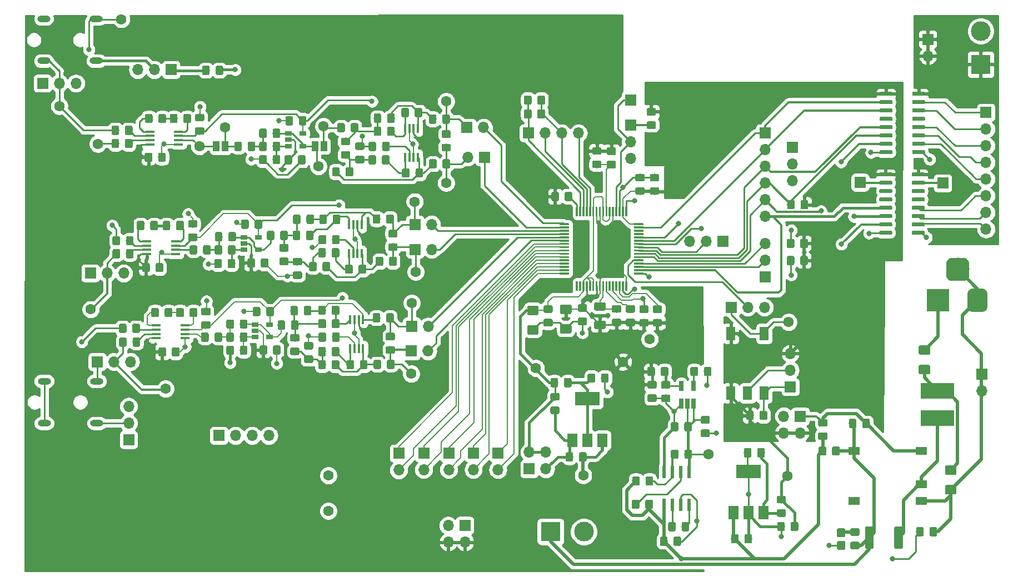
<source format=gbr>
G04 #@! TF.GenerationSoftware,KiCad,Pcbnew,(5.1.4)-1*
G04 #@! TF.CreationDate,2019-11-06T21:27:35+01:00*
G04 #@! TF.ProjectId,HDSEMG,48445345-4d47-42e6-9b69-6361645f7063,rev?*
G04 #@! TF.SameCoordinates,Original*
G04 #@! TF.FileFunction,Copper,L1,Top*
G04 #@! TF.FilePolarity,Positive*
%FSLAX46Y46*%
G04 Gerber Fmt 4.6, Leading zero omitted, Abs format (unit mm)*
G04 Created by KiCad (PCBNEW (5.1.4)-1) date 2019-11-06 21:27:35*
%MOMM*%
%LPD*%
G04 APERTURE LIST*
%ADD10O,1.700000X1.700000*%
%ADD11R,1.700000X1.700000*%
%ADD12C,0.100000*%
%ADD13C,1.150000*%
%ADD14C,1.600000*%
%ADD15R,1.450000X0.450000*%
%ADD16R,0.450000X1.450000*%
%ADD17R,1.060000X0.650000*%
%ADD18O,2.000000X1.000000*%
%ADD19R,1.000000X1.500000*%
%ADD20C,1.300000*%
%ADD21C,1.425000*%
%ADD22C,1.250000*%
%ADD23C,0.300000*%
%ADD24C,3.000000*%
%ADD25R,3.000000X3.000000*%
%ADD26R,3.500000X3.500000*%
%ADD27C,3.500000*%
%ADD28R,5.100000X2.350000*%
%ADD29R,1.800000X1.200000*%
%ADD30R,3.800000X2.000000*%
%ADD31R,1.500000X2.000000*%
%ADD32R,0.650000X1.560000*%
%ADD33R,1.390000X2.090000*%
%ADD34R,0.590000X1.970000*%
%ADD35C,0.600000*%
%ADD36C,0.800000*%
%ADD37C,0.250000*%
%ADD38C,0.500000*%
%ADD39C,0.400000*%
%ADD40C,0.200000*%
%ADD41C,0.300000*%
%ADD42C,0.254000*%
G04 APERTURE END LIST*
D10*
X43860000Y-62400000D03*
X46400000Y-62400000D03*
D11*
X48940000Y-62400000D03*
X56220000Y-118100000D03*
D10*
X58760000Y-118100000D03*
X61300000Y-118100000D03*
X63840000Y-118100000D03*
D11*
X103390000Y-72060000D03*
D10*
X105930000Y-72060000D03*
X108470000Y-72060000D03*
X111010000Y-72060000D03*
D11*
X103490000Y-123200000D03*
D10*
X106030000Y-123200000D03*
X103490000Y-120660000D03*
X106030000Y-120660000D03*
D11*
X93700000Y-131800000D03*
D10*
X91160000Y-131800000D03*
X93700000Y-134340000D03*
X91160000Y-134340000D03*
D11*
X134270000Y-98590000D03*
D10*
X136810000Y-98590000D03*
X139350000Y-98590000D03*
X143280000Y-105620000D03*
X143280000Y-108160000D03*
D11*
X143280000Y-110700000D03*
D10*
X172500000Y-111340000D03*
D11*
X172500000Y-108800000D03*
D10*
X164230000Y-60300000D03*
D11*
X164230000Y-57760000D03*
X166530000Y-79660000D03*
X153930000Y-79560000D03*
D12*
G36*
X142229505Y-131261204D02*
G01*
X142253773Y-131264804D01*
X142277572Y-131270765D01*
X142300671Y-131279030D01*
X142322850Y-131289520D01*
X142343893Y-131302132D01*
X142363599Y-131316747D01*
X142381777Y-131333223D01*
X142398253Y-131351401D01*
X142412868Y-131371107D01*
X142425480Y-131392150D01*
X142435970Y-131414329D01*
X142444235Y-131437428D01*
X142450196Y-131461227D01*
X142453796Y-131485495D01*
X142455000Y-131509999D01*
X142455000Y-132410001D01*
X142453796Y-132434505D01*
X142450196Y-132458773D01*
X142444235Y-132482572D01*
X142435970Y-132505671D01*
X142425480Y-132527850D01*
X142412868Y-132548893D01*
X142398253Y-132568599D01*
X142381777Y-132586777D01*
X142363599Y-132603253D01*
X142343893Y-132617868D01*
X142322850Y-132630480D01*
X142300671Y-132640970D01*
X142277572Y-132649235D01*
X142253773Y-132655196D01*
X142229505Y-132658796D01*
X142205001Y-132660000D01*
X141554999Y-132660000D01*
X141530495Y-132658796D01*
X141506227Y-132655196D01*
X141482428Y-132649235D01*
X141459329Y-132640970D01*
X141437150Y-132630480D01*
X141416107Y-132617868D01*
X141396401Y-132603253D01*
X141378223Y-132586777D01*
X141361747Y-132568599D01*
X141347132Y-132548893D01*
X141334520Y-132527850D01*
X141324030Y-132505671D01*
X141315765Y-132482572D01*
X141309804Y-132458773D01*
X141306204Y-132434505D01*
X141305000Y-132410001D01*
X141305000Y-131509999D01*
X141306204Y-131485495D01*
X141309804Y-131461227D01*
X141315765Y-131437428D01*
X141324030Y-131414329D01*
X141334520Y-131392150D01*
X141347132Y-131371107D01*
X141361747Y-131351401D01*
X141378223Y-131333223D01*
X141396401Y-131316747D01*
X141416107Y-131302132D01*
X141437150Y-131289520D01*
X141459329Y-131279030D01*
X141482428Y-131270765D01*
X141506227Y-131264804D01*
X141530495Y-131261204D01*
X141554999Y-131260000D01*
X142205001Y-131260000D01*
X142229505Y-131261204D01*
X142229505Y-131261204D01*
G37*
D13*
X141880000Y-131960000D03*
D12*
G36*
X144279505Y-131261204D02*
G01*
X144303773Y-131264804D01*
X144327572Y-131270765D01*
X144350671Y-131279030D01*
X144372850Y-131289520D01*
X144393893Y-131302132D01*
X144413599Y-131316747D01*
X144431777Y-131333223D01*
X144448253Y-131351401D01*
X144462868Y-131371107D01*
X144475480Y-131392150D01*
X144485970Y-131414329D01*
X144494235Y-131437428D01*
X144500196Y-131461227D01*
X144503796Y-131485495D01*
X144505000Y-131509999D01*
X144505000Y-132410001D01*
X144503796Y-132434505D01*
X144500196Y-132458773D01*
X144494235Y-132482572D01*
X144485970Y-132505671D01*
X144475480Y-132527850D01*
X144462868Y-132548893D01*
X144448253Y-132568599D01*
X144431777Y-132586777D01*
X144413599Y-132603253D01*
X144393893Y-132617868D01*
X144372850Y-132630480D01*
X144350671Y-132640970D01*
X144327572Y-132649235D01*
X144303773Y-132655196D01*
X144279505Y-132658796D01*
X144255001Y-132660000D01*
X143604999Y-132660000D01*
X143580495Y-132658796D01*
X143556227Y-132655196D01*
X143532428Y-132649235D01*
X143509329Y-132640970D01*
X143487150Y-132630480D01*
X143466107Y-132617868D01*
X143446401Y-132603253D01*
X143428223Y-132586777D01*
X143411747Y-132568599D01*
X143397132Y-132548893D01*
X143384520Y-132527850D01*
X143374030Y-132505671D01*
X143365765Y-132482572D01*
X143359804Y-132458773D01*
X143356204Y-132434505D01*
X143355000Y-132410001D01*
X143355000Y-131509999D01*
X143356204Y-131485495D01*
X143359804Y-131461227D01*
X143365765Y-131437428D01*
X143374030Y-131414329D01*
X143384520Y-131392150D01*
X143397132Y-131371107D01*
X143411747Y-131351401D01*
X143428223Y-131333223D01*
X143446401Y-131316747D01*
X143466107Y-131302132D01*
X143487150Y-131289520D01*
X143509329Y-131279030D01*
X143532428Y-131270765D01*
X143556227Y-131264804D01*
X143580495Y-131261204D01*
X143604999Y-131260000D01*
X144255001Y-131260000D01*
X144279505Y-131261204D01*
X144279505Y-131261204D01*
G37*
D13*
X143930000Y-131960000D03*
D11*
X173100000Y-68900000D03*
D10*
X173100000Y-71440000D03*
X173100000Y-73980000D03*
X173100000Y-76520000D03*
X173100000Y-79060000D03*
X173100000Y-81600000D03*
X173100000Y-84140000D03*
X173100000Y-86680000D03*
X88650000Y-89780000D03*
D11*
X86110000Y-89780000D03*
D10*
X88080000Y-105240000D03*
D11*
X85540000Y-105240000D03*
D12*
G36*
X72939505Y-91681204D02*
G01*
X72963773Y-91684804D01*
X72987572Y-91690765D01*
X73010671Y-91699030D01*
X73032850Y-91709520D01*
X73053893Y-91722132D01*
X73073599Y-91736747D01*
X73091777Y-91753223D01*
X73108253Y-91771401D01*
X73122868Y-91791107D01*
X73135480Y-91812150D01*
X73145970Y-91834329D01*
X73154235Y-91857428D01*
X73160196Y-91881227D01*
X73163796Y-91905495D01*
X73165000Y-91929999D01*
X73165000Y-92830001D01*
X73163796Y-92854505D01*
X73160196Y-92878773D01*
X73154235Y-92902572D01*
X73145970Y-92925671D01*
X73135480Y-92947850D01*
X73122868Y-92968893D01*
X73108253Y-92988599D01*
X73091777Y-93006777D01*
X73073599Y-93023253D01*
X73053893Y-93037868D01*
X73032850Y-93050480D01*
X73010671Y-93060970D01*
X72987572Y-93069235D01*
X72963773Y-93075196D01*
X72939505Y-93078796D01*
X72915001Y-93080000D01*
X72264999Y-93080000D01*
X72240495Y-93078796D01*
X72216227Y-93075196D01*
X72192428Y-93069235D01*
X72169329Y-93060970D01*
X72147150Y-93050480D01*
X72126107Y-93037868D01*
X72106401Y-93023253D01*
X72088223Y-93006777D01*
X72071747Y-92988599D01*
X72057132Y-92968893D01*
X72044520Y-92947850D01*
X72034030Y-92925671D01*
X72025765Y-92902572D01*
X72019804Y-92878773D01*
X72016204Y-92854505D01*
X72015000Y-92830001D01*
X72015000Y-91929999D01*
X72016204Y-91905495D01*
X72019804Y-91881227D01*
X72025765Y-91857428D01*
X72034030Y-91834329D01*
X72044520Y-91812150D01*
X72057132Y-91791107D01*
X72071747Y-91771401D01*
X72088223Y-91753223D01*
X72106401Y-91736747D01*
X72126107Y-91722132D01*
X72147150Y-91709520D01*
X72169329Y-91699030D01*
X72192428Y-91690765D01*
X72216227Y-91684804D01*
X72240495Y-91681204D01*
X72264999Y-91680000D01*
X72915001Y-91680000D01*
X72939505Y-91681204D01*
X72939505Y-91681204D01*
G37*
D13*
X72590000Y-92380000D03*
D12*
G36*
X70889505Y-91681204D02*
G01*
X70913773Y-91684804D01*
X70937572Y-91690765D01*
X70960671Y-91699030D01*
X70982850Y-91709520D01*
X71003893Y-91722132D01*
X71023599Y-91736747D01*
X71041777Y-91753223D01*
X71058253Y-91771401D01*
X71072868Y-91791107D01*
X71085480Y-91812150D01*
X71095970Y-91834329D01*
X71104235Y-91857428D01*
X71110196Y-91881227D01*
X71113796Y-91905495D01*
X71115000Y-91929999D01*
X71115000Y-92830001D01*
X71113796Y-92854505D01*
X71110196Y-92878773D01*
X71104235Y-92902572D01*
X71095970Y-92925671D01*
X71085480Y-92947850D01*
X71072868Y-92968893D01*
X71058253Y-92988599D01*
X71041777Y-93006777D01*
X71023599Y-93023253D01*
X71003893Y-93037868D01*
X70982850Y-93050480D01*
X70960671Y-93060970D01*
X70937572Y-93069235D01*
X70913773Y-93075196D01*
X70889505Y-93078796D01*
X70865001Y-93080000D01*
X70214999Y-93080000D01*
X70190495Y-93078796D01*
X70166227Y-93075196D01*
X70142428Y-93069235D01*
X70119329Y-93060970D01*
X70097150Y-93050480D01*
X70076107Y-93037868D01*
X70056401Y-93023253D01*
X70038223Y-93006777D01*
X70021747Y-92988599D01*
X70007132Y-92968893D01*
X69994520Y-92947850D01*
X69984030Y-92925671D01*
X69975765Y-92902572D01*
X69969804Y-92878773D01*
X69966204Y-92854505D01*
X69965000Y-92830001D01*
X69965000Y-91929999D01*
X69966204Y-91905495D01*
X69969804Y-91881227D01*
X69975765Y-91857428D01*
X69984030Y-91834329D01*
X69994520Y-91812150D01*
X70007132Y-91791107D01*
X70021747Y-91771401D01*
X70038223Y-91753223D01*
X70056401Y-91736747D01*
X70076107Y-91722132D01*
X70097150Y-91709520D01*
X70119329Y-91699030D01*
X70142428Y-91690765D01*
X70166227Y-91684804D01*
X70190495Y-91681204D01*
X70214999Y-91680000D01*
X70865001Y-91680000D01*
X70889505Y-91681204D01*
X70889505Y-91681204D01*
G37*
D13*
X70540000Y-92380000D03*
D14*
X36700000Y-98900000D03*
D15*
X46690000Y-101355000D03*
X46690000Y-102005000D03*
X46690000Y-102655000D03*
X46690000Y-103305000D03*
X51090000Y-103305000D03*
X51090000Y-102655000D03*
X51090000Y-102005000D03*
X51090000Y-101355000D03*
D16*
X84590000Y-75730000D03*
X85240000Y-75730000D03*
X85890000Y-75730000D03*
X86540000Y-75730000D03*
X86540000Y-71330000D03*
X85890000Y-71330000D03*
X85240000Y-71330000D03*
X84590000Y-71330000D03*
D14*
X57190000Y-71180000D03*
D12*
G36*
X80589505Y-84431204D02*
G01*
X80613773Y-84434804D01*
X80637572Y-84440765D01*
X80660671Y-84449030D01*
X80682850Y-84459520D01*
X80703893Y-84472132D01*
X80723599Y-84486747D01*
X80741777Y-84503223D01*
X80758253Y-84521401D01*
X80772868Y-84541107D01*
X80785480Y-84562150D01*
X80795970Y-84584329D01*
X80804235Y-84607428D01*
X80810196Y-84631227D01*
X80813796Y-84655495D01*
X80815000Y-84679999D01*
X80815000Y-85580001D01*
X80813796Y-85604505D01*
X80810196Y-85628773D01*
X80804235Y-85652572D01*
X80795970Y-85675671D01*
X80785480Y-85697850D01*
X80772868Y-85718893D01*
X80758253Y-85738599D01*
X80741777Y-85756777D01*
X80723599Y-85773253D01*
X80703893Y-85787868D01*
X80682850Y-85800480D01*
X80660671Y-85810970D01*
X80637572Y-85819235D01*
X80613773Y-85825196D01*
X80589505Y-85828796D01*
X80565001Y-85830000D01*
X79914999Y-85830000D01*
X79890495Y-85828796D01*
X79866227Y-85825196D01*
X79842428Y-85819235D01*
X79819329Y-85810970D01*
X79797150Y-85800480D01*
X79776107Y-85787868D01*
X79756401Y-85773253D01*
X79738223Y-85756777D01*
X79721747Y-85738599D01*
X79707132Y-85718893D01*
X79694520Y-85697850D01*
X79684030Y-85675671D01*
X79675765Y-85652572D01*
X79669804Y-85628773D01*
X79666204Y-85604505D01*
X79665000Y-85580001D01*
X79665000Y-84679999D01*
X79666204Y-84655495D01*
X79669804Y-84631227D01*
X79675765Y-84607428D01*
X79684030Y-84584329D01*
X79694520Y-84562150D01*
X79707132Y-84541107D01*
X79721747Y-84521401D01*
X79738223Y-84503223D01*
X79756401Y-84486747D01*
X79776107Y-84472132D01*
X79797150Y-84459520D01*
X79819329Y-84449030D01*
X79842428Y-84440765D01*
X79866227Y-84434804D01*
X79890495Y-84431204D01*
X79914999Y-84430000D01*
X80565001Y-84430000D01*
X80589505Y-84431204D01*
X80589505Y-84431204D01*
G37*
D13*
X80240000Y-85130000D03*
D12*
G36*
X82639505Y-84431204D02*
G01*
X82663773Y-84434804D01*
X82687572Y-84440765D01*
X82710671Y-84449030D01*
X82732850Y-84459520D01*
X82753893Y-84472132D01*
X82773599Y-84486747D01*
X82791777Y-84503223D01*
X82808253Y-84521401D01*
X82822868Y-84541107D01*
X82835480Y-84562150D01*
X82845970Y-84584329D01*
X82854235Y-84607428D01*
X82860196Y-84631227D01*
X82863796Y-84655495D01*
X82865000Y-84679999D01*
X82865000Y-85580001D01*
X82863796Y-85604505D01*
X82860196Y-85628773D01*
X82854235Y-85652572D01*
X82845970Y-85675671D01*
X82835480Y-85697850D01*
X82822868Y-85718893D01*
X82808253Y-85738599D01*
X82791777Y-85756777D01*
X82773599Y-85773253D01*
X82753893Y-85787868D01*
X82732850Y-85800480D01*
X82710671Y-85810970D01*
X82687572Y-85819235D01*
X82663773Y-85825196D01*
X82639505Y-85828796D01*
X82615001Y-85830000D01*
X81964999Y-85830000D01*
X81940495Y-85828796D01*
X81916227Y-85825196D01*
X81892428Y-85819235D01*
X81869329Y-85810970D01*
X81847150Y-85800480D01*
X81826107Y-85787868D01*
X81806401Y-85773253D01*
X81788223Y-85756777D01*
X81771747Y-85738599D01*
X81757132Y-85718893D01*
X81744520Y-85697850D01*
X81734030Y-85675671D01*
X81725765Y-85652572D01*
X81719804Y-85628773D01*
X81716204Y-85604505D01*
X81715000Y-85580001D01*
X81715000Y-84679999D01*
X81716204Y-84655495D01*
X81719804Y-84631227D01*
X81725765Y-84607428D01*
X81734030Y-84584329D01*
X81744520Y-84562150D01*
X81757132Y-84541107D01*
X81771747Y-84521401D01*
X81788223Y-84503223D01*
X81806401Y-84486747D01*
X81826107Y-84472132D01*
X81847150Y-84459520D01*
X81869329Y-84449030D01*
X81892428Y-84440765D01*
X81916227Y-84434804D01*
X81940495Y-84431204D01*
X81964999Y-84430000D01*
X82615001Y-84430000D01*
X82639505Y-84431204D01*
X82639505Y-84431204D01*
G37*
D13*
X82290000Y-85130000D03*
D14*
X37790000Y-73680000D03*
X53240000Y-74080000D03*
D17*
X61740000Y-101230000D03*
X61740000Y-102180000D03*
X61740000Y-103130000D03*
X63940000Y-103130000D03*
X63940000Y-101230000D03*
D12*
G36*
X81039505Y-90881204D02*
G01*
X81063773Y-90884804D01*
X81087572Y-90890765D01*
X81110671Y-90899030D01*
X81132850Y-90909520D01*
X81153893Y-90922132D01*
X81173599Y-90936747D01*
X81191777Y-90953223D01*
X81208253Y-90971401D01*
X81222868Y-90991107D01*
X81235480Y-91012150D01*
X81245970Y-91034329D01*
X81254235Y-91057428D01*
X81260196Y-91081227D01*
X81263796Y-91105495D01*
X81265000Y-91129999D01*
X81265000Y-92030001D01*
X81263796Y-92054505D01*
X81260196Y-92078773D01*
X81254235Y-92102572D01*
X81245970Y-92125671D01*
X81235480Y-92147850D01*
X81222868Y-92168893D01*
X81208253Y-92188599D01*
X81191777Y-92206777D01*
X81173599Y-92223253D01*
X81153893Y-92237868D01*
X81132850Y-92250480D01*
X81110671Y-92260970D01*
X81087572Y-92269235D01*
X81063773Y-92275196D01*
X81039505Y-92278796D01*
X81015001Y-92280000D01*
X80364999Y-92280000D01*
X80340495Y-92278796D01*
X80316227Y-92275196D01*
X80292428Y-92269235D01*
X80269329Y-92260970D01*
X80247150Y-92250480D01*
X80226107Y-92237868D01*
X80206401Y-92223253D01*
X80188223Y-92206777D01*
X80171747Y-92188599D01*
X80157132Y-92168893D01*
X80144520Y-92147850D01*
X80134030Y-92125671D01*
X80125765Y-92102572D01*
X80119804Y-92078773D01*
X80116204Y-92054505D01*
X80115000Y-92030001D01*
X80115000Y-91129999D01*
X80116204Y-91105495D01*
X80119804Y-91081227D01*
X80125765Y-91057428D01*
X80134030Y-91034329D01*
X80144520Y-91012150D01*
X80157132Y-90991107D01*
X80171747Y-90971401D01*
X80188223Y-90953223D01*
X80206401Y-90936747D01*
X80226107Y-90922132D01*
X80247150Y-90909520D01*
X80269329Y-90899030D01*
X80292428Y-90890765D01*
X80316227Y-90884804D01*
X80340495Y-90881204D01*
X80364999Y-90880000D01*
X81015001Y-90880000D01*
X81039505Y-90881204D01*
X81039505Y-90881204D01*
G37*
D13*
X80690000Y-91580000D03*
D12*
G36*
X83089505Y-90881204D02*
G01*
X83113773Y-90884804D01*
X83137572Y-90890765D01*
X83160671Y-90899030D01*
X83182850Y-90909520D01*
X83203893Y-90922132D01*
X83223599Y-90936747D01*
X83241777Y-90953223D01*
X83258253Y-90971401D01*
X83272868Y-90991107D01*
X83285480Y-91012150D01*
X83295970Y-91034329D01*
X83304235Y-91057428D01*
X83310196Y-91081227D01*
X83313796Y-91105495D01*
X83315000Y-91129999D01*
X83315000Y-92030001D01*
X83313796Y-92054505D01*
X83310196Y-92078773D01*
X83304235Y-92102572D01*
X83295970Y-92125671D01*
X83285480Y-92147850D01*
X83272868Y-92168893D01*
X83258253Y-92188599D01*
X83241777Y-92206777D01*
X83223599Y-92223253D01*
X83203893Y-92237868D01*
X83182850Y-92250480D01*
X83160671Y-92260970D01*
X83137572Y-92269235D01*
X83113773Y-92275196D01*
X83089505Y-92278796D01*
X83065001Y-92280000D01*
X82414999Y-92280000D01*
X82390495Y-92278796D01*
X82366227Y-92275196D01*
X82342428Y-92269235D01*
X82319329Y-92260970D01*
X82297150Y-92250480D01*
X82276107Y-92237868D01*
X82256401Y-92223253D01*
X82238223Y-92206777D01*
X82221747Y-92188599D01*
X82207132Y-92168893D01*
X82194520Y-92147850D01*
X82184030Y-92125671D01*
X82175765Y-92102572D01*
X82169804Y-92078773D01*
X82166204Y-92054505D01*
X82165000Y-92030001D01*
X82165000Y-91129999D01*
X82166204Y-91105495D01*
X82169804Y-91081227D01*
X82175765Y-91057428D01*
X82184030Y-91034329D01*
X82194520Y-91012150D01*
X82207132Y-90991107D01*
X82221747Y-90971401D01*
X82238223Y-90953223D01*
X82256401Y-90936747D01*
X82276107Y-90922132D01*
X82297150Y-90909520D01*
X82319329Y-90899030D01*
X82342428Y-90890765D01*
X82366227Y-90884804D01*
X82390495Y-90881204D01*
X82414999Y-90880000D01*
X83065001Y-90880000D01*
X83089505Y-90881204D01*
X83089505Y-90881204D01*
G37*
D13*
X82740000Y-91580000D03*
D12*
G36*
X72289505Y-89581204D02*
G01*
X72313773Y-89584804D01*
X72337572Y-89590765D01*
X72360671Y-89599030D01*
X72382850Y-89609520D01*
X72403893Y-89622132D01*
X72423599Y-89636747D01*
X72441777Y-89653223D01*
X72458253Y-89671401D01*
X72472868Y-89691107D01*
X72485480Y-89712150D01*
X72495970Y-89734329D01*
X72504235Y-89757428D01*
X72510196Y-89781227D01*
X72513796Y-89805495D01*
X72515000Y-89829999D01*
X72515000Y-90730001D01*
X72513796Y-90754505D01*
X72510196Y-90778773D01*
X72504235Y-90802572D01*
X72495970Y-90825671D01*
X72485480Y-90847850D01*
X72472868Y-90868893D01*
X72458253Y-90888599D01*
X72441777Y-90906777D01*
X72423599Y-90923253D01*
X72403893Y-90937868D01*
X72382850Y-90950480D01*
X72360671Y-90960970D01*
X72337572Y-90969235D01*
X72313773Y-90975196D01*
X72289505Y-90978796D01*
X72265001Y-90980000D01*
X71614999Y-90980000D01*
X71590495Y-90978796D01*
X71566227Y-90975196D01*
X71542428Y-90969235D01*
X71519329Y-90960970D01*
X71497150Y-90950480D01*
X71476107Y-90937868D01*
X71456401Y-90923253D01*
X71438223Y-90906777D01*
X71421747Y-90888599D01*
X71407132Y-90868893D01*
X71394520Y-90847850D01*
X71384030Y-90825671D01*
X71375765Y-90802572D01*
X71369804Y-90778773D01*
X71366204Y-90754505D01*
X71365000Y-90730001D01*
X71365000Y-89829999D01*
X71366204Y-89805495D01*
X71369804Y-89781227D01*
X71375765Y-89757428D01*
X71384030Y-89734329D01*
X71394520Y-89712150D01*
X71407132Y-89691107D01*
X71421747Y-89671401D01*
X71438223Y-89653223D01*
X71456401Y-89636747D01*
X71476107Y-89622132D01*
X71497150Y-89609520D01*
X71519329Y-89599030D01*
X71542428Y-89590765D01*
X71566227Y-89584804D01*
X71590495Y-89581204D01*
X71614999Y-89580000D01*
X72265001Y-89580000D01*
X72289505Y-89581204D01*
X72289505Y-89581204D01*
G37*
D13*
X71940000Y-90280000D03*
D12*
G36*
X74339505Y-89581204D02*
G01*
X74363773Y-89584804D01*
X74387572Y-89590765D01*
X74410671Y-89599030D01*
X74432850Y-89609520D01*
X74453893Y-89622132D01*
X74473599Y-89636747D01*
X74491777Y-89653223D01*
X74508253Y-89671401D01*
X74522868Y-89691107D01*
X74535480Y-89712150D01*
X74545970Y-89734329D01*
X74554235Y-89757428D01*
X74560196Y-89781227D01*
X74563796Y-89805495D01*
X74565000Y-89829999D01*
X74565000Y-90730001D01*
X74563796Y-90754505D01*
X74560196Y-90778773D01*
X74554235Y-90802572D01*
X74545970Y-90825671D01*
X74535480Y-90847850D01*
X74522868Y-90868893D01*
X74508253Y-90888599D01*
X74491777Y-90906777D01*
X74473599Y-90923253D01*
X74453893Y-90937868D01*
X74432850Y-90950480D01*
X74410671Y-90960970D01*
X74387572Y-90969235D01*
X74363773Y-90975196D01*
X74339505Y-90978796D01*
X74315001Y-90980000D01*
X73664999Y-90980000D01*
X73640495Y-90978796D01*
X73616227Y-90975196D01*
X73592428Y-90969235D01*
X73569329Y-90960970D01*
X73547150Y-90950480D01*
X73526107Y-90937868D01*
X73506401Y-90923253D01*
X73488223Y-90906777D01*
X73471747Y-90888599D01*
X73457132Y-90868893D01*
X73444520Y-90847850D01*
X73434030Y-90825671D01*
X73425765Y-90802572D01*
X73419804Y-90778773D01*
X73416204Y-90754505D01*
X73415000Y-90730001D01*
X73415000Y-89829999D01*
X73416204Y-89805495D01*
X73419804Y-89781227D01*
X73425765Y-89757428D01*
X73434030Y-89734329D01*
X73444520Y-89712150D01*
X73457132Y-89691107D01*
X73471747Y-89671401D01*
X73488223Y-89653223D01*
X73506401Y-89636747D01*
X73526107Y-89622132D01*
X73547150Y-89609520D01*
X73569329Y-89599030D01*
X73592428Y-89590765D01*
X73616227Y-89584804D01*
X73640495Y-89581204D01*
X73664999Y-89580000D01*
X74315001Y-89580000D01*
X74339505Y-89581204D01*
X74339505Y-89581204D01*
G37*
D13*
X73990000Y-90280000D03*
D15*
X45690000Y-71830000D03*
X45690000Y-72480000D03*
X45690000Y-73130000D03*
X45690000Y-73780000D03*
X50090000Y-73780000D03*
X50090000Y-73130000D03*
X50090000Y-72480000D03*
X50090000Y-71830000D03*
D16*
X76040000Y-90430000D03*
X76690000Y-90430000D03*
X77340000Y-90430000D03*
X77990000Y-90430000D03*
X77990000Y-86030000D03*
X77340000Y-86030000D03*
X76690000Y-86030000D03*
X76040000Y-86030000D03*
D11*
X29350000Y-64480000D03*
D10*
X31890000Y-64480000D03*
X34430000Y-64480000D03*
D12*
G36*
X70489505Y-84481204D02*
G01*
X70513773Y-84484804D01*
X70537572Y-84490765D01*
X70560671Y-84499030D01*
X70582850Y-84509520D01*
X70603893Y-84522132D01*
X70623599Y-84536747D01*
X70641777Y-84553223D01*
X70658253Y-84571401D01*
X70672868Y-84591107D01*
X70685480Y-84612150D01*
X70695970Y-84634329D01*
X70704235Y-84657428D01*
X70710196Y-84681227D01*
X70713796Y-84705495D01*
X70715000Y-84729999D01*
X70715000Y-85630001D01*
X70713796Y-85654505D01*
X70710196Y-85678773D01*
X70704235Y-85702572D01*
X70695970Y-85725671D01*
X70685480Y-85747850D01*
X70672868Y-85768893D01*
X70658253Y-85788599D01*
X70641777Y-85806777D01*
X70623599Y-85823253D01*
X70603893Y-85837868D01*
X70582850Y-85850480D01*
X70560671Y-85860970D01*
X70537572Y-85869235D01*
X70513773Y-85875196D01*
X70489505Y-85878796D01*
X70465001Y-85880000D01*
X69814999Y-85880000D01*
X69790495Y-85878796D01*
X69766227Y-85875196D01*
X69742428Y-85869235D01*
X69719329Y-85860970D01*
X69697150Y-85850480D01*
X69676107Y-85837868D01*
X69656401Y-85823253D01*
X69638223Y-85806777D01*
X69621747Y-85788599D01*
X69607132Y-85768893D01*
X69594520Y-85747850D01*
X69584030Y-85725671D01*
X69575765Y-85702572D01*
X69569804Y-85678773D01*
X69566204Y-85654505D01*
X69565000Y-85630001D01*
X69565000Y-84729999D01*
X69566204Y-84705495D01*
X69569804Y-84681227D01*
X69575765Y-84657428D01*
X69584030Y-84634329D01*
X69594520Y-84612150D01*
X69607132Y-84591107D01*
X69621747Y-84571401D01*
X69638223Y-84553223D01*
X69656401Y-84536747D01*
X69676107Y-84522132D01*
X69697150Y-84509520D01*
X69719329Y-84499030D01*
X69742428Y-84490765D01*
X69766227Y-84484804D01*
X69790495Y-84481204D01*
X69814999Y-84480000D01*
X70465001Y-84480000D01*
X70489505Y-84481204D01*
X70489505Y-84481204D01*
G37*
D13*
X70140000Y-85180000D03*
D12*
G36*
X68439505Y-84481204D02*
G01*
X68463773Y-84484804D01*
X68487572Y-84490765D01*
X68510671Y-84499030D01*
X68532850Y-84509520D01*
X68553893Y-84522132D01*
X68573599Y-84536747D01*
X68591777Y-84553223D01*
X68608253Y-84571401D01*
X68622868Y-84591107D01*
X68635480Y-84612150D01*
X68645970Y-84634329D01*
X68654235Y-84657428D01*
X68660196Y-84681227D01*
X68663796Y-84705495D01*
X68665000Y-84729999D01*
X68665000Y-85630001D01*
X68663796Y-85654505D01*
X68660196Y-85678773D01*
X68654235Y-85702572D01*
X68645970Y-85725671D01*
X68635480Y-85747850D01*
X68622868Y-85768893D01*
X68608253Y-85788599D01*
X68591777Y-85806777D01*
X68573599Y-85823253D01*
X68553893Y-85837868D01*
X68532850Y-85850480D01*
X68510671Y-85860970D01*
X68487572Y-85869235D01*
X68463773Y-85875196D01*
X68439505Y-85878796D01*
X68415001Y-85880000D01*
X67764999Y-85880000D01*
X67740495Y-85878796D01*
X67716227Y-85875196D01*
X67692428Y-85869235D01*
X67669329Y-85860970D01*
X67647150Y-85850480D01*
X67626107Y-85837868D01*
X67606401Y-85823253D01*
X67588223Y-85806777D01*
X67571747Y-85788599D01*
X67557132Y-85768893D01*
X67544520Y-85747850D01*
X67534030Y-85725671D01*
X67525765Y-85702572D01*
X67519804Y-85678773D01*
X67516204Y-85654505D01*
X67515000Y-85630001D01*
X67515000Y-84729999D01*
X67516204Y-84705495D01*
X67519804Y-84681227D01*
X67525765Y-84657428D01*
X67534030Y-84634329D01*
X67544520Y-84612150D01*
X67557132Y-84591107D01*
X67571747Y-84571401D01*
X67588223Y-84553223D01*
X67606401Y-84536747D01*
X67626107Y-84522132D01*
X67647150Y-84509520D01*
X67669329Y-84499030D01*
X67692428Y-84490765D01*
X67716227Y-84484804D01*
X67740495Y-84481204D01*
X67764999Y-84480000D01*
X68415001Y-84480000D01*
X68439505Y-84481204D01*
X68439505Y-84481204D01*
G37*
D13*
X68090000Y-85180000D03*
D15*
X49640000Y-88530000D03*
X49640000Y-89180000D03*
X49640000Y-89830000D03*
X49640000Y-90480000D03*
X45240000Y-90480000D03*
X45240000Y-89830000D03*
X45240000Y-89180000D03*
X45240000Y-88530000D03*
D17*
X60040000Y-87930000D03*
X60040000Y-88880000D03*
X60040000Y-89830000D03*
X62240000Y-89830000D03*
X62240000Y-87930000D03*
D16*
X76240000Y-100480000D03*
X76890000Y-100480000D03*
X77540000Y-100480000D03*
X78190000Y-100480000D03*
X78190000Y-104880000D03*
X77540000Y-104880000D03*
X76890000Y-104880000D03*
X76240000Y-104880000D03*
D12*
G36*
X70439505Y-86931204D02*
G01*
X70463773Y-86934804D01*
X70487572Y-86940765D01*
X70510671Y-86949030D01*
X70532850Y-86959520D01*
X70553893Y-86972132D01*
X70573599Y-86986747D01*
X70591777Y-87003223D01*
X70608253Y-87021401D01*
X70622868Y-87041107D01*
X70635480Y-87062150D01*
X70645970Y-87084329D01*
X70654235Y-87107428D01*
X70660196Y-87131227D01*
X70663796Y-87155495D01*
X70665000Y-87179999D01*
X70665000Y-88080001D01*
X70663796Y-88104505D01*
X70660196Y-88128773D01*
X70654235Y-88152572D01*
X70645970Y-88175671D01*
X70635480Y-88197850D01*
X70622868Y-88218893D01*
X70608253Y-88238599D01*
X70591777Y-88256777D01*
X70573599Y-88273253D01*
X70553893Y-88287868D01*
X70532850Y-88300480D01*
X70510671Y-88310970D01*
X70487572Y-88319235D01*
X70463773Y-88325196D01*
X70439505Y-88328796D01*
X70415001Y-88330000D01*
X69764999Y-88330000D01*
X69740495Y-88328796D01*
X69716227Y-88325196D01*
X69692428Y-88319235D01*
X69669329Y-88310970D01*
X69647150Y-88300480D01*
X69626107Y-88287868D01*
X69606401Y-88273253D01*
X69588223Y-88256777D01*
X69571747Y-88238599D01*
X69557132Y-88218893D01*
X69544520Y-88197850D01*
X69534030Y-88175671D01*
X69525765Y-88152572D01*
X69519804Y-88128773D01*
X69516204Y-88104505D01*
X69515000Y-88080001D01*
X69515000Y-87179999D01*
X69516204Y-87155495D01*
X69519804Y-87131227D01*
X69525765Y-87107428D01*
X69534030Y-87084329D01*
X69544520Y-87062150D01*
X69557132Y-87041107D01*
X69571747Y-87021401D01*
X69588223Y-87003223D01*
X69606401Y-86986747D01*
X69626107Y-86972132D01*
X69647150Y-86959520D01*
X69669329Y-86949030D01*
X69692428Y-86940765D01*
X69716227Y-86934804D01*
X69740495Y-86931204D01*
X69764999Y-86930000D01*
X70415001Y-86930000D01*
X70439505Y-86931204D01*
X70439505Y-86931204D01*
G37*
D13*
X70090000Y-87630000D03*
D12*
G36*
X68389505Y-86931204D02*
G01*
X68413773Y-86934804D01*
X68437572Y-86940765D01*
X68460671Y-86949030D01*
X68482850Y-86959520D01*
X68503893Y-86972132D01*
X68523599Y-86986747D01*
X68541777Y-87003223D01*
X68558253Y-87021401D01*
X68572868Y-87041107D01*
X68585480Y-87062150D01*
X68595970Y-87084329D01*
X68604235Y-87107428D01*
X68610196Y-87131227D01*
X68613796Y-87155495D01*
X68615000Y-87179999D01*
X68615000Y-88080001D01*
X68613796Y-88104505D01*
X68610196Y-88128773D01*
X68604235Y-88152572D01*
X68595970Y-88175671D01*
X68585480Y-88197850D01*
X68572868Y-88218893D01*
X68558253Y-88238599D01*
X68541777Y-88256777D01*
X68523599Y-88273253D01*
X68503893Y-88287868D01*
X68482850Y-88300480D01*
X68460671Y-88310970D01*
X68437572Y-88319235D01*
X68413773Y-88325196D01*
X68389505Y-88328796D01*
X68365001Y-88330000D01*
X67714999Y-88330000D01*
X67690495Y-88328796D01*
X67666227Y-88325196D01*
X67642428Y-88319235D01*
X67619329Y-88310970D01*
X67597150Y-88300480D01*
X67576107Y-88287868D01*
X67556401Y-88273253D01*
X67538223Y-88256777D01*
X67521747Y-88238599D01*
X67507132Y-88218893D01*
X67494520Y-88197850D01*
X67484030Y-88175671D01*
X67475765Y-88152572D01*
X67469804Y-88128773D01*
X67466204Y-88104505D01*
X67465000Y-88080001D01*
X67465000Y-87179999D01*
X67466204Y-87155495D01*
X67469804Y-87131227D01*
X67475765Y-87107428D01*
X67484030Y-87084329D01*
X67494520Y-87062150D01*
X67507132Y-87041107D01*
X67521747Y-87021401D01*
X67538223Y-87003223D01*
X67556401Y-86986747D01*
X67576107Y-86972132D01*
X67597150Y-86959520D01*
X67619329Y-86949030D01*
X67642428Y-86940765D01*
X67666227Y-86934804D01*
X67690495Y-86931204D01*
X67714999Y-86930000D01*
X68365001Y-86930000D01*
X68389505Y-86931204D01*
X68389505Y-86931204D01*
G37*
D13*
X68040000Y-87630000D03*
D17*
X68990000Y-72130000D03*
X68990000Y-74030000D03*
X66790000Y-74030000D03*
X66790000Y-73080000D03*
X66790000Y-72130000D03*
D14*
X48100000Y-111000000D03*
X31910000Y-67930000D03*
X72140000Y-71030000D03*
X90840000Y-67230000D03*
X85520000Y-108720000D03*
X71380000Y-77120000D03*
X86190000Y-93200000D03*
X90840000Y-79630000D03*
D11*
X42480000Y-118760000D03*
D10*
X42480000Y-116220000D03*
X42480000Y-113680000D03*
D12*
G36*
X105689505Y-66331204D02*
G01*
X105713773Y-66334804D01*
X105737572Y-66340765D01*
X105760671Y-66349030D01*
X105782850Y-66359520D01*
X105803893Y-66372132D01*
X105823599Y-66386747D01*
X105841777Y-66403223D01*
X105858253Y-66421401D01*
X105872868Y-66441107D01*
X105885480Y-66462150D01*
X105895970Y-66484329D01*
X105904235Y-66507428D01*
X105910196Y-66531227D01*
X105913796Y-66555495D01*
X105915000Y-66579999D01*
X105915000Y-67480001D01*
X105913796Y-67504505D01*
X105910196Y-67528773D01*
X105904235Y-67552572D01*
X105895970Y-67575671D01*
X105885480Y-67597850D01*
X105872868Y-67618893D01*
X105858253Y-67638599D01*
X105841777Y-67656777D01*
X105823599Y-67673253D01*
X105803893Y-67687868D01*
X105782850Y-67700480D01*
X105760671Y-67710970D01*
X105737572Y-67719235D01*
X105713773Y-67725196D01*
X105689505Y-67728796D01*
X105665001Y-67730000D01*
X105014999Y-67730000D01*
X104990495Y-67728796D01*
X104966227Y-67725196D01*
X104942428Y-67719235D01*
X104919329Y-67710970D01*
X104897150Y-67700480D01*
X104876107Y-67687868D01*
X104856401Y-67673253D01*
X104838223Y-67656777D01*
X104821747Y-67638599D01*
X104807132Y-67618893D01*
X104794520Y-67597850D01*
X104784030Y-67575671D01*
X104775765Y-67552572D01*
X104769804Y-67528773D01*
X104766204Y-67504505D01*
X104765000Y-67480001D01*
X104765000Y-66579999D01*
X104766204Y-66555495D01*
X104769804Y-66531227D01*
X104775765Y-66507428D01*
X104784030Y-66484329D01*
X104794520Y-66462150D01*
X104807132Y-66441107D01*
X104821747Y-66421401D01*
X104838223Y-66403223D01*
X104856401Y-66386747D01*
X104876107Y-66372132D01*
X104897150Y-66359520D01*
X104919329Y-66349030D01*
X104942428Y-66340765D01*
X104966227Y-66334804D01*
X104990495Y-66331204D01*
X105014999Y-66330000D01*
X105665001Y-66330000D01*
X105689505Y-66331204D01*
X105689505Y-66331204D01*
G37*
D13*
X105340000Y-67030000D03*
D12*
G36*
X103639505Y-66331204D02*
G01*
X103663773Y-66334804D01*
X103687572Y-66340765D01*
X103710671Y-66349030D01*
X103732850Y-66359520D01*
X103753893Y-66372132D01*
X103773599Y-66386747D01*
X103791777Y-66403223D01*
X103808253Y-66421401D01*
X103822868Y-66441107D01*
X103835480Y-66462150D01*
X103845970Y-66484329D01*
X103854235Y-66507428D01*
X103860196Y-66531227D01*
X103863796Y-66555495D01*
X103865000Y-66579999D01*
X103865000Y-67480001D01*
X103863796Y-67504505D01*
X103860196Y-67528773D01*
X103854235Y-67552572D01*
X103845970Y-67575671D01*
X103835480Y-67597850D01*
X103822868Y-67618893D01*
X103808253Y-67638599D01*
X103791777Y-67656777D01*
X103773599Y-67673253D01*
X103753893Y-67687868D01*
X103732850Y-67700480D01*
X103710671Y-67710970D01*
X103687572Y-67719235D01*
X103663773Y-67725196D01*
X103639505Y-67728796D01*
X103615001Y-67730000D01*
X102964999Y-67730000D01*
X102940495Y-67728796D01*
X102916227Y-67725196D01*
X102892428Y-67719235D01*
X102869329Y-67710970D01*
X102847150Y-67700480D01*
X102826107Y-67687868D01*
X102806401Y-67673253D01*
X102788223Y-67656777D01*
X102771747Y-67638599D01*
X102757132Y-67618893D01*
X102744520Y-67597850D01*
X102734030Y-67575671D01*
X102725765Y-67552572D01*
X102719804Y-67528773D01*
X102716204Y-67504505D01*
X102715000Y-67480001D01*
X102715000Y-66579999D01*
X102716204Y-66555495D01*
X102719804Y-66531227D01*
X102725765Y-66507428D01*
X102734030Y-66484329D01*
X102744520Y-66462150D01*
X102757132Y-66441107D01*
X102771747Y-66421401D01*
X102788223Y-66403223D01*
X102806401Y-66386747D01*
X102826107Y-66372132D01*
X102847150Y-66359520D01*
X102869329Y-66349030D01*
X102892428Y-66340765D01*
X102916227Y-66334804D01*
X102940495Y-66331204D01*
X102964999Y-66330000D01*
X103615001Y-66330000D01*
X103639505Y-66331204D01*
X103639505Y-66331204D01*
G37*
D13*
X103290000Y-67030000D03*
D12*
G36*
X76014505Y-72756204D02*
G01*
X76038773Y-72759804D01*
X76062572Y-72765765D01*
X76085671Y-72774030D01*
X76107850Y-72784520D01*
X76128893Y-72797132D01*
X76148599Y-72811747D01*
X76166777Y-72828223D01*
X76183253Y-72846401D01*
X76197868Y-72866107D01*
X76210480Y-72887150D01*
X76220970Y-72909329D01*
X76229235Y-72932428D01*
X76235196Y-72956227D01*
X76238796Y-72980495D01*
X76240000Y-73004999D01*
X76240000Y-73655001D01*
X76238796Y-73679505D01*
X76235196Y-73703773D01*
X76229235Y-73727572D01*
X76220970Y-73750671D01*
X76210480Y-73772850D01*
X76197868Y-73793893D01*
X76183253Y-73813599D01*
X76166777Y-73831777D01*
X76148599Y-73848253D01*
X76128893Y-73862868D01*
X76107850Y-73875480D01*
X76085671Y-73885970D01*
X76062572Y-73894235D01*
X76038773Y-73900196D01*
X76014505Y-73903796D01*
X75990001Y-73905000D01*
X75089999Y-73905000D01*
X75065495Y-73903796D01*
X75041227Y-73900196D01*
X75017428Y-73894235D01*
X74994329Y-73885970D01*
X74972150Y-73875480D01*
X74951107Y-73862868D01*
X74931401Y-73848253D01*
X74913223Y-73831777D01*
X74896747Y-73813599D01*
X74882132Y-73793893D01*
X74869520Y-73772850D01*
X74859030Y-73750671D01*
X74850765Y-73727572D01*
X74844804Y-73703773D01*
X74841204Y-73679505D01*
X74840000Y-73655001D01*
X74840000Y-73004999D01*
X74841204Y-72980495D01*
X74844804Y-72956227D01*
X74850765Y-72932428D01*
X74859030Y-72909329D01*
X74869520Y-72887150D01*
X74882132Y-72866107D01*
X74896747Y-72846401D01*
X74913223Y-72828223D01*
X74931401Y-72811747D01*
X74951107Y-72797132D01*
X74972150Y-72784520D01*
X74994329Y-72774030D01*
X75017428Y-72765765D01*
X75041227Y-72759804D01*
X75065495Y-72756204D01*
X75089999Y-72755000D01*
X75990001Y-72755000D01*
X76014505Y-72756204D01*
X76014505Y-72756204D01*
G37*
D13*
X75540000Y-73330000D03*
D12*
G36*
X76014505Y-74806204D02*
G01*
X76038773Y-74809804D01*
X76062572Y-74815765D01*
X76085671Y-74824030D01*
X76107850Y-74834520D01*
X76128893Y-74847132D01*
X76148599Y-74861747D01*
X76166777Y-74878223D01*
X76183253Y-74896401D01*
X76197868Y-74916107D01*
X76210480Y-74937150D01*
X76220970Y-74959329D01*
X76229235Y-74982428D01*
X76235196Y-75006227D01*
X76238796Y-75030495D01*
X76240000Y-75054999D01*
X76240000Y-75705001D01*
X76238796Y-75729505D01*
X76235196Y-75753773D01*
X76229235Y-75777572D01*
X76220970Y-75800671D01*
X76210480Y-75822850D01*
X76197868Y-75843893D01*
X76183253Y-75863599D01*
X76166777Y-75881777D01*
X76148599Y-75898253D01*
X76128893Y-75912868D01*
X76107850Y-75925480D01*
X76085671Y-75935970D01*
X76062572Y-75944235D01*
X76038773Y-75950196D01*
X76014505Y-75953796D01*
X75990001Y-75955000D01*
X75089999Y-75955000D01*
X75065495Y-75953796D01*
X75041227Y-75950196D01*
X75017428Y-75944235D01*
X74994329Y-75935970D01*
X74972150Y-75925480D01*
X74951107Y-75912868D01*
X74931401Y-75898253D01*
X74913223Y-75881777D01*
X74896747Y-75863599D01*
X74882132Y-75843893D01*
X74869520Y-75822850D01*
X74859030Y-75800671D01*
X74850765Y-75777572D01*
X74844804Y-75753773D01*
X74841204Y-75729505D01*
X74840000Y-75705001D01*
X74840000Y-75054999D01*
X74841204Y-75030495D01*
X74844804Y-75006227D01*
X74850765Y-74982428D01*
X74859030Y-74959329D01*
X74869520Y-74937150D01*
X74882132Y-74916107D01*
X74896747Y-74896401D01*
X74913223Y-74878223D01*
X74931401Y-74861747D01*
X74951107Y-74847132D01*
X74972150Y-74834520D01*
X74994329Y-74824030D01*
X75017428Y-74815765D01*
X75041227Y-74809804D01*
X75065495Y-74806204D01*
X75089999Y-74805000D01*
X75990001Y-74805000D01*
X76014505Y-74806204D01*
X76014505Y-74806204D01*
G37*
D13*
X75540000Y-75380000D03*
D12*
G36*
X47939505Y-69131204D02*
G01*
X47963773Y-69134804D01*
X47987572Y-69140765D01*
X48010671Y-69149030D01*
X48032850Y-69159520D01*
X48053893Y-69172132D01*
X48073599Y-69186747D01*
X48091777Y-69203223D01*
X48108253Y-69221401D01*
X48122868Y-69241107D01*
X48135480Y-69262150D01*
X48145970Y-69284329D01*
X48154235Y-69307428D01*
X48160196Y-69331227D01*
X48163796Y-69355495D01*
X48165000Y-69379999D01*
X48165000Y-70280001D01*
X48163796Y-70304505D01*
X48160196Y-70328773D01*
X48154235Y-70352572D01*
X48145970Y-70375671D01*
X48135480Y-70397850D01*
X48122868Y-70418893D01*
X48108253Y-70438599D01*
X48091777Y-70456777D01*
X48073599Y-70473253D01*
X48053893Y-70487868D01*
X48032850Y-70500480D01*
X48010671Y-70510970D01*
X47987572Y-70519235D01*
X47963773Y-70525196D01*
X47939505Y-70528796D01*
X47915001Y-70530000D01*
X47264999Y-70530000D01*
X47240495Y-70528796D01*
X47216227Y-70525196D01*
X47192428Y-70519235D01*
X47169329Y-70510970D01*
X47147150Y-70500480D01*
X47126107Y-70487868D01*
X47106401Y-70473253D01*
X47088223Y-70456777D01*
X47071747Y-70438599D01*
X47057132Y-70418893D01*
X47044520Y-70397850D01*
X47034030Y-70375671D01*
X47025765Y-70352572D01*
X47019804Y-70328773D01*
X47016204Y-70304505D01*
X47015000Y-70280001D01*
X47015000Y-69379999D01*
X47016204Y-69355495D01*
X47019804Y-69331227D01*
X47025765Y-69307428D01*
X47034030Y-69284329D01*
X47044520Y-69262150D01*
X47057132Y-69241107D01*
X47071747Y-69221401D01*
X47088223Y-69203223D01*
X47106401Y-69186747D01*
X47126107Y-69172132D01*
X47147150Y-69159520D01*
X47169329Y-69149030D01*
X47192428Y-69140765D01*
X47216227Y-69134804D01*
X47240495Y-69131204D01*
X47264999Y-69130000D01*
X47915001Y-69130000D01*
X47939505Y-69131204D01*
X47939505Y-69131204D01*
G37*
D13*
X47590000Y-69830000D03*
D12*
G36*
X45889505Y-69131204D02*
G01*
X45913773Y-69134804D01*
X45937572Y-69140765D01*
X45960671Y-69149030D01*
X45982850Y-69159520D01*
X46003893Y-69172132D01*
X46023599Y-69186747D01*
X46041777Y-69203223D01*
X46058253Y-69221401D01*
X46072868Y-69241107D01*
X46085480Y-69262150D01*
X46095970Y-69284329D01*
X46104235Y-69307428D01*
X46110196Y-69331227D01*
X46113796Y-69355495D01*
X46115000Y-69379999D01*
X46115000Y-70280001D01*
X46113796Y-70304505D01*
X46110196Y-70328773D01*
X46104235Y-70352572D01*
X46095970Y-70375671D01*
X46085480Y-70397850D01*
X46072868Y-70418893D01*
X46058253Y-70438599D01*
X46041777Y-70456777D01*
X46023599Y-70473253D01*
X46003893Y-70487868D01*
X45982850Y-70500480D01*
X45960671Y-70510970D01*
X45937572Y-70519235D01*
X45913773Y-70525196D01*
X45889505Y-70528796D01*
X45865001Y-70530000D01*
X45214999Y-70530000D01*
X45190495Y-70528796D01*
X45166227Y-70525196D01*
X45142428Y-70519235D01*
X45119329Y-70510970D01*
X45097150Y-70500480D01*
X45076107Y-70487868D01*
X45056401Y-70473253D01*
X45038223Y-70456777D01*
X45021747Y-70438599D01*
X45007132Y-70418893D01*
X44994520Y-70397850D01*
X44984030Y-70375671D01*
X44975765Y-70352572D01*
X44969804Y-70328773D01*
X44966204Y-70304505D01*
X44965000Y-70280001D01*
X44965000Y-69379999D01*
X44966204Y-69355495D01*
X44969804Y-69331227D01*
X44975765Y-69307428D01*
X44984030Y-69284329D01*
X44994520Y-69262150D01*
X45007132Y-69241107D01*
X45021747Y-69221401D01*
X45038223Y-69203223D01*
X45056401Y-69186747D01*
X45076107Y-69172132D01*
X45097150Y-69159520D01*
X45119329Y-69149030D01*
X45142428Y-69140765D01*
X45166227Y-69134804D01*
X45190495Y-69131204D01*
X45214999Y-69130000D01*
X45865001Y-69130000D01*
X45889505Y-69131204D01*
X45889505Y-69131204D01*
G37*
D13*
X45540000Y-69830000D03*
D18*
X29550000Y-61050000D03*
X37550000Y-61050000D03*
X29550000Y-54650000D03*
X37550000Y-54650000D03*
D12*
G36*
X79964505Y-73381204D02*
G01*
X79988773Y-73384804D01*
X80012572Y-73390765D01*
X80035671Y-73399030D01*
X80057850Y-73409520D01*
X80078893Y-73422132D01*
X80098599Y-73436747D01*
X80116777Y-73453223D01*
X80133253Y-73471401D01*
X80147868Y-73491107D01*
X80160480Y-73512150D01*
X80170970Y-73534329D01*
X80179235Y-73557428D01*
X80185196Y-73581227D01*
X80188796Y-73605495D01*
X80190000Y-73629999D01*
X80190000Y-74530001D01*
X80188796Y-74554505D01*
X80185196Y-74578773D01*
X80179235Y-74602572D01*
X80170970Y-74625671D01*
X80160480Y-74647850D01*
X80147868Y-74668893D01*
X80133253Y-74688599D01*
X80116777Y-74706777D01*
X80098599Y-74723253D01*
X80078893Y-74737868D01*
X80057850Y-74750480D01*
X80035671Y-74760970D01*
X80012572Y-74769235D01*
X79988773Y-74775196D01*
X79964505Y-74778796D01*
X79940001Y-74780000D01*
X79289999Y-74780000D01*
X79265495Y-74778796D01*
X79241227Y-74775196D01*
X79217428Y-74769235D01*
X79194329Y-74760970D01*
X79172150Y-74750480D01*
X79151107Y-74737868D01*
X79131401Y-74723253D01*
X79113223Y-74706777D01*
X79096747Y-74688599D01*
X79082132Y-74668893D01*
X79069520Y-74647850D01*
X79059030Y-74625671D01*
X79050765Y-74602572D01*
X79044804Y-74578773D01*
X79041204Y-74554505D01*
X79040000Y-74530001D01*
X79040000Y-73629999D01*
X79041204Y-73605495D01*
X79044804Y-73581227D01*
X79050765Y-73557428D01*
X79059030Y-73534329D01*
X79069520Y-73512150D01*
X79082132Y-73491107D01*
X79096747Y-73471401D01*
X79113223Y-73453223D01*
X79131401Y-73436747D01*
X79151107Y-73422132D01*
X79172150Y-73409520D01*
X79194329Y-73399030D01*
X79217428Y-73390765D01*
X79241227Y-73384804D01*
X79265495Y-73381204D01*
X79289999Y-73380000D01*
X79940001Y-73380000D01*
X79964505Y-73381204D01*
X79964505Y-73381204D01*
G37*
D13*
X79615000Y-74080000D03*
D12*
G36*
X82014505Y-73381204D02*
G01*
X82038773Y-73384804D01*
X82062572Y-73390765D01*
X82085671Y-73399030D01*
X82107850Y-73409520D01*
X82128893Y-73422132D01*
X82148599Y-73436747D01*
X82166777Y-73453223D01*
X82183253Y-73471401D01*
X82197868Y-73491107D01*
X82210480Y-73512150D01*
X82220970Y-73534329D01*
X82229235Y-73557428D01*
X82235196Y-73581227D01*
X82238796Y-73605495D01*
X82240000Y-73629999D01*
X82240000Y-74530001D01*
X82238796Y-74554505D01*
X82235196Y-74578773D01*
X82229235Y-74602572D01*
X82220970Y-74625671D01*
X82210480Y-74647850D01*
X82197868Y-74668893D01*
X82183253Y-74688599D01*
X82166777Y-74706777D01*
X82148599Y-74723253D01*
X82128893Y-74737868D01*
X82107850Y-74750480D01*
X82085671Y-74760970D01*
X82062572Y-74769235D01*
X82038773Y-74775196D01*
X82014505Y-74778796D01*
X81990001Y-74780000D01*
X81339999Y-74780000D01*
X81315495Y-74778796D01*
X81291227Y-74775196D01*
X81267428Y-74769235D01*
X81244329Y-74760970D01*
X81222150Y-74750480D01*
X81201107Y-74737868D01*
X81181401Y-74723253D01*
X81163223Y-74706777D01*
X81146747Y-74688599D01*
X81132132Y-74668893D01*
X81119520Y-74647850D01*
X81109030Y-74625671D01*
X81100765Y-74602572D01*
X81094804Y-74578773D01*
X81091204Y-74554505D01*
X81090000Y-74530001D01*
X81090000Y-73629999D01*
X81091204Y-73605495D01*
X81094804Y-73581227D01*
X81100765Y-73557428D01*
X81109030Y-73534329D01*
X81119520Y-73512150D01*
X81132132Y-73491107D01*
X81146747Y-73471401D01*
X81163223Y-73453223D01*
X81181401Y-73436747D01*
X81201107Y-73422132D01*
X81222150Y-73409520D01*
X81244329Y-73399030D01*
X81267428Y-73390765D01*
X81291227Y-73384804D01*
X81315495Y-73381204D01*
X81339999Y-73380000D01*
X81990001Y-73380000D01*
X82014505Y-73381204D01*
X82014505Y-73381204D01*
G37*
D13*
X81665000Y-74080000D03*
D12*
G36*
X53764505Y-71156204D02*
G01*
X53788773Y-71159804D01*
X53812572Y-71165765D01*
X53835671Y-71174030D01*
X53857850Y-71184520D01*
X53878893Y-71197132D01*
X53898599Y-71211747D01*
X53916777Y-71228223D01*
X53933253Y-71246401D01*
X53947868Y-71266107D01*
X53960480Y-71287150D01*
X53970970Y-71309329D01*
X53979235Y-71332428D01*
X53985196Y-71356227D01*
X53988796Y-71380495D01*
X53990000Y-71404999D01*
X53990000Y-72055001D01*
X53988796Y-72079505D01*
X53985196Y-72103773D01*
X53979235Y-72127572D01*
X53970970Y-72150671D01*
X53960480Y-72172850D01*
X53947868Y-72193893D01*
X53933253Y-72213599D01*
X53916777Y-72231777D01*
X53898599Y-72248253D01*
X53878893Y-72262868D01*
X53857850Y-72275480D01*
X53835671Y-72285970D01*
X53812572Y-72294235D01*
X53788773Y-72300196D01*
X53764505Y-72303796D01*
X53740001Y-72305000D01*
X52839999Y-72305000D01*
X52815495Y-72303796D01*
X52791227Y-72300196D01*
X52767428Y-72294235D01*
X52744329Y-72285970D01*
X52722150Y-72275480D01*
X52701107Y-72262868D01*
X52681401Y-72248253D01*
X52663223Y-72231777D01*
X52646747Y-72213599D01*
X52632132Y-72193893D01*
X52619520Y-72172850D01*
X52609030Y-72150671D01*
X52600765Y-72127572D01*
X52594804Y-72103773D01*
X52591204Y-72079505D01*
X52590000Y-72055001D01*
X52590000Y-71404999D01*
X52591204Y-71380495D01*
X52594804Y-71356227D01*
X52600765Y-71332428D01*
X52609030Y-71309329D01*
X52619520Y-71287150D01*
X52632132Y-71266107D01*
X52646747Y-71246401D01*
X52663223Y-71228223D01*
X52681401Y-71211747D01*
X52701107Y-71197132D01*
X52722150Y-71184520D01*
X52744329Y-71174030D01*
X52767428Y-71165765D01*
X52791227Y-71159804D01*
X52815495Y-71156204D01*
X52839999Y-71155000D01*
X53740001Y-71155000D01*
X53764505Y-71156204D01*
X53764505Y-71156204D01*
G37*
D13*
X53290000Y-71730000D03*
D12*
G36*
X53764505Y-69106204D02*
G01*
X53788773Y-69109804D01*
X53812572Y-69115765D01*
X53835671Y-69124030D01*
X53857850Y-69134520D01*
X53878893Y-69147132D01*
X53898599Y-69161747D01*
X53916777Y-69178223D01*
X53933253Y-69196401D01*
X53947868Y-69216107D01*
X53960480Y-69237150D01*
X53970970Y-69259329D01*
X53979235Y-69282428D01*
X53985196Y-69306227D01*
X53988796Y-69330495D01*
X53990000Y-69354999D01*
X53990000Y-70005001D01*
X53988796Y-70029505D01*
X53985196Y-70053773D01*
X53979235Y-70077572D01*
X53970970Y-70100671D01*
X53960480Y-70122850D01*
X53947868Y-70143893D01*
X53933253Y-70163599D01*
X53916777Y-70181777D01*
X53898599Y-70198253D01*
X53878893Y-70212868D01*
X53857850Y-70225480D01*
X53835671Y-70235970D01*
X53812572Y-70244235D01*
X53788773Y-70250196D01*
X53764505Y-70253796D01*
X53740001Y-70255000D01*
X52839999Y-70255000D01*
X52815495Y-70253796D01*
X52791227Y-70250196D01*
X52767428Y-70244235D01*
X52744329Y-70235970D01*
X52722150Y-70225480D01*
X52701107Y-70212868D01*
X52681401Y-70198253D01*
X52663223Y-70181777D01*
X52646747Y-70163599D01*
X52632132Y-70143893D01*
X52619520Y-70122850D01*
X52609030Y-70100671D01*
X52600765Y-70077572D01*
X52594804Y-70053773D01*
X52591204Y-70029505D01*
X52590000Y-70005001D01*
X52590000Y-69354999D01*
X52591204Y-69330495D01*
X52594804Y-69306227D01*
X52600765Y-69282428D01*
X52609030Y-69259329D01*
X52619520Y-69237150D01*
X52632132Y-69216107D01*
X52646747Y-69196401D01*
X52663223Y-69178223D01*
X52681401Y-69161747D01*
X52701107Y-69147132D01*
X52722150Y-69134520D01*
X52744329Y-69124030D01*
X52767428Y-69115765D01*
X52791227Y-69109804D01*
X52815495Y-69106204D01*
X52839999Y-69105000D01*
X53740001Y-69105000D01*
X53764505Y-69106204D01*
X53764505Y-69106204D01*
G37*
D13*
X53290000Y-69680000D03*
D12*
G36*
X45839505Y-75031204D02*
G01*
X45863773Y-75034804D01*
X45887572Y-75040765D01*
X45910671Y-75049030D01*
X45932850Y-75059520D01*
X45953893Y-75072132D01*
X45973599Y-75086747D01*
X45991777Y-75103223D01*
X46008253Y-75121401D01*
X46022868Y-75141107D01*
X46035480Y-75162150D01*
X46045970Y-75184329D01*
X46054235Y-75207428D01*
X46060196Y-75231227D01*
X46063796Y-75255495D01*
X46065000Y-75279999D01*
X46065000Y-76180001D01*
X46063796Y-76204505D01*
X46060196Y-76228773D01*
X46054235Y-76252572D01*
X46045970Y-76275671D01*
X46035480Y-76297850D01*
X46022868Y-76318893D01*
X46008253Y-76338599D01*
X45991777Y-76356777D01*
X45973599Y-76373253D01*
X45953893Y-76387868D01*
X45932850Y-76400480D01*
X45910671Y-76410970D01*
X45887572Y-76419235D01*
X45863773Y-76425196D01*
X45839505Y-76428796D01*
X45815001Y-76430000D01*
X45164999Y-76430000D01*
X45140495Y-76428796D01*
X45116227Y-76425196D01*
X45092428Y-76419235D01*
X45069329Y-76410970D01*
X45047150Y-76400480D01*
X45026107Y-76387868D01*
X45006401Y-76373253D01*
X44988223Y-76356777D01*
X44971747Y-76338599D01*
X44957132Y-76318893D01*
X44944520Y-76297850D01*
X44934030Y-76275671D01*
X44925765Y-76252572D01*
X44919804Y-76228773D01*
X44916204Y-76204505D01*
X44915000Y-76180001D01*
X44915000Y-75279999D01*
X44916204Y-75255495D01*
X44919804Y-75231227D01*
X44925765Y-75207428D01*
X44934030Y-75184329D01*
X44944520Y-75162150D01*
X44957132Y-75141107D01*
X44971747Y-75121401D01*
X44988223Y-75103223D01*
X45006401Y-75086747D01*
X45026107Y-75072132D01*
X45047150Y-75059520D01*
X45069329Y-75049030D01*
X45092428Y-75040765D01*
X45116227Y-75034804D01*
X45140495Y-75031204D01*
X45164999Y-75030000D01*
X45815001Y-75030000D01*
X45839505Y-75031204D01*
X45839505Y-75031204D01*
G37*
D13*
X45490000Y-75730000D03*
D12*
G36*
X47889505Y-75031204D02*
G01*
X47913773Y-75034804D01*
X47937572Y-75040765D01*
X47960671Y-75049030D01*
X47982850Y-75059520D01*
X48003893Y-75072132D01*
X48023599Y-75086747D01*
X48041777Y-75103223D01*
X48058253Y-75121401D01*
X48072868Y-75141107D01*
X48085480Y-75162150D01*
X48095970Y-75184329D01*
X48104235Y-75207428D01*
X48110196Y-75231227D01*
X48113796Y-75255495D01*
X48115000Y-75279999D01*
X48115000Y-76180001D01*
X48113796Y-76204505D01*
X48110196Y-76228773D01*
X48104235Y-76252572D01*
X48095970Y-76275671D01*
X48085480Y-76297850D01*
X48072868Y-76318893D01*
X48058253Y-76338599D01*
X48041777Y-76356777D01*
X48023599Y-76373253D01*
X48003893Y-76387868D01*
X47982850Y-76400480D01*
X47960671Y-76410970D01*
X47937572Y-76419235D01*
X47913773Y-76425196D01*
X47889505Y-76428796D01*
X47865001Y-76430000D01*
X47214999Y-76430000D01*
X47190495Y-76428796D01*
X47166227Y-76425196D01*
X47142428Y-76419235D01*
X47119329Y-76410970D01*
X47097150Y-76400480D01*
X47076107Y-76387868D01*
X47056401Y-76373253D01*
X47038223Y-76356777D01*
X47021747Y-76338599D01*
X47007132Y-76318893D01*
X46994520Y-76297850D01*
X46984030Y-76275671D01*
X46975765Y-76252572D01*
X46969804Y-76228773D01*
X46966204Y-76204505D01*
X46965000Y-76180001D01*
X46965000Y-75279999D01*
X46966204Y-75255495D01*
X46969804Y-75231227D01*
X46975765Y-75207428D01*
X46984030Y-75184329D01*
X46994520Y-75162150D01*
X47007132Y-75141107D01*
X47021747Y-75121401D01*
X47038223Y-75103223D01*
X47056401Y-75086747D01*
X47076107Y-75072132D01*
X47097150Y-75059520D01*
X47119329Y-75049030D01*
X47142428Y-75040765D01*
X47166227Y-75034804D01*
X47190495Y-75031204D01*
X47214999Y-75030000D01*
X47865001Y-75030000D01*
X47889505Y-75031204D01*
X47889505Y-75031204D01*
G37*
D13*
X47540000Y-75730000D03*
D12*
G36*
X91314505Y-73681204D02*
G01*
X91338773Y-73684804D01*
X91362572Y-73690765D01*
X91385671Y-73699030D01*
X91407850Y-73709520D01*
X91428893Y-73722132D01*
X91448599Y-73736747D01*
X91466777Y-73753223D01*
X91483253Y-73771401D01*
X91497868Y-73791107D01*
X91510480Y-73812150D01*
X91520970Y-73834329D01*
X91529235Y-73857428D01*
X91535196Y-73881227D01*
X91538796Y-73905495D01*
X91540000Y-73929999D01*
X91540000Y-74580001D01*
X91538796Y-74604505D01*
X91535196Y-74628773D01*
X91529235Y-74652572D01*
X91520970Y-74675671D01*
X91510480Y-74697850D01*
X91497868Y-74718893D01*
X91483253Y-74738599D01*
X91466777Y-74756777D01*
X91448599Y-74773253D01*
X91428893Y-74787868D01*
X91407850Y-74800480D01*
X91385671Y-74810970D01*
X91362572Y-74819235D01*
X91338773Y-74825196D01*
X91314505Y-74828796D01*
X91290001Y-74830000D01*
X90389999Y-74830000D01*
X90365495Y-74828796D01*
X90341227Y-74825196D01*
X90317428Y-74819235D01*
X90294329Y-74810970D01*
X90272150Y-74800480D01*
X90251107Y-74787868D01*
X90231401Y-74773253D01*
X90213223Y-74756777D01*
X90196747Y-74738599D01*
X90182132Y-74718893D01*
X90169520Y-74697850D01*
X90159030Y-74675671D01*
X90150765Y-74652572D01*
X90144804Y-74628773D01*
X90141204Y-74604505D01*
X90140000Y-74580001D01*
X90140000Y-73929999D01*
X90141204Y-73905495D01*
X90144804Y-73881227D01*
X90150765Y-73857428D01*
X90159030Y-73834329D01*
X90169520Y-73812150D01*
X90182132Y-73791107D01*
X90196747Y-73771401D01*
X90213223Y-73753223D01*
X90231401Y-73736747D01*
X90251107Y-73722132D01*
X90272150Y-73709520D01*
X90294329Y-73699030D01*
X90317428Y-73690765D01*
X90341227Y-73684804D01*
X90365495Y-73681204D01*
X90389999Y-73680000D01*
X91290001Y-73680000D01*
X91314505Y-73681204D01*
X91314505Y-73681204D01*
G37*
D13*
X90840000Y-74255000D03*
D12*
G36*
X91314505Y-71631204D02*
G01*
X91338773Y-71634804D01*
X91362572Y-71640765D01*
X91385671Y-71649030D01*
X91407850Y-71659520D01*
X91428893Y-71672132D01*
X91448599Y-71686747D01*
X91466777Y-71703223D01*
X91483253Y-71721401D01*
X91497868Y-71741107D01*
X91510480Y-71762150D01*
X91520970Y-71784329D01*
X91529235Y-71807428D01*
X91535196Y-71831227D01*
X91538796Y-71855495D01*
X91540000Y-71879999D01*
X91540000Y-72530001D01*
X91538796Y-72554505D01*
X91535196Y-72578773D01*
X91529235Y-72602572D01*
X91520970Y-72625671D01*
X91510480Y-72647850D01*
X91497868Y-72668893D01*
X91483253Y-72688599D01*
X91466777Y-72706777D01*
X91448599Y-72723253D01*
X91428893Y-72737868D01*
X91407850Y-72750480D01*
X91385671Y-72760970D01*
X91362572Y-72769235D01*
X91338773Y-72775196D01*
X91314505Y-72778796D01*
X91290001Y-72780000D01*
X90389999Y-72780000D01*
X90365495Y-72778796D01*
X90341227Y-72775196D01*
X90317428Y-72769235D01*
X90294329Y-72760970D01*
X90272150Y-72750480D01*
X90251107Y-72737868D01*
X90231401Y-72723253D01*
X90213223Y-72706777D01*
X90196747Y-72688599D01*
X90182132Y-72668893D01*
X90169520Y-72647850D01*
X90159030Y-72625671D01*
X90150765Y-72602572D01*
X90144804Y-72578773D01*
X90141204Y-72554505D01*
X90140000Y-72530001D01*
X90140000Y-71879999D01*
X90141204Y-71855495D01*
X90144804Y-71831227D01*
X90150765Y-71807428D01*
X90159030Y-71784329D01*
X90169520Y-71762150D01*
X90182132Y-71741107D01*
X90196747Y-71721401D01*
X90213223Y-71703223D01*
X90231401Y-71686747D01*
X90251107Y-71672132D01*
X90272150Y-71659520D01*
X90294329Y-71649030D01*
X90317428Y-71640765D01*
X90341227Y-71634804D01*
X90365495Y-71631204D01*
X90389999Y-71630000D01*
X91290001Y-71630000D01*
X91314505Y-71631204D01*
X91314505Y-71631204D01*
G37*
D13*
X90840000Y-72205000D03*
D12*
G36*
X86989505Y-68231204D02*
G01*
X87013773Y-68234804D01*
X87037572Y-68240765D01*
X87060671Y-68249030D01*
X87082850Y-68259520D01*
X87103893Y-68272132D01*
X87123599Y-68286747D01*
X87141777Y-68303223D01*
X87158253Y-68321401D01*
X87172868Y-68341107D01*
X87185480Y-68362150D01*
X87195970Y-68384329D01*
X87204235Y-68407428D01*
X87210196Y-68431227D01*
X87213796Y-68455495D01*
X87215000Y-68479999D01*
X87215000Y-69380001D01*
X87213796Y-69404505D01*
X87210196Y-69428773D01*
X87204235Y-69452572D01*
X87195970Y-69475671D01*
X87185480Y-69497850D01*
X87172868Y-69518893D01*
X87158253Y-69538599D01*
X87141777Y-69556777D01*
X87123599Y-69573253D01*
X87103893Y-69587868D01*
X87082850Y-69600480D01*
X87060671Y-69610970D01*
X87037572Y-69619235D01*
X87013773Y-69625196D01*
X86989505Y-69628796D01*
X86965001Y-69630000D01*
X86314999Y-69630000D01*
X86290495Y-69628796D01*
X86266227Y-69625196D01*
X86242428Y-69619235D01*
X86219329Y-69610970D01*
X86197150Y-69600480D01*
X86176107Y-69587868D01*
X86156401Y-69573253D01*
X86138223Y-69556777D01*
X86121747Y-69538599D01*
X86107132Y-69518893D01*
X86094520Y-69497850D01*
X86084030Y-69475671D01*
X86075765Y-69452572D01*
X86069804Y-69428773D01*
X86066204Y-69404505D01*
X86065000Y-69380001D01*
X86065000Y-68479999D01*
X86066204Y-68455495D01*
X86069804Y-68431227D01*
X86075765Y-68407428D01*
X86084030Y-68384329D01*
X86094520Y-68362150D01*
X86107132Y-68341107D01*
X86121747Y-68321401D01*
X86138223Y-68303223D01*
X86156401Y-68286747D01*
X86176107Y-68272132D01*
X86197150Y-68259520D01*
X86219329Y-68249030D01*
X86242428Y-68240765D01*
X86266227Y-68234804D01*
X86290495Y-68231204D01*
X86314999Y-68230000D01*
X86965001Y-68230000D01*
X86989505Y-68231204D01*
X86989505Y-68231204D01*
G37*
D13*
X86640000Y-68930000D03*
D12*
G36*
X84939505Y-68231204D02*
G01*
X84963773Y-68234804D01*
X84987572Y-68240765D01*
X85010671Y-68249030D01*
X85032850Y-68259520D01*
X85053893Y-68272132D01*
X85073599Y-68286747D01*
X85091777Y-68303223D01*
X85108253Y-68321401D01*
X85122868Y-68341107D01*
X85135480Y-68362150D01*
X85145970Y-68384329D01*
X85154235Y-68407428D01*
X85160196Y-68431227D01*
X85163796Y-68455495D01*
X85165000Y-68479999D01*
X85165000Y-69380001D01*
X85163796Y-69404505D01*
X85160196Y-69428773D01*
X85154235Y-69452572D01*
X85145970Y-69475671D01*
X85135480Y-69497850D01*
X85122868Y-69518893D01*
X85108253Y-69538599D01*
X85091777Y-69556777D01*
X85073599Y-69573253D01*
X85053893Y-69587868D01*
X85032850Y-69600480D01*
X85010671Y-69610970D01*
X84987572Y-69619235D01*
X84963773Y-69625196D01*
X84939505Y-69628796D01*
X84915001Y-69630000D01*
X84264999Y-69630000D01*
X84240495Y-69628796D01*
X84216227Y-69625196D01*
X84192428Y-69619235D01*
X84169329Y-69610970D01*
X84147150Y-69600480D01*
X84126107Y-69587868D01*
X84106401Y-69573253D01*
X84088223Y-69556777D01*
X84071747Y-69538599D01*
X84057132Y-69518893D01*
X84044520Y-69497850D01*
X84034030Y-69475671D01*
X84025765Y-69452572D01*
X84019804Y-69428773D01*
X84016204Y-69404505D01*
X84015000Y-69380001D01*
X84015000Y-68479999D01*
X84016204Y-68455495D01*
X84019804Y-68431227D01*
X84025765Y-68407428D01*
X84034030Y-68384329D01*
X84044520Y-68362150D01*
X84057132Y-68341107D01*
X84071747Y-68321401D01*
X84088223Y-68303223D01*
X84106401Y-68286747D01*
X84126107Y-68272132D01*
X84147150Y-68259520D01*
X84169329Y-68249030D01*
X84192428Y-68240765D01*
X84216227Y-68234804D01*
X84240495Y-68231204D01*
X84264999Y-68230000D01*
X84915001Y-68230000D01*
X84939505Y-68231204D01*
X84939505Y-68231204D01*
G37*
D13*
X84590000Y-68930000D03*
D12*
G36*
X67289505Y-69481204D02*
G01*
X67313773Y-69484804D01*
X67337572Y-69490765D01*
X67360671Y-69499030D01*
X67382850Y-69509520D01*
X67403893Y-69522132D01*
X67423599Y-69536747D01*
X67441777Y-69553223D01*
X67458253Y-69571401D01*
X67472868Y-69591107D01*
X67485480Y-69612150D01*
X67495970Y-69634329D01*
X67504235Y-69657428D01*
X67510196Y-69681227D01*
X67513796Y-69705495D01*
X67515000Y-69729999D01*
X67515000Y-70630001D01*
X67513796Y-70654505D01*
X67510196Y-70678773D01*
X67504235Y-70702572D01*
X67495970Y-70725671D01*
X67485480Y-70747850D01*
X67472868Y-70768893D01*
X67458253Y-70788599D01*
X67441777Y-70806777D01*
X67423599Y-70823253D01*
X67403893Y-70837868D01*
X67382850Y-70850480D01*
X67360671Y-70860970D01*
X67337572Y-70869235D01*
X67313773Y-70875196D01*
X67289505Y-70878796D01*
X67265001Y-70880000D01*
X66614999Y-70880000D01*
X66590495Y-70878796D01*
X66566227Y-70875196D01*
X66542428Y-70869235D01*
X66519329Y-70860970D01*
X66497150Y-70850480D01*
X66476107Y-70837868D01*
X66456401Y-70823253D01*
X66438223Y-70806777D01*
X66421747Y-70788599D01*
X66407132Y-70768893D01*
X66394520Y-70747850D01*
X66384030Y-70725671D01*
X66375765Y-70702572D01*
X66369804Y-70678773D01*
X66366204Y-70654505D01*
X66365000Y-70630001D01*
X66365000Y-69729999D01*
X66366204Y-69705495D01*
X66369804Y-69681227D01*
X66375765Y-69657428D01*
X66384030Y-69634329D01*
X66394520Y-69612150D01*
X66407132Y-69591107D01*
X66421747Y-69571401D01*
X66438223Y-69553223D01*
X66456401Y-69536747D01*
X66476107Y-69522132D01*
X66497150Y-69509520D01*
X66519329Y-69499030D01*
X66542428Y-69490765D01*
X66566227Y-69484804D01*
X66590495Y-69481204D01*
X66614999Y-69480000D01*
X67265001Y-69480000D01*
X67289505Y-69481204D01*
X67289505Y-69481204D01*
G37*
D13*
X66940000Y-70180000D03*
D12*
G36*
X69339505Y-69481204D02*
G01*
X69363773Y-69484804D01*
X69387572Y-69490765D01*
X69410671Y-69499030D01*
X69432850Y-69509520D01*
X69453893Y-69522132D01*
X69473599Y-69536747D01*
X69491777Y-69553223D01*
X69508253Y-69571401D01*
X69522868Y-69591107D01*
X69535480Y-69612150D01*
X69545970Y-69634329D01*
X69554235Y-69657428D01*
X69560196Y-69681227D01*
X69563796Y-69705495D01*
X69565000Y-69729999D01*
X69565000Y-70630001D01*
X69563796Y-70654505D01*
X69560196Y-70678773D01*
X69554235Y-70702572D01*
X69545970Y-70725671D01*
X69535480Y-70747850D01*
X69522868Y-70768893D01*
X69508253Y-70788599D01*
X69491777Y-70806777D01*
X69473599Y-70823253D01*
X69453893Y-70837868D01*
X69432850Y-70850480D01*
X69410671Y-70860970D01*
X69387572Y-70869235D01*
X69363773Y-70875196D01*
X69339505Y-70878796D01*
X69315001Y-70880000D01*
X68664999Y-70880000D01*
X68640495Y-70878796D01*
X68616227Y-70875196D01*
X68592428Y-70869235D01*
X68569329Y-70860970D01*
X68547150Y-70850480D01*
X68526107Y-70837868D01*
X68506401Y-70823253D01*
X68488223Y-70806777D01*
X68471747Y-70788599D01*
X68457132Y-70768893D01*
X68444520Y-70747850D01*
X68434030Y-70725671D01*
X68425765Y-70702572D01*
X68419804Y-70678773D01*
X68416204Y-70654505D01*
X68415000Y-70630001D01*
X68415000Y-69729999D01*
X68416204Y-69705495D01*
X68419804Y-69681227D01*
X68425765Y-69657428D01*
X68434030Y-69634329D01*
X68444520Y-69612150D01*
X68457132Y-69591107D01*
X68471747Y-69571401D01*
X68488223Y-69553223D01*
X68506401Y-69536747D01*
X68526107Y-69522132D01*
X68547150Y-69509520D01*
X68569329Y-69499030D01*
X68592428Y-69490765D01*
X68616227Y-69484804D01*
X68640495Y-69481204D01*
X68664999Y-69480000D01*
X69315001Y-69480000D01*
X69339505Y-69481204D01*
X69339505Y-69481204D01*
G37*
D13*
X68990000Y-70180000D03*
D12*
G36*
X61539505Y-73381204D02*
G01*
X61563773Y-73384804D01*
X61587572Y-73390765D01*
X61610671Y-73399030D01*
X61632850Y-73409520D01*
X61653893Y-73422132D01*
X61673599Y-73436747D01*
X61691777Y-73453223D01*
X61708253Y-73471401D01*
X61722868Y-73491107D01*
X61735480Y-73512150D01*
X61745970Y-73534329D01*
X61754235Y-73557428D01*
X61760196Y-73581227D01*
X61763796Y-73605495D01*
X61765000Y-73629999D01*
X61765000Y-74530001D01*
X61763796Y-74554505D01*
X61760196Y-74578773D01*
X61754235Y-74602572D01*
X61745970Y-74625671D01*
X61735480Y-74647850D01*
X61722868Y-74668893D01*
X61708253Y-74688599D01*
X61691777Y-74706777D01*
X61673599Y-74723253D01*
X61653893Y-74737868D01*
X61632850Y-74750480D01*
X61610671Y-74760970D01*
X61587572Y-74769235D01*
X61563773Y-74775196D01*
X61539505Y-74778796D01*
X61515001Y-74780000D01*
X60864999Y-74780000D01*
X60840495Y-74778796D01*
X60816227Y-74775196D01*
X60792428Y-74769235D01*
X60769329Y-74760970D01*
X60747150Y-74750480D01*
X60726107Y-74737868D01*
X60706401Y-74723253D01*
X60688223Y-74706777D01*
X60671747Y-74688599D01*
X60657132Y-74668893D01*
X60644520Y-74647850D01*
X60634030Y-74625671D01*
X60625765Y-74602572D01*
X60619804Y-74578773D01*
X60616204Y-74554505D01*
X60615000Y-74530001D01*
X60615000Y-73629999D01*
X60616204Y-73605495D01*
X60619804Y-73581227D01*
X60625765Y-73557428D01*
X60634030Y-73534329D01*
X60644520Y-73512150D01*
X60657132Y-73491107D01*
X60671747Y-73471401D01*
X60688223Y-73453223D01*
X60706401Y-73436747D01*
X60726107Y-73422132D01*
X60747150Y-73409520D01*
X60769329Y-73399030D01*
X60792428Y-73390765D01*
X60816227Y-73384804D01*
X60840495Y-73381204D01*
X60864999Y-73380000D01*
X61515001Y-73380000D01*
X61539505Y-73381204D01*
X61539505Y-73381204D01*
G37*
D13*
X61190000Y-74080000D03*
D12*
G36*
X59489505Y-73381204D02*
G01*
X59513773Y-73384804D01*
X59537572Y-73390765D01*
X59560671Y-73399030D01*
X59582850Y-73409520D01*
X59603893Y-73422132D01*
X59623599Y-73436747D01*
X59641777Y-73453223D01*
X59658253Y-73471401D01*
X59672868Y-73491107D01*
X59685480Y-73512150D01*
X59695970Y-73534329D01*
X59704235Y-73557428D01*
X59710196Y-73581227D01*
X59713796Y-73605495D01*
X59715000Y-73629999D01*
X59715000Y-74530001D01*
X59713796Y-74554505D01*
X59710196Y-74578773D01*
X59704235Y-74602572D01*
X59695970Y-74625671D01*
X59685480Y-74647850D01*
X59672868Y-74668893D01*
X59658253Y-74688599D01*
X59641777Y-74706777D01*
X59623599Y-74723253D01*
X59603893Y-74737868D01*
X59582850Y-74750480D01*
X59560671Y-74760970D01*
X59537572Y-74769235D01*
X59513773Y-74775196D01*
X59489505Y-74778796D01*
X59465001Y-74780000D01*
X58814999Y-74780000D01*
X58790495Y-74778796D01*
X58766227Y-74775196D01*
X58742428Y-74769235D01*
X58719329Y-74760970D01*
X58697150Y-74750480D01*
X58676107Y-74737868D01*
X58656401Y-74723253D01*
X58638223Y-74706777D01*
X58621747Y-74688599D01*
X58607132Y-74668893D01*
X58594520Y-74647850D01*
X58584030Y-74625671D01*
X58575765Y-74602572D01*
X58569804Y-74578773D01*
X58566204Y-74554505D01*
X58565000Y-74530001D01*
X58565000Y-73629999D01*
X58566204Y-73605495D01*
X58569804Y-73581227D01*
X58575765Y-73557428D01*
X58584030Y-73534329D01*
X58594520Y-73512150D01*
X58607132Y-73491107D01*
X58621747Y-73471401D01*
X58638223Y-73453223D01*
X58656401Y-73436747D01*
X58676107Y-73422132D01*
X58697150Y-73409520D01*
X58719329Y-73399030D01*
X58742428Y-73390765D01*
X58766227Y-73384804D01*
X58790495Y-73381204D01*
X58814999Y-73380000D01*
X59465001Y-73380000D01*
X59489505Y-73381204D01*
X59489505Y-73381204D01*
G37*
D13*
X59140000Y-74080000D03*
D12*
G36*
X63289505Y-73381204D02*
G01*
X63313773Y-73384804D01*
X63337572Y-73390765D01*
X63360671Y-73399030D01*
X63382850Y-73409520D01*
X63403893Y-73422132D01*
X63423599Y-73436747D01*
X63441777Y-73453223D01*
X63458253Y-73471401D01*
X63472868Y-73491107D01*
X63485480Y-73512150D01*
X63495970Y-73534329D01*
X63504235Y-73557428D01*
X63510196Y-73581227D01*
X63513796Y-73605495D01*
X63515000Y-73629999D01*
X63515000Y-74530001D01*
X63513796Y-74554505D01*
X63510196Y-74578773D01*
X63504235Y-74602572D01*
X63495970Y-74625671D01*
X63485480Y-74647850D01*
X63472868Y-74668893D01*
X63458253Y-74688599D01*
X63441777Y-74706777D01*
X63423599Y-74723253D01*
X63403893Y-74737868D01*
X63382850Y-74750480D01*
X63360671Y-74760970D01*
X63337572Y-74769235D01*
X63313773Y-74775196D01*
X63289505Y-74778796D01*
X63265001Y-74780000D01*
X62614999Y-74780000D01*
X62590495Y-74778796D01*
X62566227Y-74775196D01*
X62542428Y-74769235D01*
X62519329Y-74760970D01*
X62497150Y-74750480D01*
X62476107Y-74737868D01*
X62456401Y-74723253D01*
X62438223Y-74706777D01*
X62421747Y-74688599D01*
X62407132Y-74668893D01*
X62394520Y-74647850D01*
X62384030Y-74625671D01*
X62375765Y-74602572D01*
X62369804Y-74578773D01*
X62366204Y-74554505D01*
X62365000Y-74530001D01*
X62365000Y-73629999D01*
X62366204Y-73605495D01*
X62369804Y-73581227D01*
X62375765Y-73557428D01*
X62384030Y-73534329D01*
X62394520Y-73512150D01*
X62407132Y-73491107D01*
X62421747Y-73471401D01*
X62438223Y-73453223D01*
X62456401Y-73436747D01*
X62476107Y-73422132D01*
X62497150Y-73409520D01*
X62519329Y-73399030D01*
X62542428Y-73390765D01*
X62566227Y-73384804D01*
X62590495Y-73381204D01*
X62614999Y-73380000D01*
X63265001Y-73380000D01*
X63289505Y-73381204D01*
X63289505Y-73381204D01*
G37*
D13*
X62940000Y-74080000D03*
D12*
G36*
X65339505Y-73381204D02*
G01*
X65363773Y-73384804D01*
X65387572Y-73390765D01*
X65410671Y-73399030D01*
X65432850Y-73409520D01*
X65453893Y-73422132D01*
X65473599Y-73436747D01*
X65491777Y-73453223D01*
X65508253Y-73471401D01*
X65522868Y-73491107D01*
X65535480Y-73512150D01*
X65545970Y-73534329D01*
X65554235Y-73557428D01*
X65560196Y-73581227D01*
X65563796Y-73605495D01*
X65565000Y-73629999D01*
X65565000Y-74530001D01*
X65563796Y-74554505D01*
X65560196Y-74578773D01*
X65554235Y-74602572D01*
X65545970Y-74625671D01*
X65535480Y-74647850D01*
X65522868Y-74668893D01*
X65508253Y-74688599D01*
X65491777Y-74706777D01*
X65473599Y-74723253D01*
X65453893Y-74737868D01*
X65432850Y-74750480D01*
X65410671Y-74760970D01*
X65387572Y-74769235D01*
X65363773Y-74775196D01*
X65339505Y-74778796D01*
X65315001Y-74780000D01*
X64664999Y-74780000D01*
X64640495Y-74778796D01*
X64616227Y-74775196D01*
X64592428Y-74769235D01*
X64569329Y-74760970D01*
X64547150Y-74750480D01*
X64526107Y-74737868D01*
X64506401Y-74723253D01*
X64488223Y-74706777D01*
X64471747Y-74688599D01*
X64457132Y-74668893D01*
X64444520Y-74647850D01*
X64434030Y-74625671D01*
X64425765Y-74602572D01*
X64419804Y-74578773D01*
X64416204Y-74554505D01*
X64415000Y-74530001D01*
X64415000Y-73629999D01*
X64416204Y-73605495D01*
X64419804Y-73581227D01*
X64425765Y-73557428D01*
X64434030Y-73534329D01*
X64444520Y-73512150D01*
X64457132Y-73491107D01*
X64471747Y-73471401D01*
X64488223Y-73453223D01*
X64506401Y-73436747D01*
X64526107Y-73422132D01*
X64547150Y-73409520D01*
X64569329Y-73399030D01*
X64592428Y-73390765D01*
X64616227Y-73384804D01*
X64640495Y-73381204D01*
X64664999Y-73380000D01*
X65315001Y-73380000D01*
X65339505Y-73381204D01*
X65339505Y-73381204D01*
G37*
D13*
X64990000Y-74080000D03*
D12*
G36*
X69189505Y-75431204D02*
G01*
X69213773Y-75434804D01*
X69237572Y-75440765D01*
X69260671Y-75449030D01*
X69282850Y-75459520D01*
X69303893Y-75472132D01*
X69323599Y-75486747D01*
X69341777Y-75503223D01*
X69358253Y-75521401D01*
X69372868Y-75541107D01*
X69385480Y-75562150D01*
X69395970Y-75584329D01*
X69404235Y-75607428D01*
X69410196Y-75631227D01*
X69413796Y-75655495D01*
X69415000Y-75679999D01*
X69415000Y-76580001D01*
X69413796Y-76604505D01*
X69410196Y-76628773D01*
X69404235Y-76652572D01*
X69395970Y-76675671D01*
X69385480Y-76697850D01*
X69372868Y-76718893D01*
X69358253Y-76738599D01*
X69341777Y-76756777D01*
X69323599Y-76773253D01*
X69303893Y-76787868D01*
X69282850Y-76800480D01*
X69260671Y-76810970D01*
X69237572Y-76819235D01*
X69213773Y-76825196D01*
X69189505Y-76828796D01*
X69165001Y-76830000D01*
X68514999Y-76830000D01*
X68490495Y-76828796D01*
X68466227Y-76825196D01*
X68442428Y-76819235D01*
X68419329Y-76810970D01*
X68397150Y-76800480D01*
X68376107Y-76787868D01*
X68356401Y-76773253D01*
X68338223Y-76756777D01*
X68321747Y-76738599D01*
X68307132Y-76718893D01*
X68294520Y-76697850D01*
X68284030Y-76675671D01*
X68275765Y-76652572D01*
X68269804Y-76628773D01*
X68266204Y-76604505D01*
X68265000Y-76580001D01*
X68265000Y-75679999D01*
X68266204Y-75655495D01*
X68269804Y-75631227D01*
X68275765Y-75607428D01*
X68284030Y-75584329D01*
X68294520Y-75562150D01*
X68307132Y-75541107D01*
X68321747Y-75521401D01*
X68338223Y-75503223D01*
X68356401Y-75486747D01*
X68376107Y-75472132D01*
X68397150Y-75459520D01*
X68419329Y-75449030D01*
X68442428Y-75440765D01*
X68466227Y-75434804D01*
X68490495Y-75431204D01*
X68514999Y-75430000D01*
X69165001Y-75430000D01*
X69189505Y-75431204D01*
X69189505Y-75431204D01*
G37*
D13*
X68840000Y-76130000D03*
D12*
G36*
X67139505Y-75431204D02*
G01*
X67163773Y-75434804D01*
X67187572Y-75440765D01*
X67210671Y-75449030D01*
X67232850Y-75459520D01*
X67253893Y-75472132D01*
X67273599Y-75486747D01*
X67291777Y-75503223D01*
X67308253Y-75521401D01*
X67322868Y-75541107D01*
X67335480Y-75562150D01*
X67345970Y-75584329D01*
X67354235Y-75607428D01*
X67360196Y-75631227D01*
X67363796Y-75655495D01*
X67365000Y-75679999D01*
X67365000Y-76580001D01*
X67363796Y-76604505D01*
X67360196Y-76628773D01*
X67354235Y-76652572D01*
X67345970Y-76675671D01*
X67335480Y-76697850D01*
X67322868Y-76718893D01*
X67308253Y-76738599D01*
X67291777Y-76756777D01*
X67273599Y-76773253D01*
X67253893Y-76787868D01*
X67232850Y-76800480D01*
X67210671Y-76810970D01*
X67187572Y-76819235D01*
X67163773Y-76825196D01*
X67139505Y-76828796D01*
X67115001Y-76830000D01*
X66464999Y-76830000D01*
X66440495Y-76828796D01*
X66416227Y-76825196D01*
X66392428Y-76819235D01*
X66369329Y-76810970D01*
X66347150Y-76800480D01*
X66326107Y-76787868D01*
X66306401Y-76773253D01*
X66288223Y-76756777D01*
X66271747Y-76738599D01*
X66257132Y-76718893D01*
X66244520Y-76697850D01*
X66234030Y-76675671D01*
X66225765Y-76652572D01*
X66219804Y-76628773D01*
X66216204Y-76604505D01*
X66215000Y-76580001D01*
X66215000Y-75679999D01*
X66216204Y-75655495D01*
X66219804Y-75631227D01*
X66225765Y-75607428D01*
X66234030Y-75584329D01*
X66244520Y-75562150D01*
X66257132Y-75541107D01*
X66271747Y-75521401D01*
X66288223Y-75503223D01*
X66306401Y-75486747D01*
X66326107Y-75472132D01*
X66347150Y-75459520D01*
X66369329Y-75449030D01*
X66392428Y-75440765D01*
X66416227Y-75434804D01*
X66440495Y-75431204D01*
X66464999Y-75430000D01*
X67115001Y-75430000D01*
X67139505Y-75431204D01*
X67139505Y-75431204D01*
G37*
D13*
X66790000Y-76130000D03*
D12*
G36*
X85039505Y-77431204D02*
G01*
X85063773Y-77434804D01*
X85087572Y-77440765D01*
X85110671Y-77449030D01*
X85132850Y-77459520D01*
X85153893Y-77472132D01*
X85173599Y-77486747D01*
X85191777Y-77503223D01*
X85208253Y-77521401D01*
X85222868Y-77541107D01*
X85235480Y-77562150D01*
X85245970Y-77584329D01*
X85254235Y-77607428D01*
X85260196Y-77631227D01*
X85263796Y-77655495D01*
X85265000Y-77679999D01*
X85265000Y-78580001D01*
X85263796Y-78604505D01*
X85260196Y-78628773D01*
X85254235Y-78652572D01*
X85245970Y-78675671D01*
X85235480Y-78697850D01*
X85222868Y-78718893D01*
X85208253Y-78738599D01*
X85191777Y-78756777D01*
X85173599Y-78773253D01*
X85153893Y-78787868D01*
X85132850Y-78800480D01*
X85110671Y-78810970D01*
X85087572Y-78819235D01*
X85063773Y-78825196D01*
X85039505Y-78828796D01*
X85015001Y-78830000D01*
X84364999Y-78830000D01*
X84340495Y-78828796D01*
X84316227Y-78825196D01*
X84292428Y-78819235D01*
X84269329Y-78810970D01*
X84247150Y-78800480D01*
X84226107Y-78787868D01*
X84206401Y-78773253D01*
X84188223Y-78756777D01*
X84171747Y-78738599D01*
X84157132Y-78718893D01*
X84144520Y-78697850D01*
X84134030Y-78675671D01*
X84125765Y-78652572D01*
X84119804Y-78628773D01*
X84116204Y-78604505D01*
X84115000Y-78580001D01*
X84115000Y-77679999D01*
X84116204Y-77655495D01*
X84119804Y-77631227D01*
X84125765Y-77607428D01*
X84134030Y-77584329D01*
X84144520Y-77562150D01*
X84157132Y-77541107D01*
X84171747Y-77521401D01*
X84188223Y-77503223D01*
X84206401Y-77486747D01*
X84226107Y-77472132D01*
X84247150Y-77459520D01*
X84269329Y-77449030D01*
X84292428Y-77440765D01*
X84316227Y-77434804D01*
X84340495Y-77431204D01*
X84364999Y-77430000D01*
X85015001Y-77430000D01*
X85039505Y-77431204D01*
X85039505Y-77431204D01*
G37*
D13*
X84690000Y-78130000D03*
D12*
G36*
X87089505Y-77431204D02*
G01*
X87113773Y-77434804D01*
X87137572Y-77440765D01*
X87160671Y-77449030D01*
X87182850Y-77459520D01*
X87203893Y-77472132D01*
X87223599Y-77486747D01*
X87241777Y-77503223D01*
X87258253Y-77521401D01*
X87272868Y-77541107D01*
X87285480Y-77562150D01*
X87295970Y-77584329D01*
X87304235Y-77607428D01*
X87310196Y-77631227D01*
X87313796Y-77655495D01*
X87315000Y-77679999D01*
X87315000Y-78580001D01*
X87313796Y-78604505D01*
X87310196Y-78628773D01*
X87304235Y-78652572D01*
X87295970Y-78675671D01*
X87285480Y-78697850D01*
X87272868Y-78718893D01*
X87258253Y-78738599D01*
X87241777Y-78756777D01*
X87223599Y-78773253D01*
X87203893Y-78787868D01*
X87182850Y-78800480D01*
X87160671Y-78810970D01*
X87137572Y-78819235D01*
X87113773Y-78825196D01*
X87089505Y-78828796D01*
X87065001Y-78830000D01*
X86414999Y-78830000D01*
X86390495Y-78828796D01*
X86366227Y-78825196D01*
X86342428Y-78819235D01*
X86319329Y-78810970D01*
X86297150Y-78800480D01*
X86276107Y-78787868D01*
X86256401Y-78773253D01*
X86238223Y-78756777D01*
X86221747Y-78738599D01*
X86207132Y-78718893D01*
X86194520Y-78697850D01*
X86184030Y-78675671D01*
X86175765Y-78652572D01*
X86169804Y-78628773D01*
X86166204Y-78604505D01*
X86165000Y-78580001D01*
X86165000Y-77679999D01*
X86166204Y-77655495D01*
X86169804Y-77631227D01*
X86175765Y-77607428D01*
X86184030Y-77584329D01*
X86194520Y-77562150D01*
X86207132Y-77541107D01*
X86221747Y-77521401D01*
X86238223Y-77503223D01*
X86256401Y-77486747D01*
X86276107Y-77472132D01*
X86297150Y-77459520D01*
X86319329Y-77449030D01*
X86342428Y-77440765D01*
X86366227Y-77434804D01*
X86390495Y-77431204D01*
X86414999Y-77430000D01*
X87065001Y-77430000D01*
X87089505Y-77431204D01*
X87089505Y-77431204D01*
G37*
D13*
X86740000Y-78130000D03*
D12*
G36*
X54439505Y-102431204D02*
G01*
X54463773Y-102434804D01*
X54487572Y-102440765D01*
X54510671Y-102449030D01*
X54532850Y-102459520D01*
X54553893Y-102472132D01*
X54573599Y-102486747D01*
X54591777Y-102503223D01*
X54608253Y-102521401D01*
X54622868Y-102541107D01*
X54635480Y-102562150D01*
X54645970Y-102584329D01*
X54654235Y-102607428D01*
X54660196Y-102631227D01*
X54663796Y-102655495D01*
X54665000Y-102679999D01*
X54665000Y-103580001D01*
X54663796Y-103604505D01*
X54660196Y-103628773D01*
X54654235Y-103652572D01*
X54645970Y-103675671D01*
X54635480Y-103697850D01*
X54622868Y-103718893D01*
X54608253Y-103738599D01*
X54591777Y-103756777D01*
X54573599Y-103773253D01*
X54553893Y-103787868D01*
X54532850Y-103800480D01*
X54510671Y-103810970D01*
X54487572Y-103819235D01*
X54463773Y-103825196D01*
X54439505Y-103828796D01*
X54415001Y-103830000D01*
X53764999Y-103830000D01*
X53740495Y-103828796D01*
X53716227Y-103825196D01*
X53692428Y-103819235D01*
X53669329Y-103810970D01*
X53647150Y-103800480D01*
X53626107Y-103787868D01*
X53606401Y-103773253D01*
X53588223Y-103756777D01*
X53571747Y-103738599D01*
X53557132Y-103718893D01*
X53544520Y-103697850D01*
X53534030Y-103675671D01*
X53525765Y-103652572D01*
X53519804Y-103628773D01*
X53516204Y-103604505D01*
X53515000Y-103580001D01*
X53515000Y-102679999D01*
X53516204Y-102655495D01*
X53519804Y-102631227D01*
X53525765Y-102607428D01*
X53534030Y-102584329D01*
X53544520Y-102562150D01*
X53557132Y-102541107D01*
X53571747Y-102521401D01*
X53588223Y-102503223D01*
X53606401Y-102486747D01*
X53626107Y-102472132D01*
X53647150Y-102459520D01*
X53669329Y-102449030D01*
X53692428Y-102440765D01*
X53716227Y-102434804D01*
X53740495Y-102431204D01*
X53764999Y-102430000D01*
X54415001Y-102430000D01*
X54439505Y-102431204D01*
X54439505Y-102431204D01*
G37*
D13*
X54090000Y-103130000D03*
D12*
G36*
X56489505Y-102431204D02*
G01*
X56513773Y-102434804D01*
X56537572Y-102440765D01*
X56560671Y-102449030D01*
X56582850Y-102459520D01*
X56603893Y-102472132D01*
X56623599Y-102486747D01*
X56641777Y-102503223D01*
X56658253Y-102521401D01*
X56672868Y-102541107D01*
X56685480Y-102562150D01*
X56695970Y-102584329D01*
X56704235Y-102607428D01*
X56710196Y-102631227D01*
X56713796Y-102655495D01*
X56715000Y-102679999D01*
X56715000Y-103580001D01*
X56713796Y-103604505D01*
X56710196Y-103628773D01*
X56704235Y-103652572D01*
X56695970Y-103675671D01*
X56685480Y-103697850D01*
X56672868Y-103718893D01*
X56658253Y-103738599D01*
X56641777Y-103756777D01*
X56623599Y-103773253D01*
X56603893Y-103787868D01*
X56582850Y-103800480D01*
X56560671Y-103810970D01*
X56537572Y-103819235D01*
X56513773Y-103825196D01*
X56489505Y-103828796D01*
X56465001Y-103830000D01*
X55814999Y-103830000D01*
X55790495Y-103828796D01*
X55766227Y-103825196D01*
X55742428Y-103819235D01*
X55719329Y-103810970D01*
X55697150Y-103800480D01*
X55676107Y-103787868D01*
X55656401Y-103773253D01*
X55638223Y-103756777D01*
X55621747Y-103738599D01*
X55607132Y-103718893D01*
X55594520Y-103697850D01*
X55584030Y-103675671D01*
X55575765Y-103652572D01*
X55569804Y-103628773D01*
X55566204Y-103604505D01*
X55565000Y-103580001D01*
X55565000Y-102679999D01*
X55566204Y-102655495D01*
X55569804Y-102631227D01*
X55575765Y-102607428D01*
X55584030Y-102584329D01*
X55594520Y-102562150D01*
X55607132Y-102541107D01*
X55621747Y-102521401D01*
X55638223Y-102503223D01*
X55656401Y-102486747D01*
X55676107Y-102472132D01*
X55697150Y-102459520D01*
X55719329Y-102449030D01*
X55742428Y-102440765D01*
X55766227Y-102434804D01*
X55790495Y-102431204D01*
X55814999Y-102430000D01*
X56465001Y-102430000D01*
X56489505Y-102431204D01*
X56489505Y-102431204D01*
G37*
D13*
X56140000Y-103130000D03*
D12*
G36*
X45464505Y-91831204D02*
G01*
X45488773Y-91834804D01*
X45512572Y-91840765D01*
X45535671Y-91849030D01*
X45557850Y-91859520D01*
X45578893Y-91872132D01*
X45598599Y-91886747D01*
X45616777Y-91903223D01*
X45633253Y-91921401D01*
X45647868Y-91941107D01*
X45660480Y-91962150D01*
X45670970Y-91984329D01*
X45679235Y-92007428D01*
X45685196Y-92031227D01*
X45688796Y-92055495D01*
X45690000Y-92079999D01*
X45690000Y-92980001D01*
X45688796Y-93004505D01*
X45685196Y-93028773D01*
X45679235Y-93052572D01*
X45670970Y-93075671D01*
X45660480Y-93097850D01*
X45647868Y-93118893D01*
X45633253Y-93138599D01*
X45616777Y-93156777D01*
X45598599Y-93173253D01*
X45578893Y-93187868D01*
X45557850Y-93200480D01*
X45535671Y-93210970D01*
X45512572Y-93219235D01*
X45488773Y-93225196D01*
X45464505Y-93228796D01*
X45440001Y-93230000D01*
X44789999Y-93230000D01*
X44765495Y-93228796D01*
X44741227Y-93225196D01*
X44717428Y-93219235D01*
X44694329Y-93210970D01*
X44672150Y-93200480D01*
X44651107Y-93187868D01*
X44631401Y-93173253D01*
X44613223Y-93156777D01*
X44596747Y-93138599D01*
X44582132Y-93118893D01*
X44569520Y-93097850D01*
X44559030Y-93075671D01*
X44550765Y-93052572D01*
X44544804Y-93028773D01*
X44541204Y-93004505D01*
X44540000Y-92980001D01*
X44540000Y-92079999D01*
X44541204Y-92055495D01*
X44544804Y-92031227D01*
X44550765Y-92007428D01*
X44559030Y-91984329D01*
X44569520Y-91962150D01*
X44582132Y-91941107D01*
X44596747Y-91921401D01*
X44613223Y-91903223D01*
X44631401Y-91886747D01*
X44651107Y-91872132D01*
X44672150Y-91859520D01*
X44694329Y-91849030D01*
X44717428Y-91840765D01*
X44741227Y-91834804D01*
X44765495Y-91831204D01*
X44789999Y-91830000D01*
X45440001Y-91830000D01*
X45464505Y-91831204D01*
X45464505Y-91831204D01*
G37*
D13*
X45115000Y-92530000D03*
D12*
G36*
X47514505Y-91831204D02*
G01*
X47538773Y-91834804D01*
X47562572Y-91840765D01*
X47585671Y-91849030D01*
X47607850Y-91859520D01*
X47628893Y-91872132D01*
X47648599Y-91886747D01*
X47666777Y-91903223D01*
X47683253Y-91921401D01*
X47697868Y-91941107D01*
X47710480Y-91962150D01*
X47720970Y-91984329D01*
X47729235Y-92007428D01*
X47735196Y-92031227D01*
X47738796Y-92055495D01*
X47740000Y-92079999D01*
X47740000Y-92980001D01*
X47738796Y-93004505D01*
X47735196Y-93028773D01*
X47729235Y-93052572D01*
X47720970Y-93075671D01*
X47710480Y-93097850D01*
X47697868Y-93118893D01*
X47683253Y-93138599D01*
X47666777Y-93156777D01*
X47648599Y-93173253D01*
X47628893Y-93187868D01*
X47607850Y-93200480D01*
X47585671Y-93210970D01*
X47562572Y-93219235D01*
X47538773Y-93225196D01*
X47514505Y-93228796D01*
X47490001Y-93230000D01*
X46839999Y-93230000D01*
X46815495Y-93228796D01*
X46791227Y-93225196D01*
X46767428Y-93219235D01*
X46744329Y-93210970D01*
X46722150Y-93200480D01*
X46701107Y-93187868D01*
X46681401Y-93173253D01*
X46663223Y-93156777D01*
X46646747Y-93138599D01*
X46632132Y-93118893D01*
X46619520Y-93097850D01*
X46609030Y-93075671D01*
X46600765Y-93052572D01*
X46594804Y-93028773D01*
X46591204Y-93004505D01*
X46590000Y-92980001D01*
X46590000Y-92079999D01*
X46591204Y-92055495D01*
X46594804Y-92031227D01*
X46600765Y-92007428D01*
X46609030Y-91984329D01*
X46619520Y-91962150D01*
X46632132Y-91941107D01*
X46646747Y-91921401D01*
X46663223Y-91903223D01*
X46681401Y-91886747D01*
X46701107Y-91872132D01*
X46722150Y-91859520D01*
X46744329Y-91849030D01*
X46767428Y-91840765D01*
X46791227Y-91834804D01*
X46815495Y-91831204D01*
X46839999Y-91830000D01*
X47490001Y-91830000D01*
X47514505Y-91831204D01*
X47514505Y-91831204D01*
G37*
D13*
X47165000Y-92530000D03*
D12*
G36*
X72289505Y-98331204D02*
G01*
X72313773Y-98334804D01*
X72337572Y-98340765D01*
X72360671Y-98349030D01*
X72382850Y-98359520D01*
X72403893Y-98372132D01*
X72423599Y-98386747D01*
X72441777Y-98403223D01*
X72458253Y-98421401D01*
X72472868Y-98441107D01*
X72485480Y-98462150D01*
X72495970Y-98484329D01*
X72504235Y-98507428D01*
X72510196Y-98531227D01*
X72513796Y-98555495D01*
X72515000Y-98579999D01*
X72515000Y-99480001D01*
X72513796Y-99504505D01*
X72510196Y-99528773D01*
X72504235Y-99552572D01*
X72495970Y-99575671D01*
X72485480Y-99597850D01*
X72472868Y-99618893D01*
X72458253Y-99638599D01*
X72441777Y-99656777D01*
X72423599Y-99673253D01*
X72403893Y-99687868D01*
X72382850Y-99700480D01*
X72360671Y-99710970D01*
X72337572Y-99719235D01*
X72313773Y-99725196D01*
X72289505Y-99728796D01*
X72265001Y-99730000D01*
X71614999Y-99730000D01*
X71590495Y-99728796D01*
X71566227Y-99725196D01*
X71542428Y-99719235D01*
X71519329Y-99710970D01*
X71497150Y-99700480D01*
X71476107Y-99687868D01*
X71456401Y-99673253D01*
X71438223Y-99656777D01*
X71421747Y-99638599D01*
X71407132Y-99618893D01*
X71394520Y-99597850D01*
X71384030Y-99575671D01*
X71375765Y-99552572D01*
X71369804Y-99528773D01*
X71366204Y-99504505D01*
X71365000Y-99480001D01*
X71365000Y-98579999D01*
X71366204Y-98555495D01*
X71369804Y-98531227D01*
X71375765Y-98507428D01*
X71384030Y-98484329D01*
X71394520Y-98462150D01*
X71407132Y-98441107D01*
X71421747Y-98421401D01*
X71438223Y-98403223D01*
X71456401Y-98386747D01*
X71476107Y-98372132D01*
X71497150Y-98359520D01*
X71519329Y-98349030D01*
X71542428Y-98340765D01*
X71566227Y-98334804D01*
X71590495Y-98331204D01*
X71614999Y-98330000D01*
X72265001Y-98330000D01*
X72289505Y-98331204D01*
X72289505Y-98331204D01*
G37*
D13*
X71940000Y-99030000D03*
D12*
G36*
X74339505Y-98331204D02*
G01*
X74363773Y-98334804D01*
X74387572Y-98340765D01*
X74410671Y-98349030D01*
X74432850Y-98359520D01*
X74453893Y-98372132D01*
X74473599Y-98386747D01*
X74491777Y-98403223D01*
X74508253Y-98421401D01*
X74522868Y-98441107D01*
X74535480Y-98462150D01*
X74545970Y-98484329D01*
X74554235Y-98507428D01*
X74560196Y-98531227D01*
X74563796Y-98555495D01*
X74565000Y-98579999D01*
X74565000Y-99480001D01*
X74563796Y-99504505D01*
X74560196Y-99528773D01*
X74554235Y-99552572D01*
X74545970Y-99575671D01*
X74535480Y-99597850D01*
X74522868Y-99618893D01*
X74508253Y-99638599D01*
X74491777Y-99656777D01*
X74473599Y-99673253D01*
X74453893Y-99687868D01*
X74432850Y-99700480D01*
X74410671Y-99710970D01*
X74387572Y-99719235D01*
X74363773Y-99725196D01*
X74339505Y-99728796D01*
X74315001Y-99730000D01*
X73664999Y-99730000D01*
X73640495Y-99728796D01*
X73616227Y-99725196D01*
X73592428Y-99719235D01*
X73569329Y-99710970D01*
X73547150Y-99700480D01*
X73526107Y-99687868D01*
X73506401Y-99673253D01*
X73488223Y-99656777D01*
X73471747Y-99638599D01*
X73457132Y-99618893D01*
X73444520Y-99597850D01*
X73434030Y-99575671D01*
X73425765Y-99552572D01*
X73419804Y-99528773D01*
X73416204Y-99504505D01*
X73415000Y-99480001D01*
X73415000Y-98579999D01*
X73416204Y-98555495D01*
X73419804Y-98531227D01*
X73425765Y-98507428D01*
X73434030Y-98484329D01*
X73444520Y-98462150D01*
X73457132Y-98441107D01*
X73471747Y-98421401D01*
X73488223Y-98403223D01*
X73506401Y-98386747D01*
X73526107Y-98372132D01*
X73547150Y-98359520D01*
X73569329Y-98349030D01*
X73592428Y-98340765D01*
X73616227Y-98334804D01*
X73640495Y-98331204D01*
X73664999Y-98330000D01*
X74315001Y-98330000D01*
X74339505Y-98331204D01*
X74339505Y-98331204D01*
G37*
D13*
X73990000Y-99030000D03*
D12*
G36*
X49989505Y-104681204D02*
G01*
X50013773Y-104684804D01*
X50037572Y-104690765D01*
X50060671Y-104699030D01*
X50082850Y-104709520D01*
X50103893Y-104722132D01*
X50123599Y-104736747D01*
X50141777Y-104753223D01*
X50158253Y-104771401D01*
X50172868Y-104791107D01*
X50185480Y-104812150D01*
X50195970Y-104834329D01*
X50204235Y-104857428D01*
X50210196Y-104881227D01*
X50213796Y-104905495D01*
X50215000Y-104929999D01*
X50215000Y-105830001D01*
X50213796Y-105854505D01*
X50210196Y-105878773D01*
X50204235Y-105902572D01*
X50195970Y-105925671D01*
X50185480Y-105947850D01*
X50172868Y-105968893D01*
X50158253Y-105988599D01*
X50141777Y-106006777D01*
X50123599Y-106023253D01*
X50103893Y-106037868D01*
X50082850Y-106050480D01*
X50060671Y-106060970D01*
X50037572Y-106069235D01*
X50013773Y-106075196D01*
X49989505Y-106078796D01*
X49965001Y-106080000D01*
X49314999Y-106080000D01*
X49290495Y-106078796D01*
X49266227Y-106075196D01*
X49242428Y-106069235D01*
X49219329Y-106060970D01*
X49197150Y-106050480D01*
X49176107Y-106037868D01*
X49156401Y-106023253D01*
X49138223Y-106006777D01*
X49121747Y-105988599D01*
X49107132Y-105968893D01*
X49094520Y-105947850D01*
X49084030Y-105925671D01*
X49075765Y-105902572D01*
X49069804Y-105878773D01*
X49066204Y-105854505D01*
X49065000Y-105830001D01*
X49065000Y-104929999D01*
X49066204Y-104905495D01*
X49069804Y-104881227D01*
X49075765Y-104857428D01*
X49084030Y-104834329D01*
X49094520Y-104812150D01*
X49107132Y-104791107D01*
X49121747Y-104771401D01*
X49138223Y-104753223D01*
X49156401Y-104736747D01*
X49176107Y-104722132D01*
X49197150Y-104709520D01*
X49219329Y-104699030D01*
X49242428Y-104690765D01*
X49266227Y-104684804D01*
X49290495Y-104681204D01*
X49314999Y-104680000D01*
X49965001Y-104680000D01*
X49989505Y-104681204D01*
X49989505Y-104681204D01*
G37*
D13*
X49640000Y-105380000D03*
D12*
G36*
X47939505Y-104681204D02*
G01*
X47963773Y-104684804D01*
X47987572Y-104690765D01*
X48010671Y-104699030D01*
X48032850Y-104709520D01*
X48053893Y-104722132D01*
X48073599Y-104736747D01*
X48091777Y-104753223D01*
X48108253Y-104771401D01*
X48122868Y-104791107D01*
X48135480Y-104812150D01*
X48145970Y-104834329D01*
X48154235Y-104857428D01*
X48160196Y-104881227D01*
X48163796Y-104905495D01*
X48165000Y-104929999D01*
X48165000Y-105830001D01*
X48163796Y-105854505D01*
X48160196Y-105878773D01*
X48154235Y-105902572D01*
X48145970Y-105925671D01*
X48135480Y-105947850D01*
X48122868Y-105968893D01*
X48108253Y-105988599D01*
X48091777Y-106006777D01*
X48073599Y-106023253D01*
X48053893Y-106037868D01*
X48032850Y-106050480D01*
X48010671Y-106060970D01*
X47987572Y-106069235D01*
X47963773Y-106075196D01*
X47939505Y-106078796D01*
X47915001Y-106080000D01*
X47264999Y-106080000D01*
X47240495Y-106078796D01*
X47216227Y-106075196D01*
X47192428Y-106069235D01*
X47169329Y-106060970D01*
X47147150Y-106050480D01*
X47126107Y-106037868D01*
X47106401Y-106023253D01*
X47088223Y-106006777D01*
X47071747Y-105988599D01*
X47057132Y-105968893D01*
X47044520Y-105947850D01*
X47034030Y-105925671D01*
X47025765Y-105902572D01*
X47019804Y-105878773D01*
X47016204Y-105854505D01*
X47015000Y-105830001D01*
X47015000Y-104929999D01*
X47016204Y-104905495D01*
X47019804Y-104881227D01*
X47025765Y-104857428D01*
X47034030Y-104834329D01*
X47044520Y-104812150D01*
X47057132Y-104791107D01*
X47071747Y-104771401D01*
X47088223Y-104753223D01*
X47106401Y-104736747D01*
X47126107Y-104722132D01*
X47147150Y-104709520D01*
X47169329Y-104699030D01*
X47192428Y-104690765D01*
X47216227Y-104684804D01*
X47240495Y-104681204D01*
X47264999Y-104680000D01*
X47915001Y-104680000D01*
X47939505Y-104681204D01*
X47939505Y-104681204D01*
G37*
D13*
X47590000Y-105380000D03*
D12*
G36*
X74389505Y-102431204D02*
G01*
X74413773Y-102434804D01*
X74437572Y-102440765D01*
X74460671Y-102449030D01*
X74482850Y-102459520D01*
X74503893Y-102472132D01*
X74523599Y-102486747D01*
X74541777Y-102503223D01*
X74558253Y-102521401D01*
X74572868Y-102541107D01*
X74585480Y-102562150D01*
X74595970Y-102584329D01*
X74604235Y-102607428D01*
X74610196Y-102631227D01*
X74613796Y-102655495D01*
X74615000Y-102679999D01*
X74615000Y-103580001D01*
X74613796Y-103604505D01*
X74610196Y-103628773D01*
X74604235Y-103652572D01*
X74595970Y-103675671D01*
X74585480Y-103697850D01*
X74572868Y-103718893D01*
X74558253Y-103738599D01*
X74541777Y-103756777D01*
X74523599Y-103773253D01*
X74503893Y-103787868D01*
X74482850Y-103800480D01*
X74460671Y-103810970D01*
X74437572Y-103819235D01*
X74413773Y-103825196D01*
X74389505Y-103828796D01*
X74365001Y-103830000D01*
X73714999Y-103830000D01*
X73690495Y-103828796D01*
X73666227Y-103825196D01*
X73642428Y-103819235D01*
X73619329Y-103810970D01*
X73597150Y-103800480D01*
X73576107Y-103787868D01*
X73556401Y-103773253D01*
X73538223Y-103756777D01*
X73521747Y-103738599D01*
X73507132Y-103718893D01*
X73494520Y-103697850D01*
X73484030Y-103675671D01*
X73475765Y-103652572D01*
X73469804Y-103628773D01*
X73466204Y-103604505D01*
X73465000Y-103580001D01*
X73465000Y-102679999D01*
X73466204Y-102655495D01*
X73469804Y-102631227D01*
X73475765Y-102607428D01*
X73484030Y-102584329D01*
X73494520Y-102562150D01*
X73507132Y-102541107D01*
X73521747Y-102521401D01*
X73538223Y-102503223D01*
X73556401Y-102486747D01*
X73576107Y-102472132D01*
X73597150Y-102459520D01*
X73619329Y-102449030D01*
X73642428Y-102440765D01*
X73666227Y-102434804D01*
X73690495Y-102431204D01*
X73714999Y-102430000D01*
X74365001Y-102430000D01*
X74389505Y-102431204D01*
X74389505Y-102431204D01*
G37*
D13*
X74040000Y-103130000D03*
D12*
G36*
X72339505Y-102431204D02*
G01*
X72363773Y-102434804D01*
X72387572Y-102440765D01*
X72410671Y-102449030D01*
X72432850Y-102459520D01*
X72453893Y-102472132D01*
X72473599Y-102486747D01*
X72491777Y-102503223D01*
X72508253Y-102521401D01*
X72522868Y-102541107D01*
X72535480Y-102562150D01*
X72545970Y-102584329D01*
X72554235Y-102607428D01*
X72560196Y-102631227D01*
X72563796Y-102655495D01*
X72565000Y-102679999D01*
X72565000Y-103580001D01*
X72563796Y-103604505D01*
X72560196Y-103628773D01*
X72554235Y-103652572D01*
X72545970Y-103675671D01*
X72535480Y-103697850D01*
X72522868Y-103718893D01*
X72508253Y-103738599D01*
X72491777Y-103756777D01*
X72473599Y-103773253D01*
X72453893Y-103787868D01*
X72432850Y-103800480D01*
X72410671Y-103810970D01*
X72387572Y-103819235D01*
X72363773Y-103825196D01*
X72339505Y-103828796D01*
X72315001Y-103830000D01*
X71664999Y-103830000D01*
X71640495Y-103828796D01*
X71616227Y-103825196D01*
X71592428Y-103819235D01*
X71569329Y-103810970D01*
X71547150Y-103800480D01*
X71526107Y-103787868D01*
X71506401Y-103773253D01*
X71488223Y-103756777D01*
X71471747Y-103738599D01*
X71457132Y-103718893D01*
X71444520Y-103697850D01*
X71434030Y-103675671D01*
X71425765Y-103652572D01*
X71419804Y-103628773D01*
X71416204Y-103604505D01*
X71415000Y-103580001D01*
X71415000Y-102679999D01*
X71416204Y-102655495D01*
X71419804Y-102631227D01*
X71425765Y-102607428D01*
X71434030Y-102584329D01*
X71444520Y-102562150D01*
X71457132Y-102541107D01*
X71471747Y-102521401D01*
X71488223Y-102503223D01*
X71506401Y-102486747D01*
X71526107Y-102472132D01*
X71547150Y-102459520D01*
X71569329Y-102449030D01*
X71592428Y-102440765D01*
X71616227Y-102434804D01*
X71640495Y-102431204D01*
X71664999Y-102430000D01*
X72315001Y-102430000D01*
X72339505Y-102431204D01*
X72339505Y-102431204D01*
G37*
D13*
X71990000Y-103130000D03*
D12*
G36*
X65389505Y-104381204D02*
G01*
X65413773Y-104384804D01*
X65437572Y-104390765D01*
X65460671Y-104399030D01*
X65482850Y-104409520D01*
X65503893Y-104422132D01*
X65523599Y-104436747D01*
X65541777Y-104453223D01*
X65558253Y-104471401D01*
X65572868Y-104491107D01*
X65585480Y-104512150D01*
X65595970Y-104534329D01*
X65604235Y-104557428D01*
X65610196Y-104581227D01*
X65613796Y-104605495D01*
X65615000Y-104629999D01*
X65615000Y-105530001D01*
X65613796Y-105554505D01*
X65610196Y-105578773D01*
X65604235Y-105602572D01*
X65595970Y-105625671D01*
X65585480Y-105647850D01*
X65572868Y-105668893D01*
X65558253Y-105688599D01*
X65541777Y-105706777D01*
X65523599Y-105723253D01*
X65503893Y-105737868D01*
X65482850Y-105750480D01*
X65460671Y-105760970D01*
X65437572Y-105769235D01*
X65413773Y-105775196D01*
X65389505Y-105778796D01*
X65365001Y-105780000D01*
X64714999Y-105780000D01*
X64690495Y-105778796D01*
X64666227Y-105775196D01*
X64642428Y-105769235D01*
X64619329Y-105760970D01*
X64597150Y-105750480D01*
X64576107Y-105737868D01*
X64556401Y-105723253D01*
X64538223Y-105706777D01*
X64521747Y-105688599D01*
X64507132Y-105668893D01*
X64494520Y-105647850D01*
X64484030Y-105625671D01*
X64475765Y-105602572D01*
X64469804Y-105578773D01*
X64466204Y-105554505D01*
X64465000Y-105530001D01*
X64465000Y-104629999D01*
X64466204Y-104605495D01*
X64469804Y-104581227D01*
X64475765Y-104557428D01*
X64484030Y-104534329D01*
X64494520Y-104512150D01*
X64507132Y-104491107D01*
X64521747Y-104471401D01*
X64538223Y-104453223D01*
X64556401Y-104436747D01*
X64576107Y-104422132D01*
X64597150Y-104409520D01*
X64619329Y-104399030D01*
X64642428Y-104390765D01*
X64666227Y-104384804D01*
X64690495Y-104381204D01*
X64714999Y-104380000D01*
X65365001Y-104380000D01*
X65389505Y-104381204D01*
X65389505Y-104381204D01*
G37*
D13*
X65040000Y-105080000D03*
D12*
G36*
X63339505Y-104381204D02*
G01*
X63363773Y-104384804D01*
X63387572Y-104390765D01*
X63410671Y-104399030D01*
X63432850Y-104409520D01*
X63453893Y-104422132D01*
X63473599Y-104436747D01*
X63491777Y-104453223D01*
X63508253Y-104471401D01*
X63522868Y-104491107D01*
X63535480Y-104512150D01*
X63545970Y-104534329D01*
X63554235Y-104557428D01*
X63560196Y-104581227D01*
X63563796Y-104605495D01*
X63565000Y-104629999D01*
X63565000Y-105530001D01*
X63563796Y-105554505D01*
X63560196Y-105578773D01*
X63554235Y-105602572D01*
X63545970Y-105625671D01*
X63535480Y-105647850D01*
X63522868Y-105668893D01*
X63508253Y-105688599D01*
X63491777Y-105706777D01*
X63473599Y-105723253D01*
X63453893Y-105737868D01*
X63432850Y-105750480D01*
X63410671Y-105760970D01*
X63387572Y-105769235D01*
X63363773Y-105775196D01*
X63339505Y-105778796D01*
X63315001Y-105780000D01*
X62664999Y-105780000D01*
X62640495Y-105778796D01*
X62616227Y-105775196D01*
X62592428Y-105769235D01*
X62569329Y-105760970D01*
X62547150Y-105750480D01*
X62526107Y-105737868D01*
X62506401Y-105723253D01*
X62488223Y-105706777D01*
X62471747Y-105688599D01*
X62457132Y-105668893D01*
X62444520Y-105647850D01*
X62434030Y-105625671D01*
X62425765Y-105602572D01*
X62419804Y-105578773D01*
X62416204Y-105554505D01*
X62415000Y-105530001D01*
X62415000Y-104629999D01*
X62416204Y-104605495D01*
X62419804Y-104581227D01*
X62425765Y-104557428D01*
X62434030Y-104534329D01*
X62444520Y-104512150D01*
X62457132Y-104491107D01*
X62471747Y-104471401D01*
X62488223Y-104453223D01*
X62506401Y-104436747D01*
X62526107Y-104422132D01*
X62547150Y-104409520D01*
X62569329Y-104399030D01*
X62592428Y-104390765D01*
X62616227Y-104384804D01*
X62640495Y-104381204D01*
X62664999Y-104380000D01*
X63315001Y-104380000D01*
X63339505Y-104381204D01*
X63339505Y-104381204D01*
G37*
D13*
X62990000Y-105080000D03*
D12*
G36*
X52714505Y-85306204D02*
G01*
X52738773Y-85309804D01*
X52762572Y-85315765D01*
X52785671Y-85324030D01*
X52807850Y-85334520D01*
X52828893Y-85347132D01*
X52848599Y-85361747D01*
X52866777Y-85378223D01*
X52883253Y-85396401D01*
X52897868Y-85416107D01*
X52910480Y-85437150D01*
X52920970Y-85459329D01*
X52929235Y-85482428D01*
X52935196Y-85506227D01*
X52938796Y-85530495D01*
X52940000Y-85554999D01*
X52940000Y-86205001D01*
X52938796Y-86229505D01*
X52935196Y-86253773D01*
X52929235Y-86277572D01*
X52920970Y-86300671D01*
X52910480Y-86322850D01*
X52897868Y-86343893D01*
X52883253Y-86363599D01*
X52866777Y-86381777D01*
X52848599Y-86398253D01*
X52828893Y-86412868D01*
X52807850Y-86425480D01*
X52785671Y-86435970D01*
X52762572Y-86444235D01*
X52738773Y-86450196D01*
X52714505Y-86453796D01*
X52690001Y-86455000D01*
X51789999Y-86455000D01*
X51765495Y-86453796D01*
X51741227Y-86450196D01*
X51717428Y-86444235D01*
X51694329Y-86435970D01*
X51672150Y-86425480D01*
X51651107Y-86412868D01*
X51631401Y-86398253D01*
X51613223Y-86381777D01*
X51596747Y-86363599D01*
X51582132Y-86343893D01*
X51569520Y-86322850D01*
X51559030Y-86300671D01*
X51550765Y-86277572D01*
X51544804Y-86253773D01*
X51541204Y-86229505D01*
X51540000Y-86205001D01*
X51540000Y-85554999D01*
X51541204Y-85530495D01*
X51544804Y-85506227D01*
X51550765Y-85482428D01*
X51559030Y-85459329D01*
X51569520Y-85437150D01*
X51582132Y-85416107D01*
X51596747Y-85396401D01*
X51613223Y-85378223D01*
X51631401Y-85361747D01*
X51651107Y-85347132D01*
X51672150Y-85334520D01*
X51694329Y-85324030D01*
X51717428Y-85315765D01*
X51741227Y-85309804D01*
X51765495Y-85306204D01*
X51789999Y-85305000D01*
X52690001Y-85305000D01*
X52714505Y-85306204D01*
X52714505Y-85306204D01*
G37*
D13*
X52240000Y-85880000D03*
D12*
G36*
X52714505Y-87356204D02*
G01*
X52738773Y-87359804D01*
X52762572Y-87365765D01*
X52785671Y-87374030D01*
X52807850Y-87384520D01*
X52828893Y-87397132D01*
X52848599Y-87411747D01*
X52866777Y-87428223D01*
X52883253Y-87446401D01*
X52897868Y-87466107D01*
X52910480Y-87487150D01*
X52920970Y-87509329D01*
X52929235Y-87532428D01*
X52935196Y-87556227D01*
X52938796Y-87580495D01*
X52940000Y-87604999D01*
X52940000Y-88255001D01*
X52938796Y-88279505D01*
X52935196Y-88303773D01*
X52929235Y-88327572D01*
X52920970Y-88350671D01*
X52910480Y-88372850D01*
X52897868Y-88393893D01*
X52883253Y-88413599D01*
X52866777Y-88431777D01*
X52848599Y-88448253D01*
X52828893Y-88462868D01*
X52807850Y-88475480D01*
X52785671Y-88485970D01*
X52762572Y-88494235D01*
X52738773Y-88500196D01*
X52714505Y-88503796D01*
X52690001Y-88505000D01*
X51789999Y-88505000D01*
X51765495Y-88503796D01*
X51741227Y-88500196D01*
X51717428Y-88494235D01*
X51694329Y-88485970D01*
X51672150Y-88475480D01*
X51651107Y-88462868D01*
X51631401Y-88448253D01*
X51613223Y-88431777D01*
X51596747Y-88413599D01*
X51582132Y-88393893D01*
X51569520Y-88372850D01*
X51559030Y-88350671D01*
X51550765Y-88327572D01*
X51544804Y-88303773D01*
X51541204Y-88279505D01*
X51540000Y-88255001D01*
X51540000Y-87604999D01*
X51541204Y-87580495D01*
X51544804Y-87556227D01*
X51550765Y-87532428D01*
X51559030Y-87509329D01*
X51569520Y-87487150D01*
X51582132Y-87466107D01*
X51596747Y-87446401D01*
X51613223Y-87428223D01*
X51631401Y-87411747D01*
X51651107Y-87397132D01*
X51672150Y-87384520D01*
X51694329Y-87374030D01*
X51717428Y-87365765D01*
X51741227Y-87359804D01*
X51765495Y-87356204D01*
X51789999Y-87355000D01*
X52690001Y-87355000D01*
X52714505Y-87356204D01*
X52714505Y-87356204D01*
G37*
D13*
X52240000Y-87930000D03*
D12*
G36*
X68264505Y-102656204D02*
G01*
X68288773Y-102659804D01*
X68312572Y-102665765D01*
X68335671Y-102674030D01*
X68357850Y-102684520D01*
X68378893Y-102697132D01*
X68398599Y-102711747D01*
X68416777Y-102728223D01*
X68433253Y-102746401D01*
X68447868Y-102766107D01*
X68460480Y-102787150D01*
X68470970Y-102809329D01*
X68479235Y-102832428D01*
X68485196Y-102856227D01*
X68488796Y-102880495D01*
X68490000Y-102904999D01*
X68490000Y-103555001D01*
X68488796Y-103579505D01*
X68485196Y-103603773D01*
X68479235Y-103627572D01*
X68470970Y-103650671D01*
X68460480Y-103672850D01*
X68447868Y-103693893D01*
X68433253Y-103713599D01*
X68416777Y-103731777D01*
X68398599Y-103748253D01*
X68378893Y-103762868D01*
X68357850Y-103775480D01*
X68335671Y-103785970D01*
X68312572Y-103794235D01*
X68288773Y-103800196D01*
X68264505Y-103803796D01*
X68240001Y-103805000D01*
X67339999Y-103805000D01*
X67315495Y-103803796D01*
X67291227Y-103800196D01*
X67267428Y-103794235D01*
X67244329Y-103785970D01*
X67222150Y-103775480D01*
X67201107Y-103762868D01*
X67181401Y-103748253D01*
X67163223Y-103731777D01*
X67146747Y-103713599D01*
X67132132Y-103693893D01*
X67119520Y-103672850D01*
X67109030Y-103650671D01*
X67100765Y-103627572D01*
X67094804Y-103603773D01*
X67091204Y-103579505D01*
X67090000Y-103555001D01*
X67090000Y-102904999D01*
X67091204Y-102880495D01*
X67094804Y-102856227D01*
X67100765Y-102832428D01*
X67109030Y-102809329D01*
X67119520Y-102787150D01*
X67132132Y-102766107D01*
X67146747Y-102746401D01*
X67163223Y-102728223D01*
X67181401Y-102711747D01*
X67201107Y-102697132D01*
X67222150Y-102684520D01*
X67244329Y-102674030D01*
X67267428Y-102665765D01*
X67291227Y-102659804D01*
X67315495Y-102656204D01*
X67339999Y-102655000D01*
X68240001Y-102655000D01*
X68264505Y-102656204D01*
X68264505Y-102656204D01*
G37*
D13*
X67790000Y-103230000D03*
D12*
G36*
X68264505Y-104706204D02*
G01*
X68288773Y-104709804D01*
X68312572Y-104715765D01*
X68335671Y-104724030D01*
X68357850Y-104734520D01*
X68378893Y-104747132D01*
X68398599Y-104761747D01*
X68416777Y-104778223D01*
X68433253Y-104796401D01*
X68447868Y-104816107D01*
X68460480Y-104837150D01*
X68470970Y-104859329D01*
X68479235Y-104882428D01*
X68485196Y-104906227D01*
X68488796Y-104930495D01*
X68490000Y-104954999D01*
X68490000Y-105605001D01*
X68488796Y-105629505D01*
X68485196Y-105653773D01*
X68479235Y-105677572D01*
X68470970Y-105700671D01*
X68460480Y-105722850D01*
X68447868Y-105743893D01*
X68433253Y-105763599D01*
X68416777Y-105781777D01*
X68398599Y-105798253D01*
X68378893Y-105812868D01*
X68357850Y-105825480D01*
X68335671Y-105835970D01*
X68312572Y-105844235D01*
X68288773Y-105850196D01*
X68264505Y-105853796D01*
X68240001Y-105855000D01*
X67339999Y-105855000D01*
X67315495Y-105853796D01*
X67291227Y-105850196D01*
X67267428Y-105844235D01*
X67244329Y-105835970D01*
X67222150Y-105825480D01*
X67201107Y-105812868D01*
X67181401Y-105798253D01*
X67163223Y-105781777D01*
X67146747Y-105763599D01*
X67132132Y-105743893D01*
X67119520Y-105722850D01*
X67109030Y-105700671D01*
X67100765Y-105677572D01*
X67094804Y-105653773D01*
X67091204Y-105629505D01*
X67090000Y-105605001D01*
X67090000Y-104954999D01*
X67091204Y-104930495D01*
X67094804Y-104906227D01*
X67100765Y-104882428D01*
X67109030Y-104859329D01*
X67119520Y-104837150D01*
X67132132Y-104816107D01*
X67146747Y-104796401D01*
X67163223Y-104778223D01*
X67181401Y-104761747D01*
X67201107Y-104747132D01*
X67222150Y-104734520D01*
X67244329Y-104724030D01*
X67267428Y-104715765D01*
X67291227Y-104709804D01*
X67315495Y-104706204D01*
X67339999Y-104705000D01*
X68240001Y-104705000D01*
X68264505Y-104706204D01*
X68264505Y-104706204D01*
G37*
D13*
X67790000Y-105280000D03*
D12*
G36*
X58289505Y-102431204D02*
G01*
X58313773Y-102434804D01*
X58337572Y-102440765D01*
X58360671Y-102449030D01*
X58382850Y-102459520D01*
X58403893Y-102472132D01*
X58423599Y-102486747D01*
X58441777Y-102503223D01*
X58458253Y-102521401D01*
X58472868Y-102541107D01*
X58485480Y-102562150D01*
X58495970Y-102584329D01*
X58504235Y-102607428D01*
X58510196Y-102631227D01*
X58513796Y-102655495D01*
X58515000Y-102679999D01*
X58515000Y-103580001D01*
X58513796Y-103604505D01*
X58510196Y-103628773D01*
X58504235Y-103652572D01*
X58495970Y-103675671D01*
X58485480Y-103697850D01*
X58472868Y-103718893D01*
X58458253Y-103738599D01*
X58441777Y-103756777D01*
X58423599Y-103773253D01*
X58403893Y-103787868D01*
X58382850Y-103800480D01*
X58360671Y-103810970D01*
X58337572Y-103819235D01*
X58313773Y-103825196D01*
X58289505Y-103828796D01*
X58265001Y-103830000D01*
X57614999Y-103830000D01*
X57590495Y-103828796D01*
X57566227Y-103825196D01*
X57542428Y-103819235D01*
X57519329Y-103810970D01*
X57497150Y-103800480D01*
X57476107Y-103787868D01*
X57456401Y-103773253D01*
X57438223Y-103756777D01*
X57421747Y-103738599D01*
X57407132Y-103718893D01*
X57394520Y-103697850D01*
X57384030Y-103675671D01*
X57375765Y-103652572D01*
X57369804Y-103628773D01*
X57366204Y-103604505D01*
X57365000Y-103580001D01*
X57365000Y-102679999D01*
X57366204Y-102655495D01*
X57369804Y-102631227D01*
X57375765Y-102607428D01*
X57384030Y-102584329D01*
X57394520Y-102562150D01*
X57407132Y-102541107D01*
X57421747Y-102521401D01*
X57438223Y-102503223D01*
X57456401Y-102486747D01*
X57476107Y-102472132D01*
X57497150Y-102459520D01*
X57519329Y-102449030D01*
X57542428Y-102440765D01*
X57566227Y-102434804D01*
X57590495Y-102431204D01*
X57614999Y-102430000D01*
X58265001Y-102430000D01*
X58289505Y-102431204D01*
X58289505Y-102431204D01*
G37*
D13*
X57940000Y-103130000D03*
D12*
G36*
X60339505Y-102431204D02*
G01*
X60363773Y-102434804D01*
X60387572Y-102440765D01*
X60410671Y-102449030D01*
X60432850Y-102459520D01*
X60453893Y-102472132D01*
X60473599Y-102486747D01*
X60491777Y-102503223D01*
X60508253Y-102521401D01*
X60522868Y-102541107D01*
X60535480Y-102562150D01*
X60545970Y-102584329D01*
X60554235Y-102607428D01*
X60560196Y-102631227D01*
X60563796Y-102655495D01*
X60565000Y-102679999D01*
X60565000Y-103580001D01*
X60563796Y-103604505D01*
X60560196Y-103628773D01*
X60554235Y-103652572D01*
X60545970Y-103675671D01*
X60535480Y-103697850D01*
X60522868Y-103718893D01*
X60508253Y-103738599D01*
X60491777Y-103756777D01*
X60473599Y-103773253D01*
X60453893Y-103787868D01*
X60432850Y-103800480D01*
X60410671Y-103810970D01*
X60387572Y-103819235D01*
X60363773Y-103825196D01*
X60339505Y-103828796D01*
X60315001Y-103830000D01*
X59664999Y-103830000D01*
X59640495Y-103828796D01*
X59616227Y-103825196D01*
X59592428Y-103819235D01*
X59569329Y-103810970D01*
X59547150Y-103800480D01*
X59526107Y-103787868D01*
X59506401Y-103773253D01*
X59488223Y-103756777D01*
X59471747Y-103738599D01*
X59457132Y-103718893D01*
X59444520Y-103697850D01*
X59434030Y-103675671D01*
X59425765Y-103652572D01*
X59419804Y-103628773D01*
X59416204Y-103604505D01*
X59415000Y-103580001D01*
X59415000Y-102679999D01*
X59416204Y-102655495D01*
X59419804Y-102631227D01*
X59425765Y-102607428D01*
X59434030Y-102584329D01*
X59444520Y-102562150D01*
X59457132Y-102541107D01*
X59471747Y-102521401D01*
X59488223Y-102503223D01*
X59506401Y-102486747D01*
X59526107Y-102472132D01*
X59547150Y-102459520D01*
X59569329Y-102449030D01*
X59592428Y-102440765D01*
X59616227Y-102434804D01*
X59640495Y-102431204D01*
X59664999Y-102430000D01*
X60315001Y-102430000D01*
X60339505Y-102431204D01*
X60339505Y-102431204D01*
G37*
D13*
X59990000Y-103130000D03*
D12*
G36*
X48889505Y-98681204D02*
G01*
X48913773Y-98684804D01*
X48937572Y-98690765D01*
X48960671Y-98699030D01*
X48982850Y-98709520D01*
X49003893Y-98722132D01*
X49023599Y-98736747D01*
X49041777Y-98753223D01*
X49058253Y-98771401D01*
X49072868Y-98791107D01*
X49085480Y-98812150D01*
X49095970Y-98834329D01*
X49104235Y-98857428D01*
X49110196Y-98881227D01*
X49113796Y-98905495D01*
X49115000Y-98929999D01*
X49115000Y-99830001D01*
X49113796Y-99854505D01*
X49110196Y-99878773D01*
X49104235Y-99902572D01*
X49095970Y-99925671D01*
X49085480Y-99947850D01*
X49072868Y-99968893D01*
X49058253Y-99988599D01*
X49041777Y-100006777D01*
X49023599Y-100023253D01*
X49003893Y-100037868D01*
X48982850Y-100050480D01*
X48960671Y-100060970D01*
X48937572Y-100069235D01*
X48913773Y-100075196D01*
X48889505Y-100078796D01*
X48865001Y-100080000D01*
X48214999Y-100080000D01*
X48190495Y-100078796D01*
X48166227Y-100075196D01*
X48142428Y-100069235D01*
X48119329Y-100060970D01*
X48097150Y-100050480D01*
X48076107Y-100037868D01*
X48056401Y-100023253D01*
X48038223Y-100006777D01*
X48021747Y-99988599D01*
X48007132Y-99968893D01*
X47994520Y-99947850D01*
X47984030Y-99925671D01*
X47975765Y-99902572D01*
X47969804Y-99878773D01*
X47966204Y-99854505D01*
X47965000Y-99830001D01*
X47965000Y-98929999D01*
X47966204Y-98905495D01*
X47969804Y-98881227D01*
X47975765Y-98857428D01*
X47984030Y-98834329D01*
X47994520Y-98812150D01*
X48007132Y-98791107D01*
X48021747Y-98771401D01*
X48038223Y-98753223D01*
X48056401Y-98736747D01*
X48076107Y-98722132D01*
X48097150Y-98709520D01*
X48119329Y-98699030D01*
X48142428Y-98690765D01*
X48166227Y-98684804D01*
X48190495Y-98681204D01*
X48214999Y-98680000D01*
X48865001Y-98680000D01*
X48889505Y-98681204D01*
X48889505Y-98681204D01*
G37*
D13*
X48540000Y-99380000D03*
D12*
G36*
X46839505Y-98681204D02*
G01*
X46863773Y-98684804D01*
X46887572Y-98690765D01*
X46910671Y-98699030D01*
X46932850Y-98709520D01*
X46953893Y-98722132D01*
X46973599Y-98736747D01*
X46991777Y-98753223D01*
X47008253Y-98771401D01*
X47022868Y-98791107D01*
X47035480Y-98812150D01*
X47045970Y-98834329D01*
X47054235Y-98857428D01*
X47060196Y-98881227D01*
X47063796Y-98905495D01*
X47065000Y-98929999D01*
X47065000Y-99830001D01*
X47063796Y-99854505D01*
X47060196Y-99878773D01*
X47054235Y-99902572D01*
X47045970Y-99925671D01*
X47035480Y-99947850D01*
X47022868Y-99968893D01*
X47008253Y-99988599D01*
X46991777Y-100006777D01*
X46973599Y-100023253D01*
X46953893Y-100037868D01*
X46932850Y-100050480D01*
X46910671Y-100060970D01*
X46887572Y-100069235D01*
X46863773Y-100075196D01*
X46839505Y-100078796D01*
X46815001Y-100080000D01*
X46164999Y-100080000D01*
X46140495Y-100078796D01*
X46116227Y-100075196D01*
X46092428Y-100069235D01*
X46069329Y-100060970D01*
X46047150Y-100050480D01*
X46026107Y-100037868D01*
X46006401Y-100023253D01*
X45988223Y-100006777D01*
X45971747Y-99988599D01*
X45957132Y-99968893D01*
X45944520Y-99947850D01*
X45934030Y-99925671D01*
X45925765Y-99902572D01*
X45919804Y-99878773D01*
X45916204Y-99854505D01*
X45915000Y-99830001D01*
X45915000Y-98929999D01*
X45916204Y-98905495D01*
X45919804Y-98881227D01*
X45925765Y-98857428D01*
X45934030Y-98834329D01*
X45944520Y-98812150D01*
X45957132Y-98791107D01*
X45971747Y-98771401D01*
X45988223Y-98753223D01*
X46006401Y-98736747D01*
X46026107Y-98722132D01*
X46047150Y-98709520D01*
X46069329Y-98699030D01*
X46092428Y-98690765D01*
X46116227Y-98684804D01*
X46140495Y-98681204D01*
X46164999Y-98680000D01*
X46815001Y-98680000D01*
X46839505Y-98681204D01*
X46839505Y-98681204D01*
G37*
D13*
X46490000Y-99380000D03*
D12*
G36*
X64364505Y-98531204D02*
G01*
X64388773Y-98534804D01*
X64412572Y-98540765D01*
X64435671Y-98549030D01*
X64457850Y-98559520D01*
X64478893Y-98572132D01*
X64498599Y-98586747D01*
X64516777Y-98603223D01*
X64533253Y-98621401D01*
X64547868Y-98641107D01*
X64560480Y-98662150D01*
X64570970Y-98684329D01*
X64579235Y-98707428D01*
X64585196Y-98731227D01*
X64588796Y-98755495D01*
X64590000Y-98779999D01*
X64590000Y-99680001D01*
X64588796Y-99704505D01*
X64585196Y-99728773D01*
X64579235Y-99752572D01*
X64570970Y-99775671D01*
X64560480Y-99797850D01*
X64547868Y-99818893D01*
X64533253Y-99838599D01*
X64516777Y-99856777D01*
X64498599Y-99873253D01*
X64478893Y-99887868D01*
X64457850Y-99900480D01*
X64435671Y-99910970D01*
X64412572Y-99919235D01*
X64388773Y-99925196D01*
X64364505Y-99928796D01*
X64340001Y-99930000D01*
X63689999Y-99930000D01*
X63665495Y-99928796D01*
X63641227Y-99925196D01*
X63617428Y-99919235D01*
X63594329Y-99910970D01*
X63572150Y-99900480D01*
X63551107Y-99887868D01*
X63531401Y-99873253D01*
X63513223Y-99856777D01*
X63496747Y-99838599D01*
X63482132Y-99818893D01*
X63469520Y-99797850D01*
X63459030Y-99775671D01*
X63450765Y-99752572D01*
X63444804Y-99728773D01*
X63441204Y-99704505D01*
X63440000Y-99680001D01*
X63440000Y-98779999D01*
X63441204Y-98755495D01*
X63444804Y-98731227D01*
X63450765Y-98707428D01*
X63459030Y-98684329D01*
X63469520Y-98662150D01*
X63482132Y-98641107D01*
X63496747Y-98621401D01*
X63513223Y-98603223D01*
X63531401Y-98586747D01*
X63551107Y-98572132D01*
X63572150Y-98559520D01*
X63594329Y-98549030D01*
X63617428Y-98540765D01*
X63641227Y-98534804D01*
X63665495Y-98531204D01*
X63689999Y-98530000D01*
X64340001Y-98530000D01*
X64364505Y-98531204D01*
X64364505Y-98531204D01*
G37*
D13*
X64015000Y-99230000D03*
D12*
G36*
X62314505Y-98531204D02*
G01*
X62338773Y-98534804D01*
X62362572Y-98540765D01*
X62385671Y-98549030D01*
X62407850Y-98559520D01*
X62428893Y-98572132D01*
X62448599Y-98586747D01*
X62466777Y-98603223D01*
X62483253Y-98621401D01*
X62497868Y-98641107D01*
X62510480Y-98662150D01*
X62520970Y-98684329D01*
X62529235Y-98707428D01*
X62535196Y-98731227D01*
X62538796Y-98755495D01*
X62540000Y-98779999D01*
X62540000Y-99680001D01*
X62538796Y-99704505D01*
X62535196Y-99728773D01*
X62529235Y-99752572D01*
X62520970Y-99775671D01*
X62510480Y-99797850D01*
X62497868Y-99818893D01*
X62483253Y-99838599D01*
X62466777Y-99856777D01*
X62448599Y-99873253D01*
X62428893Y-99887868D01*
X62407850Y-99900480D01*
X62385671Y-99910970D01*
X62362572Y-99919235D01*
X62338773Y-99925196D01*
X62314505Y-99928796D01*
X62290001Y-99930000D01*
X61639999Y-99930000D01*
X61615495Y-99928796D01*
X61591227Y-99925196D01*
X61567428Y-99919235D01*
X61544329Y-99910970D01*
X61522150Y-99900480D01*
X61501107Y-99887868D01*
X61481401Y-99873253D01*
X61463223Y-99856777D01*
X61446747Y-99838599D01*
X61432132Y-99818893D01*
X61419520Y-99797850D01*
X61409030Y-99775671D01*
X61400765Y-99752572D01*
X61394804Y-99728773D01*
X61391204Y-99704505D01*
X61390000Y-99680001D01*
X61390000Y-98779999D01*
X61391204Y-98755495D01*
X61394804Y-98731227D01*
X61400765Y-98707428D01*
X61409030Y-98684329D01*
X61419520Y-98662150D01*
X61432132Y-98641107D01*
X61446747Y-98621401D01*
X61463223Y-98603223D01*
X61481401Y-98586747D01*
X61501107Y-98572132D01*
X61522150Y-98559520D01*
X61544329Y-98549030D01*
X61567428Y-98540765D01*
X61591227Y-98534804D01*
X61615495Y-98531204D01*
X61639999Y-98530000D01*
X62290001Y-98530000D01*
X62314505Y-98531204D01*
X62314505Y-98531204D01*
G37*
D13*
X61965000Y-99230000D03*
D12*
G36*
X82814505Y-104506204D02*
G01*
X82838773Y-104509804D01*
X82862572Y-104515765D01*
X82885671Y-104524030D01*
X82907850Y-104534520D01*
X82928893Y-104547132D01*
X82948599Y-104561747D01*
X82966777Y-104578223D01*
X82983253Y-104596401D01*
X82997868Y-104616107D01*
X83010480Y-104637150D01*
X83020970Y-104659329D01*
X83029235Y-104682428D01*
X83035196Y-104706227D01*
X83038796Y-104730495D01*
X83040000Y-104754999D01*
X83040000Y-105405001D01*
X83038796Y-105429505D01*
X83035196Y-105453773D01*
X83029235Y-105477572D01*
X83020970Y-105500671D01*
X83010480Y-105522850D01*
X82997868Y-105543893D01*
X82983253Y-105563599D01*
X82966777Y-105581777D01*
X82948599Y-105598253D01*
X82928893Y-105612868D01*
X82907850Y-105625480D01*
X82885671Y-105635970D01*
X82862572Y-105644235D01*
X82838773Y-105650196D01*
X82814505Y-105653796D01*
X82790001Y-105655000D01*
X81889999Y-105655000D01*
X81865495Y-105653796D01*
X81841227Y-105650196D01*
X81817428Y-105644235D01*
X81794329Y-105635970D01*
X81772150Y-105625480D01*
X81751107Y-105612868D01*
X81731401Y-105598253D01*
X81713223Y-105581777D01*
X81696747Y-105563599D01*
X81682132Y-105543893D01*
X81669520Y-105522850D01*
X81659030Y-105500671D01*
X81650765Y-105477572D01*
X81644804Y-105453773D01*
X81641204Y-105429505D01*
X81640000Y-105405001D01*
X81640000Y-104754999D01*
X81641204Y-104730495D01*
X81644804Y-104706227D01*
X81650765Y-104682428D01*
X81659030Y-104659329D01*
X81669520Y-104637150D01*
X81682132Y-104616107D01*
X81696747Y-104596401D01*
X81713223Y-104578223D01*
X81731401Y-104561747D01*
X81751107Y-104547132D01*
X81772150Y-104534520D01*
X81794329Y-104524030D01*
X81817428Y-104515765D01*
X81841227Y-104509804D01*
X81865495Y-104506204D01*
X81889999Y-104505000D01*
X82790001Y-104505000D01*
X82814505Y-104506204D01*
X82814505Y-104506204D01*
G37*
D13*
X82340000Y-105080000D03*
D12*
G36*
X82814505Y-102456204D02*
G01*
X82838773Y-102459804D01*
X82862572Y-102465765D01*
X82885671Y-102474030D01*
X82907850Y-102484520D01*
X82928893Y-102497132D01*
X82948599Y-102511747D01*
X82966777Y-102528223D01*
X82983253Y-102546401D01*
X82997868Y-102566107D01*
X83010480Y-102587150D01*
X83020970Y-102609329D01*
X83029235Y-102632428D01*
X83035196Y-102656227D01*
X83038796Y-102680495D01*
X83040000Y-102704999D01*
X83040000Y-103355001D01*
X83038796Y-103379505D01*
X83035196Y-103403773D01*
X83029235Y-103427572D01*
X83020970Y-103450671D01*
X83010480Y-103472850D01*
X82997868Y-103493893D01*
X82983253Y-103513599D01*
X82966777Y-103531777D01*
X82948599Y-103548253D01*
X82928893Y-103562868D01*
X82907850Y-103575480D01*
X82885671Y-103585970D01*
X82862572Y-103594235D01*
X82838773Y-103600196D01*
X82814505Y-103603796D01*
X82790001Y-103605000D01*
X81889999Y-103605000D01*
X81865495Y-103603796D01*
X81841227Y-103600196D01*
X81817428Y-103594235D01*
X81794329Y-103585970D01*
X81772150Y-103575480D01*
X81751107Y-103562868D01*
X81731401Y-103548253D01*
X81713223Y-103531777D01*
X81696747Y-103513599D01*
X81682132Y-103493893D01*
X81669520Y-103472850D01*
X81659030Y-103450671D01*
X81650765Y-103427572D01*
X81644804Y-103403773D01*
X81641204Y-103379505D01*
X81640000Y-103355001D01*
X81640000Y-102704999D01*
X81641204Y-102680495D01*
X81644804Y-102656227D01*
X81650765Y-102632428D01*
X81659030Y-102609329D01*
X81669520Y-102587150D01*
X81682132Y-102566107D01*
X81696747Y-102546401D01*
X81713223Y-102528223D01*
X81731401Y-102511747D01*
X81751107Y-102497132D01*
X81772150Y-102484520D01*
X81794329Y-102474030D01*
X81817428Y-102465765D01*
X81841227Y-102459804D01*
X81865495Y-102456204D01*
X81889999Y-102455000D01*
X82790001Y-102455000D01*
X82814505Y-102456204D01*
X82814505Y-102456204D01*
G37*
D13*
X82340000Y-103030000D03*
D12*
G36*
X46689505Y-85431204D02*
G01*
X46713773Y-85434804D01*
X46737572Y-85440765D01*
X46760671Y-85449030D01*
X46782850Y-85459520D01*
X46803893Y-85472132D01*
X46823599Y-85486747D01*
X46841777Y-85503223D01*
X46858253Y-85521401D01*
X46872868Y-85541107D01*
X46885480Y-85562150D01*
X46895970Y-85584329D01*
X46904235Y-85607428D01*
X46910196Y-85631227D01*
X46913796Y-85655495D01*
X46915000Y-85679999D01*
X46915000Y-86580001D01*
X46913796Y-86604505D01*
X46910196Y-86628773D01*
X46904235Y-86652572D01*
X46895970Y-86675671D01*
X46885480Y-86697850D01*
X46872868Y-86718893D01*
X46858253Y-86738599D01*
X46841777Y-86756777D01*
X46823599Y-86773253D01*
X46803893Y-86787868D01*
X46782850Y-86800480D01*
X46760671Y-86810970D01*
X46737572Y-86819235D01*
X46713773Y-86825196D01*
X46689505Y-86828796D01*
X46665001Y-86830000D01*
X46014999Y-86830000D01*
X45990495Y-86828796D01*
X45966227Y-86825196D01*
X45942428Y-86819235D01*
X45919329Y-86810970D01*
X45897150Y-86800480D01*
X45876107Y-86787868D01*
X45856401Y-86773253D01*
X45838223Y-86756777D01*
X45821747Y-86738599D01*
X45807132Y-86718893D01*
X45794520Y-86697850D01*
X45784030Y-86675671D01*
X45775765Y-86652572D01*
X45769804Y-86628773D01*
X45766204Y-86604505D01*
X45765000Y-86580001D01*
X45765000Y-85679999D01*
X45766204Y-85655495D01*
X45769804Y-85631227D01*
X45775765Y-85607428D01*
X45784030Y-85584329D01*
X45794520Y-85562150D01*
X45807132Y-85541107D01*
X45821747Y-85521401D01*
X45838223Y-85503223D01*
X45856401Y-85486747D01*
X45876107Y-85472132D01*
X45897150Y-85459520D01*
X45919329Y-85449030D01*
X45942428Y-85440765D01*
X45966227Y-85434804D01*
X45990495Y-85431204D01*
X46014999Y-85430000D01*
X46665001Y-85430000D01*
X46689505Y-85431204D01*
X46689505Y-85431204D01*
G37*
D13*
X46340000Y-86130000D03*
D12*
G36*
X44639505Y-85431204D02*
G01*
X44663773Y-85434804D01*
X44687572Y-85440765D01*
X44710671Y-85449030D01*
X44732850Y-85459520D01*
X44753893Y-85472132D01*
X44773599Y-85486747D01*
X44791777Y-85503223D01*
X44808253Y-85521401D01*
X44822868Y-85541107D01*
X44835480Y-85562150D01*
X44845970Y-85584329D01*
X44854235Y-85607428D01*
X44860196Y-85631227D01*
X44863796Y-85655495D01*
X44865000Y-85679999D01*
X44865000Y-86580001D01*
X44863796Y-86604505D01*
X44860196Y-86628773D01*
X44854235Y-86652572D01*
X44845970Y-86675671D01*
X44835480Y-86697850D01*
X44822868Y-86718893D01*
X44808253Y-86738599D01*
X44791777Y-86756777D01*
X44773599Y-86773253D01*
X44753893Y-86787868D01*
X44732850Y-86800480D01*
X44710671Y-86810970D01*
X44687572Y-86819235D01*
X44663773Y-86825196D01*
X44639505Y-86828796D01*
X44615001Y-86830000D01*
X43964999Y-86830000D01*
X43940495Y-86828796D01*
X43916227Y-86825196D01*
X43892428Y-86819235D01*
X43869329Y-86810970D01*
X43847150Y-86800480D01*
X43826107Y-86787868D01*
X43806401Y-86773253D01*
X43788223Y-86756777D01*
X43771747Y-86738599D01*
X43757132Y-86718893D01*
X43744520Y-86697850D01*
X43734030Y-86675671D01*
X43725765Y-86652572D01*
X43719804Y-86628773D01*
X43716204Y-86604505D01*
X43715000Y-86580001D01*
X43715000Y-85679999D01*
X43716204Y-85655495D01*
X43719804Y-85631227D01*
X43725765Y-85607428D01*
X43734030Y-85584329D01*
X43744520Y-85562150D01*
X43757132Y-85541107D01*
X43771747Y-85521401D01*
X43788223Y-85503223D01*
X43806401Y-85486747D01*
X43826107Y-85472132D01*
X43847150Y-85459520D01*
X43869329Y-85449030D01*
X43892428Y-85440765D01*
X43916227Y-85434804D01*
X43940495Y-85431204D01*
X43964999Y-85430000D01*
X44615001Y-85430000D01*
X44639505Y-85431204D01*
X44639505Y-85431204D01*
G37*
D13*
X44290000Y-86130000D03*
D12*
G36*
X54714505Y-100706204D02*
G01*
X54738773Y-100709804D01*
X54762572Y-100715765D01*
X54785671Y-100724030D01*
X54807850Y-100734520D01*
X54828893Y-100747132D01*
X54848599Y-100761747D01*
X54866777Y-100778223D01*
X54883253Y-100796401D01*
X54897868Y-100816107D01*
X54910480Y-100837150D01*
X54920970Y-100859329D01*
X54929235Y-100882428D01*
X54935196Y-100906227D01*
X54938796Y-100930495D01*
X54940000Y-100954999D01*
X54940000Y-101605001D01*
X54938796Y-101629505D01*
X54935196Y-101653773D01*
X54929235Y-101677572D01*
X54920970Y-101700671D01*
X54910480Y-101722850D01*
X54897868Y-101743893D01*
X54883253Y-101763599D01*
X54866777Y-101781777D01*
X54848599Y-101798253D01*
X54828893Y-101812868D01*
X54807850Y-101825480D01*
X54785671Y-101835970D01*
X54762572Y-101844235D01*
X54738773Y-101850196D01*
X54714505Y-101853796D01*
X54690001Y-101855000D01*
X53789999Y-101855000D01*
X53765495Y-101853796D01*
X53741227Y-101850196D01*
X53717428Y-101844235D01*
X53694329Y-101835970D01*
X53672150Y-101825480D01*
X53651107Y-101812868D01*
X53631401Y-101798253D01*
X53613223Y-101781777D01*
X53596747Y-101763599D01*
X53582132Y-101743893D01*
X53569520Y-101722850D01*
X53559030Y-101700671D01*
X53550765Y-101677572D01*
X53544804Y-101653773D01*
X53541204Y-101629505D01*
X53540000Y-101605001D01*
X53540000Y-100954999D01*
X53541204Y-100930495D01*
X53544804Y-100906227D01*
X53550765Y-100882428D01*
X53559030Y-100859329D01*
X53569520Y-100837150D01*
X53582132Y-100816107D01*
X53596747Y-100796401D01*
X53613223Y-100778223D01*
X53631401Y-100761747D01*
X53651107Y-100747132D01*
X53672150Y-100734520D01*
X53694329Y-100724030D01*
X53717428Y-100715765D01*
X53741227Y-100709804D01*
X53765495Y-100706204D01*
X53789999Y-100705000D01*
X54690001Y-100705000D01*
X54714505Y-100706204D01*
X54714505Y-100706204D01*
G37*
D13*
X54240000Y-101280000D03*
D12*
G36*
X54714505Y-98656204D02*
G01*
X54738773Y-98659804D01*
X54762572Y-98665765D01*
X54785671Y-98674030D01*
X54807850Y-98684520D01*
X54828893Y-98697132D01*
X54848599Y-98711747D01*
X54866777Y-98728223D01*
X54883253Y-98746401D01*
X54897868Y-98766107D01*
X54910480Y-98787150D01*
X54920970Y-98809329D01*
X54929235Y-98832428D01*
X54935196Y-98856227D01*
X54938796Y-98880495D01*
X54940000Y-98904999D01*
X54940000Y-99555001D01*
X54938796Y-99579505D01*
X54935196Y-99603773D01*
X54929235Y-99627572D01*
X54920970Y-99650671D01*
X54910480Y-99672850D01*
X54897868Y-99693893D01*
X54883253Y-99713599D01*
X54866777Y-99731777D01*
X54848599Y-99748253D01*
X54828893Y-99762868D01*
X54807850Y-99775480D01*
X54785671Y-99785970D01*
X54762572Y-99794235D01*
X54738773Y-99800196D01*
X54714505Y-99803796D01*
X54690001Y-99805000D01*
X53789999Y-99805000D01*
X53765495Y-99803796D01*
X53741227Y-99800196D01*
X53717428Y-99794235D01*
X53694329Y-99785970D01*
X53672150Y-99775480D01*
X53651107Y-99762868D01*
X53631401Y-99748253D01*
X53613223Y-99731777D01*
X53596747Y-99713599D01*
X53582132Y-99693893D01*
X53569520Y-99672850D01*
X53559030Y-99650671D01*
X53550765Y-99627572D01*
X53544804Y-99603773D01*
X53541204Y-99579505D01*
X53540000Y-99555001D01*
X53540000Y-98904999D01*
X53541204Y-98880495D01*
X53544804Y-98856227D01*
X53550765Y-98832428D01*
X53559030Y-98809329D01*
X53569520Y-98787150D01*
X53582132Y-98766107D01*
X53596747Y-98746401D01*
X53613223Y-98728223D01*
X53631401Y-98711747D01*
X53651107Y-98697132D01*
X53672150Y-98684520D01*
X53694329Y-98674030D01*
X53717428Y-98665765D01*
X53741227Y-98659804D01*
X53765495Y-98656204D01*
X53789999Y-98655000D01*
X54690001Y-98655000D01*
X54714505Y-98656204D01*
X54714505Y-98656204D01*
G37*
D13*
X54240000Y-99230000D03*
D12*
G36*
X76589505Y-106631204D02*
G01*
X76613773Y-106634804D01*
X76637572Y-106640765D01*
X76660671Y-106649030D01*
X76682850Y-106659520D01*
X76703893Y-106672132D01*
X76723599Y-106686747D01*
X76741777Y-106703223D01*
X76758253Y-106721401D01*
X76772868Y-106741107D01*
X76785480Y-106762150D01*
X76795970Y-106784329D01*
X76804235Y-106807428D01*
X76810196Y-106831227D01*
X76813796Y-106855495D01*
X76815000Y-106879999D01*
X76815000Y-107780001D01*
X76813796Y-107804505D01*
X76810196Y-107828773D01*
X76804235Y-107852572D01*
X76795970Y-107875671D01*
X76785480Y-107897850D01*
X76772868Y-107918893D01*
X76758253Y-107938599D01*
X76741777Y-107956777D01*
X76723599Y-107973253D01*
X76703893Y-107987868D01*
X76682850Y-108000480D01*
X76660671Y-108010970D01*
X76637572Y-108019235D01*
X76613773Y-108025196D01*
X76589505Y-108028796D01*
X76565001Y-108030000D01*
X75914999Y-108030000D01*
X75890495Y-108028796D01*
X75866227Y-108025196D01*
X75842428Y-108019235D01*
X75819329Y-108010970D01*
X75797150Y-108000480D01*
X75776107Y-107987868D01*
X75756401Y-107973253D01*
X75738223Y-107956777D01*
X75721747Y-107938599D01*
X75707132Y-107918893D01*
X75694520Y-107897850D01*
X75684030Y-107875671D01*
X75675765Y-107852572D01*
X75669804Y-107828773D01*
X75666204Y-107804505D01*
X75665000Y-107780001D01*
X75665000Y-106879999D01*
X75666204Y-106855495D01*
X75669804Y-106831227D01*
X75675765Y-106807428D01*
X75684030Y-106784329D01*
X75694520Y-106762150D01*
X75707132Y-106741107D01*
X75721747Y-106721401D01*
X75738223Y-106703223D01*
X75756401Y-106686747D01*
X75776107Y-106672132D01*
X75797150Y-106659520D01*
X75819329Y-106649030D01*
X75842428Y-106640765D01*
X75866227Y-106634804D01*
X75890495Y-106631204D01*
X75914999Y-106630000D01*
X76565001Y-106630000D01*
X76589505Y-106631204D01*
X76589505Y-106631204D01*
G37*
D13*
X76240000Y-107330000D03*
D12*
G36*
X78639505Y-106631204D02*
G01*
X78663773Y-106634804D01*
X78687572Y-106640765D01*
X78710671Y-106649030D01*
X78732850Y-106659520D01*
X78753893Y-106672132D01*
X78773599Y-106686747D01*
X78791777Y-106703223D01*
X78808253Y-106721401D01*
X78822868Y-106741107D01*
X78835480Y-106762150D01*
X78845970Y-106784329D01*
X78854235Y-106807428D01*
X78860196Y-106831227D01*
X78863796Y-106855495D01*
X78865000Y-106879999D01*
X78865000Y-107780001D01*
X78863796Y-107804505D01*
X78860196Y-107828773D01*
X78854235Y-107852572D01*
X78845970Y-107875671D01*
X78835480Y-107897850D01*
X78822868Y-107918893D01*
X78808253Y-107938599D01*
X78791777Y-107956777D01*
X78773599Y-107973253D01*
X78753893Y-107987868D01*
X78732850Y-108000480D01*
X78710671Y-108010970D01*
X78687572Y-108019235D01*
X78663773Y-108025196D01*
X78639505Y-108028796D01*
X78615001Y-108030000D01*
X77964999Y-108030000D01*
X77940495Y-108028796D01*
X77916227Y-108025196D01*
X77892428Y-108019235D01*
X77869329Y-108010970D01*
X77847150Y-108000480D01*
X77826107Y-107987868D01*
X77806401Y-107973253D01*
X77788223Y-107956777D01*
X77771747Y-107938599D01*
X77757132Y-107918893D01*
X77744520Y-107897850D01*
X77734030Y-107875671D01*
X77725765Y-107852572D01*
X77719804Y-107828773D01*
X77716204Y-107804505D01*
X77715000Y-107780001D01*
X77715000Y-106879999D01*
X77716204Y-106855495D01*
X77719804Y-106831227D01*
X77725765Y-106807428D01*
X77734030Y-106784329D01*
X77744520Y-106762150D01*
X77757132Y-106741107D01*
X77771747Y-106721401D01*
X77788223Y-106703223D01*
X77806401Y-106686747D01*
X77826107Y-106672132D01*
X77847150Y-106659520D01*
X77869329Y-106649030D01*
X77892428Y-106640765D01*
X77916227Y-106634804D01*
X77940495Y-106631204D01*
X77964999Y-106630000D01*
X78615001Y-106630000D01*
X78639505Y-106631204D01*
X78639505Y-106631204D01*
G37*
D13*
X78290000Y-107330000D03*
D12*
G36*
X58539505Y-89131204D02*
G01*
X58563773Y-89134804D01*
X58587572Y-89140765D01*
X58610671Y-89149030D01*
X58632850Y-89159520D01*
X58653893Y-89172132D01*
X58673599Y-89186747D01*
X58691777Y-89203223D01*
X58708253Y-89221401D01*
X58722868Y-89241107D01*
X58735480Y-89262150D01*
X58745970Y-89284329D01*
X58754235Y-89307428D01*
X58760196Y-89331227D01*
X58763796Y-89355495D01*
X58765000Y-89379999D01*
X58765000Y-90280001D01*
X58763796Y-90304505D01*
X58760196Y-90328773D01*
X58754235Y-90352572D01*
X58745970Y-90375671D01*
X58735480Y-90397850D01*
X58722868Y-90418893D01*
X58708253Y-90438599D01*
X58691777Y-90456777D01*
X58673599Y-90473253D01*
X58653893Y-90487868D01*
X58632850Y-90500480D01*
X58610671Y-90510970D01*
X58587572Y-90519235D01*
X58563773Y-90525196D01*
X58539505Y-90528796D01*
X58515001Y-90530000D01*
X57864999Y-90530000D01*
X57840495Y-90528796D01*
X57816227Y-90525196D01*
X57792428Y-90519235D01*
X57769329Y-90510970D01*
X57747150Y-90500480D01*
X57726107Y-90487868D01*
X57706401Y-90473253D01*
X57688223Y-90456777D01*
X57671747Y-90438599D01*
X57657132Y-90418893D01*
X57644520Y-90397850D01*
X57634030Y-90375671D01*
X57625765Y-90352572D01*
X57619804Y-90328773D01*
X57616204Y-90304505D01*
X57615000Y-90280001D01*
X57615000Y-89379999D01*
X57616204Y-89355495D01*
X57619804Y-89331227D01*
X57625765Y-89307428D01*
X57634030Y-89284329D01*
X57644520Y-89262150D01*
X57657132Y-89241107D01*
X57671747Y-89221401D01*
X57688223Y-89203223D01*
X57706401Y-89186747D01*
X57726107Y-89172132D01*
X57747150Y-89159520D01*
X57769329Y-89149030D01*
X57792428Y-89140765D01*
X57816227Y-89134804D01*
X57840495Y-89131204D01*
X57864999Y-89130000D01*
X58515001Y-89130000D01*
X58539505Y-89131204D01*
X58539505Y-89131204D01*
G37*
D13*
X58190000Y-89830000D03*
D12*
G36*
X56489505Y-89131204D02*
G01*
X56513773Y-89134804D01*
X56537572Y-89140765D01*
X56560671Y-89149030D01*
X56582850Y-89159520D01*
X56603893Y-89172132D01*
X56623599Y-89186747D01*
X56641777Y-89203223D01*
X56658253Y-89221401D01*
X56672868Y-89241107D01*
X56685480Y-89262150D01*
X56695970Y-89284329D01*
X56704235Y-89307428D01*
X56710196Y-89331227D01*
X56713796Y-89355495D01*
X56715000Y-89379999D01*
X56715000Y-90280001D01*
X56713796Y-90304505D01*
X56710196Y-90328773D01*
X56704235Y-90352572D01*
X56695970Y-90375671D01*
X56685480Y-90397850D01*
X56672868Y-90418893D01*
X56658253Y-90438599D01*
X56641777Y-90456777D01*
X56623599Y-90473253D01*
X56603893Y-90487868D01*
X56582850Y-90500480D01*
X56560671Y-90510970D01*
X56537572Y-90519235D01*
X56513773Y-90525196D01*
X56489505Y-90528796D01*
X56465001Y-90530000D01*
X55814999Y-90530000D01*
X55790495Y-90528796D01*
X55766227Y-90525196D01*
X55742428Y-90519235D01*
X55719329Y-90510970D01*
X55697150Y-90500480D01*
X55676107Y-90487868D01*
X55656401Y-90473253D01*
X55638223Y-90456777D01*
X55621747Y-90438599D01*
X55607132Y-90418893D01*
X55594520Y-90397850D01*
X55584030Y-90375671D01*
X55575765Y-90352572D01*
X55569804Y-90328773D01*
X55566204Y-90304505D01*
X55565000Y-90280001D01*
X55565000Y-89379999D01*
X55566204Y-89355495D01*
X55569804Y-89331227D01*
X55575765Y-89307428D01*
X55584030Y-89284329D01*
X55594520Y-89262150D01*
X55607132Y-89241107D01*
X55621747Y-89221401D01*
X55638223Y-89203223D01*
X55656401Y-89186747D01*
X55676107Y-89172132D01*
X55697150Y-89159520D01*
X55719329Y-89149030D01*
X55742428Y-89140765D01*
X55766227Y-89134804D01*
X55790495Y-89131204D01*
X55814999Y-89130000D01*
X56465001Y-89130000D01*
X56489505Y-89131204D01*
X56489505Y-89131204D01*
G37*
D13*
X56140000Y-89830000D03*
D12*
G36*
X61489505Y-91131204D02*
G01*
X61513773Y-91134804D01*
X61537572Y-91140765D01*
X61560671Y-91149030D01*
X61582850Y-91159520D01*
X61603893Y-91172132D01*
X61623599Y-91186747D01*
X61641777Y-91203223D01*
X61658253Y-91221401D01*
X61672868Y-91241107D01*
X61685480Y-91262150D01*
X61695970Y-91284329D01*
X61704235Y-91307428D01*
X61710196Y-91331227D01*
X61713796Y-91355495D01*
X61715000Y-91379999D01*
X61715000Y-92280001D01*
X61713796Y-92304505D01*
X61710196Y-92328773D01*
X61704235Y-92352572D01*
X61695970Y-92375671D01*
X61685480Y-92397850D01*
X61672868Y-92418893D01*
X61658253Y-92438599D01*
X61641777Y-92456777D01*
X61623599Y-92473253D01*
X61603893Y-92487868D01*
X61582850Y-92500480D01*
X61560671Y-92510970D01*
X61537572Y-92519235D01*
X61513773Y-92525196D01*
X61489505Y-92528796D01*
X61465001Y-92530000D01*
X60814999Y-92530000D01*
X60790495Y-92528796D01*
X60766227Y-92525196D01*
X60742428Y-92519235D01*
X60719329Y-92510970D01*
X60697150Y-92500480D01*
X60676107Y-92487868D01*
X60656401Y-92473253D01*
X60638223Y-92456777D01*
X60621747Y-92438599D01*
X60607132Y-92418893D01*
X60594520Y-92397850D01*
X60584030Y-92375671D01*
X60575765Y-92352572D01*
X60569804Y-92328773D01*
X60566204Y-92304505D01*
X60565000Y-92280001D01*
X60565000Y-91379999D01*
X60566204Y-91355495D01*
X60569804Y-91331227D01*
X60575765Y-91307428D01*
X60584030Y-91284329D01*
X60594520Y-91262150D01*
X60607132Y-91241107D01*
X60621747Y-91221401D01*
X60638223Y-91203223D01*
X60656401Y-91186747D01*
X60676107Y-91172132D01*
X60697150Y-91159520D01*
X60719329Y-91149030D01*
X60742428Y-91140765D01*
X60766227Y-91134804D01*
X60790495Y-91131204D01*
X60814999Y-91130000D01*
X61465001Y-91130000D01*
X61489505Y-91131204D01*
X61489505Y-91131204D01*
G37*
D13*
X61140000Y-91830000D03*
D12*
G36*
X63539505Y-91131204D02*
G01*
X63563773Y-91134804D01*
X63587572Y-91140765D01*
X63610671Y-91149030D01*
X63632850Y-91159520D01*
X63653893Y-91172132D01*
X63673599Y-91186747D01*
X63691777Y-91203223D01*
X63708253Y-91221401D01*
X63722868Y-91241107D01*
X63735480Y-91262150D01*
X63745970Y-91284329D01*
X63754235Y-91307428D01*
X63760196Y-91331227D01*
X63763796Y-91355495D01*
X63765000Y-91379999D01*
X63765000Y-92280001D01*
X63763796Y-92304505D01*
X63760196Y-92328773D01*
X63754235Y-92352572D01*
X63745970Y-92375671D01*
X63735480Y-92397850D01*
X63722868Y-92418893D01*
X63708253Y-92438599D01*
X63691777Y-92456777D01*
X63673599Y-92473253D01*
X63653893Y-92487868D01*
X63632850Y-92500480D01*
X63610671Y-92510970D01*
X63587572Y-92519235D01*
X63563773Y-92525196D01*
X63539505Y-92528796D01*
X63515001Y-92530000D01*
X62864999Y-92530000D01*
X62840495Y-92528796D01*
X62816227Y-92525196D01*
X62792428Y-92519235D01*
X62769329Y-92510970D01*
X62747150Y-92500480D01*
X62726107Y-92487868D01*
X62706401Y-92473253D01*
X62688223Y-92456777D01*
X62671747Y-92438599D01*
X62657132Y-92418893D01*
X62644520Y-92397850D01*
X62634030Y-92375671D01*
X62625765Y-92352572D01*
X62619804Y-92328773D01*
X62616204Y-92304505D01*
X62615000Y-92280001D01*
X62615000Y-91379999D01*
X62616204Y-91355495D01*
X62619804Y-91331227D01*
X62625765Y-91307428D01*
X62634030Y-91284329D01*
X62644520Y-91262150D01*
X62657132Y-91241107D01*
X62671747Y-91221401D01*
X62688223Y-91203223D01*
X62706401Y-91186747D01*
X62726107Y-91172132D01*
X62747150Y-91159520D01*
X62769329Y-91149030D01*
X62792428Y-91140765D01*
X62816227Y-91134804D01*
X62840495Y-91131204D01*
X62864999Y-91130000D01*
X63515001Y-91130000D01*
X63539505Y-91131204D01*
X63539505Y-91131204D01*
G37*
D13*
X63190000Y-91830000D03*
D12*
G36*
X54739505Y-89131204D02*
G01*
X54763773Y-89134804D01*
X54787572Y-89140765D01*
X54810671Y-89149030D01*
X54832850Y-89159520D01*
X54853893Y-89172132D01*
X54873599Y-89186747D01*
X54891777Y-89203223D01*
X54908253Y-89221401D01*
X54922868Y-89241107D01*
X54935480Y-89262150D01*
X54945970Y-89284329D01*
X54954235Y-89307428D01*
X54960196Y-89331227D01*
X54963796Y-89355495D01*
X54965000Y-89379999D01*
X54965000Y-90280001D01*
X54963796Y-90304505D01*
X54960196Y-90328773D01*
X54954235Y-90352572D01*
X54945970Y-90375671D01*
X54935480Y-90397850D01*
X54922868Y-90418893D01*
X54908253Y-90438599D01*
X54891777Y-90456777D01*
X54873599Y-90473253D01*
X54853893Y-90487868D01*
X54832850Y-90500480D01*
X54810671Y-90510970D01*
X54787572Y-90519235D01*
X54763773Y-90525196D01*
X54739505Y-90528796D01*
X54715001Y-90530000D01*
X54064999Y-90530000D01*
X54040495Y-90528796D01*
X54016227Y-90525196D01*
X53992428Y-90519235D01*
X53969329Y-90510970D01*
X53947150Y-90500480D01*
X53926107Y-90487868D01*
X53906401Y-90473253D01*
X53888223Y-90456777D01*
X53871747Y-90438599D01*
X53857132Y-90418893D01*
X53844520Y-90397850D01*
X53834030Y-90375671D01*
X53825765Y-90352572D01*
X53819804Y-90328773D01*
X53816204Y-90304505D01*
X53815000Y-90280001D01*
X53815000Y-89379999D01*
X53816204Y-89355495D01*
X53819804Y-89331227D01*
X53825765Y-89307428D01*
X53834030Y-89284329D01*
X53844520Y-89262150D01*
X53857132Y-89241107D01*
X53871747Y-89221401D01*
X53888223Y-89203223D01*
X53906401Y-89186747D01*
X53926107Y-89172132D01*
X53947150Y-89159520D01*
X53969329Y-89149030D01*
X53992428Y-89140765D01*
X54016227Y-89134804D01*
X54040495Y-89131204D01*
X54064999Y-89130000D01*
X54715001Y-89130000D01*
X54739505Y-89131204D01*
X54739505Y-89131204D01*
G37*
D13*
X54390000Y-89830000D03*
D12*
G36*
X52689505Y-89131204D02*
G01*
X52713773Y-89134804D01*
X52737572Y-89140765D01*
X52760671Y-89149030D01*
X52782850Y-89159520D01*
X52803893Y-89172132D01*
X52823599Y-89186747D01*
X52841777Y-89203223D01*
X52858253Y-89221401D01*
X52872868Y-89241107D01*
X52885480Y-89262150D01*
X52895970Y-89284329D01*
X52904235Y-89307428D01*
X52910196Y-89331227D01*
X52913796Y-89355495D01*
X52915000Y-89379999D01*
X52915000Y-90280001D01*
X52913796Y-90304505D01*
X52910196Y-90328773D01*
X52904235Y-90352572D01*
X52895970Y-90375671D01*
X52885480Y-90397850D01*
X52872868Y-90418893D01*
X52858253Y-90438599D01*
X52841777Y-90456777D01*
X52823599Y-90473253D01*
X52803893Y-90487868D01*
X52782850Y-90500480D01*
X52760671Y-90510970D01*
X52737572Y-90519235D01*
X52713773Y-90525196D01*
X52689505Y-90528796D01*
X52665001Y-90530000D01*
X52014999Y-90530000D01*
X51990495Y-90528796D01*
X51966227Y-90525196D01*
X51942428Y-90519235D01*
X51919329Y-90510970D01*
X51897150Y-90500480D01*
X51876107Y-90487868D01*
X51856401Y-90473253D01*
X51838223Y-90456777D01*
X51821747Y-90438599D01*
X51807132Y-90418893D01*
X51794520Y-90397850D01*
X51784030Y-90375671D01*
X51775765Y-90352572D01*
X51769804Y-90328773D01*
X51766204Y-90304505D01*
X51765000Y-90280001D01*
X51765000Y-89379999D01*
X51766204Y-89355495D01*
X51769804Y-89331227D01*
X51775765Y-89307428D01*
X51784030Y-89284329D01*
X51794520Y-89262150D01*
X51807132Y-89241107D01*
X51821747Y-89221401D01*
X51838223Y-89203223D01*
X51856401Y-89186747D01*
X51876107Y-89172132D01*
X51897150Y-89159520D01*
X51919329Y-89149030D01*
X51942428Y-89140765D01*
X51966227Y-89134804D01*
X51990495Y-89131204D01*
X52014999Y-89130000D01*
X52665001Y-89130000D01*
X52689505Y-89131204D01*
X52689505Y-89131204D01*
G37*
D13*
X52340000Y-89830000D03*
D12*
G36*
X66614505Y-91006204D02*
G01*
X66638773Y-91009804D01*
X66662572Y-91015765D01*
X66685671Y-91024030D01*
X66707850Y-91034520D01*
X66728893Y-91047132D01*
X66748599Y-91061747D01*
X66766777Y-91078223D01*
X66783253Y-91096401D01*
X66797868Y-91116107D01*
X66810480Y-91137150D01*
X66820970Y-91159329D01*
X66829235Y-91182428D01*
X66835196Y-91206227D01*
X66838796Y-91230495D01*
X66840000Y-91254999D01*
X66840000Y-91905001D01*
X66838796Y-91929505D01*
X66835196Y-91953773D01*
X66829235Y-91977572D01*
X66820970Y-92000671D01*
X66810480Y-92022850D01*
X66797868Y-92043893D01*
X66783253Y-92063599D01*
X66766777Y-92081777D01*
X66748599Y-92098253D01*
X66728893Y-92112868D01*
X66707850Y-92125480D01*
X66685671Y-92135970D01*
X66662572Y-92144235D01*
X66638773Y-92150196D01*
X66614505Y-92153796D01*
X66590001Y-92155000D01*
X65689999Y-92155000D01*
X65665495Y-92153796D01*
X65641227Y-92150196D01*
X65617428Y-92144235D01*
X65594329Y-92135970D01*
X65572150Y-92125480D01*
X65551107Y-92112868D01*
X65531401Y-92098253D01*
X65513223Y-92081777D01*
X65496747Y-92063599D01*
X65482132Y-92043893D01*
X65469520Y-92022850D01*
X65459030Y-92000671D01*
X65450765Y-91977572D01*
X65444804Y-91953773D01*
X65441204Y-91929505D01*
X65440000Y-91905001D01*
X65440000Y-91254999D01*
X65441204Y-91230495D01*
X65444804Y-91206227D01*
X65450765Y-91182428D01*
X65459030Y-91159329D01*
X65469520Y-91137150D01*
X65482132Y-91116107D01*
X65496747Y-91096401D01*
X65513223Y-91078223D01*
X65531401Y-91061747D01*
X65551107Y-91047132D01*
X65572150Y-91034520D01*
X65594329Y-91024030D01*
X65617428Y-91015765D01*
X65641227Y-91009804D01*
X65665495Y-91006204D01*
X65689999Y-91005000D01*
X66590001Y-91005000D01*
X66614505Y-91006204D01*
X66614505Y-91006204D01*
G37*
D13*
X66140000Y-91580000D03*
D12*
G36*
X66614505Y-88956204D02*
G01*
X66638773Y-88959804D01*
X66662572Y-88965765D01*
X66685671Y-88974030D01*
X66707850Y-88984520D01*
X66728893Y-88997132D01*
X66748599Y-89011747D01*
X66766777Y-89028223D01*
X66783253Y-89046401D01*
X66797868Y-89066107D01*
X66810480Y-89087150D01*
X66820970Y-89109329D01*
X66829235Y-89132428D01*
X66835196Y-89156227D01*
X66838796Y-89180495D01*
X66840000Y-89204999D01*
X66840000Y-89855001D01*
X66838796Y-89879505D01*
X66835196Y-89903773D01*
X66829235Y-89927572D01*
X66820970Y-89950671D01*
X66810480Y-89972850D01*
X66797868Y-89993893D01*
X66783253Y-90013599D01*
X66766777Y-90031777D01*
X66748599Y-90048253D01*
X66728893Y-90062868D01*
X66707850Y-90075480D01*
X66685671Y-90085970D01*
X66662572Y-90094235D01*
X66638773Y-90100196D01*
X66614505Y-90103796D01*
X66590001Y-90105000D01*
X65689999Y-90105000D01*
X65665495Y-90103796D01*
X65641227Y-90100196D01*
X65617428Y-90094235D01*
X65594329Y-90085970D01*
X65572150Y-90075480D01*
X65551107Y-90062868D01*
X65531401Y-90048253D01*
X65513223Y-90031777D01*
X65496747Y-90013599D01*
X65482132Y-89993893D01*
X65469520Y-89972850D01*
X65459030Y-89950671D01*
X65450765Y-89927572D01*
X65444804Y-89903773D01*
X65441204Y-89879505D01*
X65440000Y-89855001D01*
X65440000Y-89204999D01*
X65441204Y-89180495D01*
X65444804Y-89156227D01*
X65450765Y-89132428D01*
X65459030Y-89109329D01*
X65469520Y-89087150D01*
X65482132Y-89066107D01*
X65496747Y-89046401D01*
X65513223Y-89028223D01*
X65531401Y-89011747D01*
X65551107Y-88997132D01*
X65572150Y-88984520D01*
X65594329Y-88974030D01*
X65617428Y-88965765D01*
X65641227Y-88959804D01*
X65665495Y-88956204D01*
X65689999Y-88955000D01*
X66590001Y-88955000D01*
X66614505Y-88956204D01*
X66614505Y-88956204D01*
G37*
D13*
X66140000Y-89530000D03*
D12*
G36*
X72439505Y-84481204D02*
G01*
X72463773Y-84484804D01*
X72487572Y-84490765D01*
X72510671Y-84499030D01*
X72532850Y-84509520D01*
X72553893Y-84522132D01*
X72573599Y-84536747D01*
X72591777Y-84553223D01*
X72608253Y-84571401D01*
X72622868Y-84591107D01*
X72635480Y-84612150D01*
X72645970Y-84634329D01*
X72654235Y-84657428D01*
X72660196Y-84681227D01*
X72663796Y-84705495D01*
X72665000Y-84729999D01*
X72665000Y-85630001D01*
X72663796Y-85654505D01*
X72660196Y-85678773D01*
X72654235Y-85702572D01*
X72645970Y-85725671D01*
X72635480Y-85747850D01*
X72622868Y-85768893D01*
X72608253Y-85788599D01*
X72591777Y-85806777D01*
X72573599Y-85823253D01*
X72553893Y-85837868D01*
X72532850Y-85850480D01*
X72510671Y-85860970D01*
X72487572Y-85869235D01*
X72463773Y-85875196D01*
X72439505Y-85878796D01*
X72415001Y-85880000D01*
X71764999Y-85880000D01*
X71740495Y-85878796D01*
X71716227Y-85875196D01*
X71692428Y-85869235D01*
X71669329Y-85860970D01*
X71647150Y-85850480D01*
X71626107Y-85837868D01*
X71606401Y-85823253D01*
X71588223Y-85806777D01*
X71571747Y-85788599D01*
X71557132Y-85768893D01*
X71544520Y-85747850D01*
X71534030Y-85725671D01*
X71525765Y-85702572D01*
X71519804Y-85678773D01*
X71516204Y-85654505D01*
X71515000Y-85630001D01*
X71515000Y-84729999D01*
X71516204Y-84705495D01*
X71519804Y-84681227D01*
X71525765Y-84657428D01*
X71534030Y-84634329D01*
X71544520Y-84612150D01*
X71557132Y-84591107D01*
X71571747Y-84571401D01*
X71588223Y-84553223D01*
X71606401Y-84536747D01*
X71626107Y-84522132D01*
X71647150Y-84509520D01*
X71669329Y-84499030D01*
X71692428Y-84490765D01*
X71716227Y-84484804D01*
X71740495Y-84481204D01*
X71764999Y-84480000D01*
X72415001Y-84480000D01*
X72439505Y-84481204D01*
X72439505Y-84481204D01*
G37*
D13*
X72090000Y-85180000D03*
D12*
G36*
X74489505Y-84481204D02*
G01*
X74513773Y-84484804D01*
X74537572Y-84490765D01*
X74560671Y-84499030D01*
X74582850Y-84509520D01*
X74603893Y-84522132D01*
X74623599Y-84536747D01*
X74641777Y-84553223D01*
X74658253Y-84571401D01*
X74672868Y-84591107D01*
X74685480Y-84612150D01*
X74695970Y-84634329D01*
X74704235Y-84657428D01*
X74710196Y-84681227D01*
X74713796Y-84705495D01*
X74715000Y-84729999D01*
X74715000Y-85630001D01*
X74713796Y-85654505D01*
X74710196Y-85678773D01*
X74704235Y-85702572D01*
X74695970Y-85725671D01*
X74685480Y-85747850D01*
X74672868Y-85768893D01*
X74658253Y-85788599D01*
X74641777Y-85806777D01*
X74623599Y-85823253D01*
X74603893Y-85837868D01*
X74582850Y-85850480D01*
X74560671Y-85860970D01*
X74537572Y-85869235D01*
X74513773Y-85875196D01*
X74489505Y-85878796D01*
X74465001Y-85880000D01*
X73814999Y-85880000D01*
X73790495Y-85878796D01*
X73766227Y-85875196D01*
X73742428Y-85869235D01*
X73719329Y-85860970D01*
X73697150Y-85850480D01*
X73676107Y-85837868D01*
X73656401Y-85823253D01*
X73638223Y-85806777D01*
X73621747Y-85788599D01*
X73607132Y-85768893D01*
X73594520Y-85747850D01*
X73584030Y-85725671D01*
X73575765Y-85702572D01*
X73569804Y-85678773D01*
X73566204Y-85654505D01*
X73565000Y-85630001D01*
X73565000Y-84729999D01*
X73566204Y-84705495D01*
X73569804Y-84681227D01*
X73575765Y-84657428D01*
X73584030Y-84634329D01*
X73594520Y-84612150D01*
X73607132Y-84591107D01*
X73621747Y-84571401D01*
X73638223Y-84553223D01*
X73656401Y-84536747D01*
X73676107Y-84522132D01*
X73697150Y-84509520D01*
X73719329Y-84499030D01*
X73742428Y-84490765D01*
X73766227Y-84484804D01*
X73790495Y-84481204D01*
X73814999Y-84480000D01*
X74465001Y-84480000D01*
X74489505Y-84481204D01*
X74489505Y-84481204D01*
G37*
D13*
X74140000Y-85180000D03*
D12*
G36*
X83214505Y-86781204D02*
G01*
X83238773Y-86784804D01*
X83262572Y-86790765D01*
X83285671Y-86799030D01*
X83307850Y-86809520D01*
X83328893Y-86822132D01*
X83348599Y-86836747D01*
X83366777Y-86853223D01*
X83383253Y-86871401D01*
X83397868Y-86891107D01*
X83410480Y-86912150D01*
X83420970Y-86934329D01*
X83429235Y-86957428D01*
X83435196Y-86981227D01*
X83438796Y-87005495D01*
X83440000Y-87029999D01*
X83440000Y-87680001D01*
X83438796Y-87704505D01*
X83435196Y-87728773D01*
X83429235Y-87752572D01*
X83420970Y-87775671D01*
X83410480Y-87797850D01*
X83397868Y-87818893D01*
X83383253Y-87838599D01*
X83366777Y-87856777D01*
X83348599Y-87873253D01*
X83328893Y-87887868D01*
X83307850Y-87900480D01*
X83285671Y-87910970D01*
X83262572Y-87919235D01*
X83238773Y-87925196D01*
X83214505Y-87928796D01*
X83190001Y-87930000D01*
X82289999Y-87930000D01*
X82265495Y-87928796D01*
X82241227Y-87925196D01*
X82217428Y-87919235D01*
X82194329Y-87910970D01*
X82172150Y-87900480D01*
X82151107Y-87887868D01*
X82131401Y-87873253D01*
X82113223Y-87856777D01*
X82096747Y-87838599D01*
X82082132Y-87818893D01*
X82069520Y-87797850D01*
X82059030Y-87775671D01*
X82050765Y-87752572D01*
X82044804Y-87728773D01*
X82041204Y-87704505D01*
X82040000Y-87680001D01*
X82040000Y-87029999D01*
X82041204Y-87005495D01*
X82044804Y-86981227D01*
X82050765Y-86957428D01*
X82059030Y-86934329D01*
X82069520Y-86912150D01*
X82082132Y-86891107D01*
X82096747Y-86871401D01*
X82113223Y-86853223D01*
X82131401Y-86836747D01*
X82151107Y-86822132D01*
X82172150Y-86809520D01*
X82194329Y-86799030D01*
X82217428Y-86790765D01*
X82241227Y-86784804D01*
X82265495Y-86781204D01*
X82289999Y-86780000D01*
X83190001Y-86780000D01*
X83214505Y-86781204D01*
X83214505Y-86781204D01*
G37*
D13*
X82740000Y-87355000D03*
D12*
G36*
X83214505Y-88831204D02*
G01*
X83238773Y-88834804D01*
X83262572Y-88840765D01*
X83285671Y-88849030D01*
X83307850Y-88859520D01*
X83328893Y-88872132D01*
X83348599Y-88886747D01*
X83366777Y-88903223D01*
X83383253Y-88921401D01*
X83397868Y-88941107D01*
X83410480Y-88962150D01*
X83420970Y-88984329D01*
X83429235Y-89007428D01*
X83435196Y-89031227D01*
X83438796Y-89055495D01*
X83440000Y-89079999D01*
X83440000Y-89730001D01*
X83438796Y-89754505D01*
X83435196Y-89778773D01*
X83429235Y-89802572D01*
X83420970Y-89825671D01*
X83410480Y-89847850D01*
X83397868Y-89868893D01*
X83383253Y-89888599D01*
X83366777Y-89906777D01*
X83348599Y-89923253D01*
X83328893Y-89937868D01*
X83307850Y-89950480D01*
X83285671Y-89960970D01*
X83262572Y-89969235D01*
X83238773Y-89975196D01*
X83214505Y-89978796D01*
X83190001Y-89980000D01*
X82289999Y-89980000D01*
X82265495Y-89978796D01*
X82241227Y-89975196D01*
X82217428Y-89969235D01*
X82194329Y-89960970D01*
X82172150Y-89950480D01*
X82151107Y-89937868D01*
X82131401Y-89923253D01*
X82113223Y-89906777D01*
X82096747Y-89888599D01*
X82082132Y-89868893D01*
X82069520Y-89847850D01*
X82059030Y-89825671D01*
X82050765Y-89802572D01*
X82044804Y-89778773D01*
X82041204Y-89754505D01*
X82040000Y-89730001D01*
X82040000Y-89079999D01*
X82041204Y-89055495D01*
X82044804Y-89031227D01*
X82050765Y-89007428D01*
X82059030Y-88984329D01*
X82069520Y-88962150D01*
X82082132Y-88941107D01*
X82096747Y-88921401D01*
X82113223Y-88903223D01*
X82131401Y-88886747D01*
X82151107Y-88872132D01*
X82172150Y-88859520D01*
X82194329Y-88849030D01*
X82217428Y-88840765D01*
X82241227Y-88834804D01*
X82265495Y-88831204D01*
X82289999Y-88830000D01*
X83190001Y-88830000D01*
X83214505Y-88831204D01*
X83214505Y-88831204D01*
G37*
D13*
X82740000Y-89405000D03*
D12*
G36*
X60539505Y-85231204D02*
G01*
X60563773Y-85234804D01*
X60587572Y-85240765D01*
X60610671Y-85249030D01*
X60632850Y-85259520D01*
X60653893Y-85272132D01*
X60673599Y-85286747D01*
X60691777Y-85303223D01*
X60708253Y-85321401D01*
X60722868Y-85341107D01*
X60735480Y-85362150D01*
X60745970Y-85384329D01*
X60754235Y-85407428D01*
X60760196Y-85431227D01*
X60763796Y-85455495D01*
X60765000Y-85479999D01*
X60765000Y-86380001D01*
X60763796Y-86404505D01*
X60760196Y-86428773D01*
X60754235Y-86452572D01*
X60745970Y-86475671D01*
X60735480Y-86497850D01*
X60722868Y-86518893D01*
X60708253Y-86538599D01*
X60691777Y-86556777D01*
X60673599Y-86573253D01*
X60653893Y-86587868D01*
X60632850Y-86600480D01*
X60610671Y-86610970D01*
X60587572Y-86619235D01*
X60563773Y-86625196D01*
X60539505Y-86628796D01*
X60515001Y-86630000D01*
X59864999Y-86630000D01*
X59840495Y-86628796D01*
X59816227Y-86625196D01*
X59792428Y-86619235D01*
X59769329Y-86610970D01*
X59747150Y-86600480D01*
X59726107Y-86587868D01*
X59706401Y-86573253D01*
X59688223Y-86556777D01*
X59671747Y-86538599D01*
X59657132Y-86518893D01*
X59644520Y-86497850D01*
X59634030Y-86475671D01*
X59625765Y-86452572D01*
X59619804Y-86428773D01*
X59616204Y-86404505D01*
X59615000Y-86380001D01*
X59615000Y-85479999D01*
X59616204Y-85455495D01*
X59619804Y-85431227D01*
X59625765Y-85407428D01*
X59634030Y-85384329D01*
X59644520Y-85362150D01*
X59657132Y-85341107D01*
X59671747Y-85321401D01*
X59688223Y-85303223D01*
X59706401Y-85286747D01*
X59726107Y-85272132D01*
X59747150Y-85259520D01*
X59769329Y-85249030D01*
X59792428Y-85240765D01*
X59816227Y-85234804D01*
X59840495Y-85231204D01*
X59864999Y-85230000D01*
X60515001Y-85230000D01*
X60539505Y-85231204D01*
X60539505Y-85231204D01*
G37*
D13*
X60190000Y-85930000D03*
D12*
G36*
X62589505Y-85231204D02*
G01*
X62613773Y-85234804D01*
X62637572Y-85240765D01*
X62660671Y-85249030D01*
X62682850Y-85259520D01*
X62703893Y-85272132D01*
X62723599Y-85286747D01*
X62741777Y-85303223D01*
X62758253Y-85321401D01*
X62772868Y-85341107D01*
X62785480Y-85362150D01*
X62795970Y-85384329D01*
X62804235Y-85407428D01*
X62810196Y-85431227D01*
X62813796Y-85455495D01*
X62815000Y-85479999D01*
X62815000Y-86380001D01*
X62813796Y-86404505D01*
X62810196Y-86428773D01*
X62804235Y-86452572D01*
X62795970Y-86475671D01*
X62785480Y-86497850D01*
X62772868Y-86518893D01*
X62758253Y-86538599D01*
X62741777Y-86556777D01*
X62723599Y-86573253D01*
X62703893Y-86587868D01*
X62682850Y-86600480D01*
X62660671Y-86610970D01*
X62637572Y-86619235D01*
X62613773Y-86625196D01*
X62589505Y-86628796D01*
X62565001Y-86630000D01*
X61914999Y-86630000D01*
X61890495Y-86628796D01*
X61866227Y-86625196D01*
X61842428Y-86619235D01*
X61819329Y-86610970D01*
X61797150Y-86600480D01*
X61776107Y-86587868D01*
X61756401Y-86573253D01*
X61738223Y-86556777D01*
X61721747Y-86538599D01*
X61707132Y-86518893D01*
X61694520Y-86497850D01*
X61684030Y-86475671D01*
X61675765Y-86452572D01*
X61669804Y-86428773D01*
X61666204Y-86404505D01*
X61665000Y-86380001D01*
X61665000Y-85479999D01*
X61666204Y-85455495D01*
X61669804Y-85431227D01*
X61675765Y-85407428D01*
X61684030Y-85384329D01*
X61694520Y-85362150D01*
X61707132Y-85341107D01*
X61721747Y-85321401D01*
X61738223Y-85303223D01*
X61756401Y-85286747D01*
X61776107Y-85272132D01*
X61797150Y-85259520D01*
X61819329Y-85249030D01*
X61842428Y-85240765D01*
X61866227Y-85234804D01*
X61890495Y-85231204D01*
X61914999Y-85230000D01*
X62565001Y-85230000D01*
X62589505Y-85231204D01*
X62589505Y-85231204D01*
G37*
D13*
X62240000Y-85930000D03*
D19*
X72190000Y-74030000D03*
X70890000Y-74030000D03*
D12*
G36*
X72339505Y-87581204D02*
G01*
X72363773Y-87584804D01*
X72387572Y-87590765D01*
X72410671Y-87599030D01*
X72432850Y-87609520D01*
X72453893Y-87622132D01*
X72473599Y-87636747D01*
X72491777Y-87653223D01*
X72508253Y-87671401D01*
X72522868Y-87691107D01*
X72535480Y-87712150D01*
X72545970Y-87734329D01*
X72554235Y-87757428D01*
X72560196Y-87781227D01*
X72563796Y-87805495D01*
X72565000Y-87829999D01*
X72565000Y-88730001D01*
X72563796Y-88754505D01*
X72560196Y-88778773D01*
X72554235Y-88802572D01*
X72545970Y-88825671D01*
X72535480Y-88847850D01*
X72522868Y-88868893D01*
X72508253Y-88888599D01*
X72491777Y-88906777D01*
X72473599Y-88923253D01*
X72453893Y-88937868D01*
X72432850Y-88950480D01*
X72410671Y-88960970D01*
X72387572Y-88969235D01*
X72363773Y-88975196D01*
X72339505Y-88978796D01*
X72315001Y-88980000D01*
X71664999Y-88980000D01*
X71640495Y-88978796D01*
X71616227Y-88975196D01*
X71592428Y-88969235D01*
X71569329Y-88960970D01*
X71547150Y-88950480D01*
X71526107Y-88937868D01*
X71506401Y-88923253D01*
X71488223Y-88906777D01*
X71471747Y-88888599D01*
X71457132Y-88868893D01*
X71444520Y-88847850D01*
X71434030Y-88825671D01*
X71425765Y-88802572D01*
X71419804Y-88778773D01*
X71416204Y-88754505D01*
X71415000Y-88730001D01*
X71415000Y-87829999D01*
X71416204Y-87805495D01*
X71419804Y-87781227D01*
X71425765Y-87757428D01*
X71434030Y-87734329D01*
X71444520Y-87712150D01*
X71457132Y-87691107D01*
X71471747Y-87671401D01*
X71488223Y-87653223D01*
X71506401Y-87636747D01*
X71526107Y-87622132D01*
X71547150Y-87609520D01*
X71569329Y-87599030D01*
X71592428Y-87590765D01*
X71616227Y-87584804D01*
X71640495Y-87581204D01*
X71664999Y-87580000D01*
X72315001Y-87580000D01*
X72339505Y-87581204D01*
X72339505Y-87581204D01*
G37*
D13*
X71990000Y-88280000D03*
D12*
G36*
X74389505Y-87581204D02*
G01*
X74413773Y-87584804D01*
X74437572Y-87590765D01*
X74460671Y-87599030D01*
X74482850Y-87609520D01*
X74503893Y-87622132D01*
X74523599Y-87636747D01*
X74541777Y-87653223D01*
X74558253Y-87671401D01*
X74572868Y-87691107D01*
X74585480Y-87712150D01*
X74595970Y-87734329D01*
X74604235Y-87757428D01*
X74610196Y-87781227D01*
X74613796Y-87805495D01*
X74615000Y-87829999D01*
X74615000Y-88730001D01*
X74613796Y-88754505D01*
X74610196Y-88778773D01*
X74604235Y-88802572D01*
X74595970Y-88825671D01*
X74585480Y-88847850D01*
X74572868Y-88868893D01*
X74558253Y-88888599D01*
X74541777Y-88906777D01*
X74523599Y-88923253D01*
X74503893Y-88937868D01*
X74482850Y-88950480D01*
X74460671Y-88960970D01*
X74437572Y-88969235D01*
X74413773Y-88975196D01*
X74389505Y-88978796D01*
X74365001Y-88980000D01*
X73714999Y-88980000D01*
X73690495Y-88978796D01*
X73666227Y-88975196D01*
X73642428Y-88969235D01*
X73619329Y-88960970D01*
X73597150Y-88950480D01*
X73576107Y-88937868D01*
X73556401Y-88923253D01*
X73538223Y-88906777D01*
X73521747Y-88888599D01*
X73507132Y-88868893D01*
X73494520Y-88847850D01*
X73484030Y-88825671D01*
X73475765Y-88802572D01*
X73469804Y-88778773D01*
X73466204Y-88754505D01*
X73465000Y-88730001D01*
X73465000Y-87829999D01*
X73466204Y-87805495D01*
X73469804Y-87781227D01*
X73475765Y-87757428D01*
X73484030Y-87734329D01*
X73494520Y-87712150D01*
X73507132Y-87691107D01*
X73521747Y-87671401D01*
X73538223Y-87653223D01*
X73556401Y-87636747D01*
X73576107Y-87622132D01*
X73597150Y-87609520D01*
X73619329Y-87599030D01*
X73642428Y-87590765D01*
X73666227Y-87584804D01*
X73690495Y-87581204D01*
X73714999Y-87580000D01*
X74365001Y-87580000D01*
X74389505Y-87581204D01*
X74389505Y-87581204D01*
G37*
D13*
X74040000Y-88280000D03*
D18*
X37610000Y-109830000D03*
X29610000Y-109830000D03*
X37610000Y-116230000D03*
X29610000Y-116230000D03*
D12*
G36*
X78439505Y-92081204D02*
G01*
X78463773Y-92084804D01*
X78487572Y-92090765D01*
X78510671Y-92099030D01*
X78532850Y-92109520D01*
X78553893Y-92122132D01*
X78573599Y-92136747D01*
X78591777Y-92153223D01*
X78608253Y-92171401D01*
X78622868Y-92191107D01*
X78635480Y-92212150D01*
X78645970Y-92234329D01*
X78654235Y-92257428D01*
X78660196Y-92281227D01*
X78663796Y-92305495D01*
X78665000Y-92329999D01*
X78665000Y-93230001D01*
X78663796Y-93254505D01*
X78660196Y-93278773D01*
X78654235Y-93302572D01*
X78645970Y-93325671D01*
X78635480Y-93347850D01*
X78622868Y-93368893D01*
X78608253Y-93388599D01*
X78591777Y-93406777D01*
X78573599Y-93423253D01*
X78553893Y-93437868D01*
X78532850Y-93450480D01*
X78510671Y-93460970D01*
X78487572Y-93469235D01*
X78463773Y-93475196D01*
X78439505Y-93478796D01*
X78415001Y-93480000D01*
X77764999Y-93480000D01*
X77740495Y-93478796D01*
X77716227Y-93475196D01*
X77692428Y-93469235D01*
X77669329Y-93460970D01*
X77647150Y-93450480D01*
X77626107Y-93437868D01*
X77606401Y-93423253D01*
X77588223Y-93406777D01*
X77571747Y-93388599D01*
X77557132Y-93368893D01*
X77544520Y-93347850D01*
X77534030Y-93325671D01*
X77525765Y-93302572D01*
X77519804Y-93278773D01*
X77516204Y-93254505D01*
X77515000Y-93230001D01*
X77515000Y-92329999D01*
X77516204Y-92305495D01*
X77519804Y-92281227D01*
X77525765Y-92257428D01*
X77534030Y-92234329D01*
X77544520Y-92212150D01*
X77557132Y-92191107D01*
X77571747Y-92171401D01*
X77588223Y-92153223D01*
X77606401Y-92136747D01*
X77626107Y-92122132D01*
X77647150Y-92109520D01*
X77669329Y-92099030D01*
X77692428Y-92090765D01*
X77716227Y-92084804D01*
X77740495Y-92081204D01*
X77764999Y-92080000D01*
X78415001Y-92080000D01*
X78439505Y-92081204D01*
X78439505Y-92081204D01*
G37*
D13*
X78090000Y-92780000D03*
D12*
G36*
X76389505Y-92081204D02*
G01*
X76413773Y-92084804D01*
X76437572Y-92090765D01*
X76460671Y-92099030D01*
X76482850Y-92109520D01*
X76503893Y-92122132D01*
X76523599Y-92136747D01*
X76541777Y-92153223D01*
X76558253Y-92171401D01*
X76572868Y-92191107D01*
X76585480Y-92212150D01*
X76595970Y-92234329D01*
X76604235Y-92257428D01*
X76610196Y-92281227D01*
X76613796Y-92305495D01*
X76615000Y-92329999D01*
X76615000Y-93230001D01*
X76613796Y-93254505D01*
X76610196Y-93278773D01*
X76604235Y-93302572D01*
X76595970Y-93325671D01*
X76585480Y-93347850D01*
X76572868Y-93368893D01*
X76558253Y-93388599D01*
X76541777Y-93406777D01*
X76523599Y-93423253D01*
X76503893Y-93437868D01*
X76482850Y-93450480D01*
X76460671Y-93460970D01*
X76437572Y-93469235D01*
X76413773Y-93475196D01*
X76389505Y-93478796D01*
X76365001Y-93480000D01*
X75714999Y-93480000D01*
X75690495Y-93478796D01*
X75666227Y-93475196D01*
X75642428Y-93469235D01*
X75619329Y-93460970D01*
X75597150Y-93450480D01*
X75576107Y-93437868D01*
X75556401Y-93423253D01*
X75538223Y-93406777D01*
X75521747Y-93388599D01*
X75507132Y-93368893D01*
X75494520Y-93347850D01*
X75484030Y-93325671D01*
X75475765Y-93302572D01*
X75469804Y-93278773D01*
X75466204Y-93254505D01*
X75465000Y-93230001D01*
X75465000Y-92329999D01*
X75466204Y-92305495D01*
X75469804Y-92281227D01*
X75475765Y-92257428D01*
X75484030Y-92234329D01*
X75494520Y-92212150D01*
X75507132Y-92191107D01*
X75521747Y-92171401D01*
X75538223Y-92153223D01*
X75556401Y-92136747D01*
X75576107Y-92122132D01*
X75597150Y-92109520D01*
X75619329Y-92099030D01*
X75642428Y-92090765D01*
X75666227Y-92084804D01*
X75690495Y-92081204D01*
X75714999Y-92080000D01*
X76365001Y-92080000D01*
X76389505Y-92081204D01*
X76389505Y-92081204D01*
G37*
D13*
X76040000Y-92780000D03*
D19*
X57140000Y-74080000D03*
X55840000Y-74080000D03*
D12*
G36*
X65339505Y-75381204D02*
G01*
X65363773Y-75384804D01*
X65387572Y-75390765D01*
X65410671Y-75399030D01*
X65432850Y-75409520D01*
X65453893Y-75422132D01*
X65473599Y-75436747D01*
X65491777Y-75453223D01*
X65508253Y-75471401D01*
X65522868Y-75491107D01*
X65535480Y-75512150D01*
X65545970Y-75534329D01*
X65554235Y-75557428D01*
X65560196Y-75581227D01*
X65563796Y-75605495D01*
X65565000Y-75629999D01*
X65565000Y-76530001D01*
X65563796Y-76554505D01*
X65560196Y-76578773D01*
X65554235Y-76602572D01*
X65545970Y-76625671D01*
X65535480Y-76647850D01*
X65522868Y-76668893D01*
X65508253Y-76688599D01*
X65491777Y-76706777D01*
X65473599Y-76723253D01*
X65453893Y-76737868D01*
X65432850Y-76750480D01*
X65410671Y-76760970D01*
X65387572Y-76769235D01*
X65363773Y-76775196D01*
X65339505Y-76778796D01*
X65315001Y-76780000D01*
X64664999Y-76780000D01*
X64640495Y-76778796D01*
X64616227Y-76775196D01*
X64592428Y-76769235D01*
X64569329Y-76760970D01*
X64547150Y-76750480D01*
X64526107Y-76737868D01*
X64506401Y-76723253D01*
X64488223Y-76706777D01*
X64471747Y-76688599D01*
X64457132Y-76668893D01*
X64444520Y-76647850D01*
X64434030Y-76625671D01*
X64425765Y-76602572D01*
X64419804Y-76578773D01*
X64416204Y-76554505D01*
X64415000Y-76530001D01*
X64415000Y-75629999D01*
X64416204Y-75605495D01*
X64419804Y-75581227D01*
X64425765Y-75557428D01*
X64434030Y-75534329D01*
X64444520Y-75512150D01*
X64457132Y-75491107D01*
X64471747Y-75471401D01*
X64488223Y-75453223D01*
X64506401Y-75436747D01*
X64526107Y-75422132D01*
X64547150Y-75409520D01*
X64569329Y-75399030D01*
X64592428Y-75390765D01*
X64616227Y-75384804D01*
X64640495Y-75381204D01*
X64664999Y-75380000D01*
X65315001Y-75380000D01*
X65339505Y-75381204D01*
X65339505Y-75381204D01*
G37*
D13*
X64990000Y-76080000D03*
D12*
G36*
X63289505Y-75381204D02*
G01*
X63313773Y-75384804D01*
X63337572Y-75390765D01*
X63360671Y-75399030D01*
X63382850Y-75409520D01*
X63403893Y-75422132D01*
X63423599Y-75436747D01*
X63441777Y-75453223D01*
X63458253Y-75471401D01*
X63472868Y-75491107D01*
X63485480Y-75512150D01*
X63495970Y-75534329D01*
X63504235Y-75557428D01*
X63510196Y-75581227D01*
X63513796Y-75605495D01*
X63515000Y-75629999D01*
X63515000Y-76530001D01*
X63513796Y-76554505D01*
X63510196Y-76578773D01*
X63504235Y-76602572D01*
X63495970Y-76625671D01*
X63485480Y-76647850D01*
X63472868Y-76668893D01*
X63458253Y-76688599D01*
X63441777Y-76706777D01*
X63423599Y-76723253D01*
X63403893Y-76737868D01*
X63382850Y-76750480D01*
X63360671Y-76760970D01*
X63337572Y-76769235D01*
X63313773Y-76775196D01*
X63289505Y-76778796D01*
X63265001Y-76780000D01*
X62614999Y-76780000D01*
X62590495Y-76778796D01*
X62566227Y-76775196D01*
X62542428Y-76769235D01*
X62519329Y-76760970D01*
X62497150Y-76750480D01*
X62476107Y-76737868D01*
X62456401Y-76723253D01*
X62438223Y-76706777D01*
X62421747Y-76688599D01*
X62407132Y-76668893D01*
X62394520Y-76647850D01*
X62384030Y-76625671D01*
X62375765Y-76602572D01*
X62369804Y-76578773D01*
X62366204Y-76554505D01*
X62365000Y-76530001D01*
X62365000Y-75629999D01*
X62366204Y-75605495D01*
X62369804Y-75581227D01*
X62375765Y-75557428D01*
X62384030Y-75534329D01*
X62394520Y-75512150D01*
X62407132Y-75491107D01*
X62421747Y-75471401D01*
X62438223Y-75453223D01*
X62456401Y-75436747D01*
X62476107Y-75422132D01*
X62497150Y-75409520D01*
X62519329Y-75399030D01*
X62542428Y-75390765D01*
X62566227Y-75384804D01*
X62590495Y-75381204D01*
X62614999Y-75380000D01*
X63265001Y-75380000D01*
X63289505Y-75381204D01*
X63289505Y-75381204D01*
G37*
D13*
X62940000Y-76080000D03*
D12*
G36*
X75189505Y-70531204D02*
G01*
X75213773Y-70534804D01*
X75237572Y-70540765D01*
X75260671Y-70549030D01*
X75282850Y-70559520D01*
X75303893Y-70572132D01*
X75323599Y-70586747D01*
X75341777Y-70603223D01*
X75358253Y-70621401D01*
X75372868Y-70641107D01*
X75385480Y-70662150D01*
X75395970Y-70684329D01*
X75404235Y-70707428D01*
X75410196Y-70731227D01*
X75413796Y-70755495D01*
X75415000Y-70779999D01*
X75415000Y-71680001D01*
X75413796Y-71704505D01*
X75410196Y-71728773D01*
X75404235Y-71752572D01*
X75395970Y-71775671D01*
X75385480Y-71797850D01*
X75372868Y-71818893D01*
X75358253Y-71838599D01*
X75341777Y-71856777D01*
X75323599Y-71873253D01*
X75303893Y-71887868D01*
X75282850Y-71900480D01*
X75260671Y-71910970D01*
X75237572Y-71919235D01*
X75213773Y-71925196D01*
X75189505Y-71928796D01*
X75165001Y-71930000D01*
X74514999Y-71930000D01*
X74490495Y-71928796D01*
X74466227Y-71925196D01*
X74442428Y-71919235D01*
X74419329Y-71910970D01*
X74397150Y-71900480D01*
X74376107Y-71887868D01*
X74356401Y-71873253D01*
X74338223Y-71856777D01*
X74321747Y-71838599D01*
X74307132Y-71818893D01*
X74294520Y-71797850D01*
X74284030Y-71775671D01*
X74275765Y-71752572D01*
X74269804Y-71728773D01*
X74266204Y-71704505D01*
X74265000Y-71680001D01*
X74265000Y-70779999D01*
X74266204Y-70755495D01*
X74269804Y-70731227D01*
X74275765Y-70707428D01*
X74284030Y-70684329D01*
X74294520Y-70662150D01*
X74307132Y-70641107D01*
X74321747Y-70621401D01*
X74338223Y-70603223D01*
X74356401Y-70586747D01*
X74376107Y-70572132D01*
X74397150Y-70559520D01*
X74419329Y-70549030D01*
X74442428Y-70540765D01*
X74466227Y-70534804D01*
X74490495Y-70531204D01*
X74514999Y-70530000D01*
X75165001Y-70530000D01*
X75189505Y-70531204D01*
X75189505Y-70531204D01*
G37*
D13*
X74840000Y-71230000D03*
D12*
G36*
X77239505Y-70531204D02*
G01*
X77263773Y-70534804D01*
X77287572Y-70540765D01*
X77310671Y-70549030D01*
X77332850Y-70559520D01*
X77353893Y-70572132D01*
X77373599Y-70586747D01*
X77391777Y-70603223D01*
X77408253Y-70621401D01*
X77422868Y-70641107D01*
X77435480Y-70662150D01*
X77445970Y-70684329D01*
X77454235Y-70707428D01*
X77460196Y-70731227D01*
X77463796Y-70755495D01*
X77465000Y-70779999D01*
X77465000Y-71680001D01*
X77463796Y-71704505D01*
X77460196Y-71728773D01*
X77454235Y-71752572D01*
X77445970Y-71775671D01*
X77435480Y-71797850D01*
X77422868Y-71818893D01*
X77408253Y-71838599D01*
X77391777Y-71856777D01*
X77373599Y-71873253D01*
X77353893Y-71887868D01*
X77332850Y-71900480D01*
X77310671Y-71910970D01*
X77287572Y-71919235D01*
X77263773Y-71925196D01*
X77239505Y-71928796D01*
X77215001Y-71930000D01*
X76564999Y-71930000D01*
X76540495Y-71928796D01*
X76516227Y-71925196D01*
X76492428Y-71919235D01*
X76469329Y-71910970D01*
X76447150Y-71900480D01*
X76426107Y-71887868D01*
X76406401Y-71873253D01*
X76388223Y-71856777D01*
X76371747Y-71838599D01*
X76357132Y-71818893D01*
X76344520Y-71797850D01*
X76334030Y-71775671D01*
X76325765Y-71752572D01*
X76319804Y-71728773D01*
X76316204Y-71704505D01*
X76315000Y-71680001D01*
X76315000Y-70779999D01*
X76316204Y-70755495D01*
X76319804Y-70731227D01*
X76325765Y-70707428D01*
X76334030Y-70684329D01*
X76344520Y-70662150D01*
X76357132Y-70641107D01*
X76371747Y-70621401D01*
X76388223Y-70603223D01*
X76406401Y-70586747D01*
X76426107Y-70572132D01*
X76447150Y-70559520D01*
X76469329Y-70549030D01*
X76492428Y-70540765D01*
X76516227Y-70534804D01*
X76540495Y-70531204D01*
X76564999Y-70530000D01*
X77215001Y-70530000D01*
X77239505Y-70531204D01*
X77239505Y-70531204D01*
G37*
D13*
X76890000Y-71230000D03*
D12*
G36*
X42839505Y-72931204D02*
G01*
X42863773Y-72934804D01*
X42887572Y-72940765D01*
X42910671Y-72949030D01*
X42932850Y-72959520D01*
X42953893Y-72972132D01*
X42973599Y-72986747D01*
X42991777Y-73003223D01*
X43008253Y-73021401D01*
X43022868Y-73041107D01*
X43035480Y-73062150D01*
X43045970Y-73084329D01*
X43054235Y-73107428D01*
X43060196Y-73131227D01*
X43063796Y-73155495D01*
X43065000Y-73179999D01*
X43065000Y-74080001D01*
X43063796Y-74104505D01*
X43060196Y-74128773D01*
X43054235Y-74152572D01*
X43045970Y-74175671D01*
X43035480Y-74197850D01*
X43022868Y-74218893D01*
X43008253Y-74238599D01*
X42991777Y-74256777D01*
X42973599Y-74273253D01*
X42953893Y-74287868D01*
X42932850Y-74300480D01*
X42910671Y-74310970D01*
X42887572Y-74319235D01*
X42863773Y-74325196D01*
X42839505Y-74328796D01*
X42815001Y-74330000D01*
X42164999Y-74330000D01*
X42140495Y-74328796D01*
X42116227Y-74325196D01*
X42092428Y-74319235D01*
X42069329Y-74310970D01*
X42047150Y-74300480D01*
X42026107Y-74287868D01*
X42006401Y-74273253D01*
X41988223Y-74256777D01*
X41971747Y-74238599D01*
X41957132Y-74218893D01*
X41944520Y-74197850D01*
X41934030Y-74175671D01*
X41925765Y-74152572D01*
X41919804Y-74128773D01*
X41916204Y-74104505D01*
X41915000Y-74080001D01*
X41915000Y-73179999D01*
X41916204Y-73155495D01*
X41919804Y-73131227D01*
X41925765Y-73107428D01*
X41934030Y-73084329D01*
X41944520Y-73062150D01*
X41957132Y-73041107D01*
X41971747Y-73021401D01*
X41988223Y-73003223D01*
X42006401Y-72986747D01*
X42026107Y-72972132D01*
X42047150Y-72959520D01*
X42069329Y-72949030D01*
X42092428Y-72940765D01*
X42116227Y-72934804D01*
X42140495Y-72931204D01*
X42164999Y-72930000D01*
X42815001Y-72930000D01*
X42839505Y-72931204D01*
X42839505Y-72931204D01*
G37*
D13*
X42490000Y-73630000D03*
D12*
G36*
X40789505Y-72931204D02*
G01*
X40813773Y-72934804D01*
X40837572Y-72940765D01*
X40860671Y-72949030D01*
X40882850Y-72959520D01*
X40903893Y-72972132D01*
X40923599Y-72986747D01*
X40941777Y-73003223D01*
X40958253Y-73021401D01*
X40972868Y-73041107D01*
X40985480Y-73062150D01*
X40995970Y-73084329D01*
X41004235Y-73107428D01*
X41010196Y-73131227D01*
X41013796Y-73155495D01*
X41015000Y-73179999D01*
X41015000Y-74080001D01*
X41013796Y-74104505D01*
X41010196Y-74128773D01*
X41004235Y-74152572D01*
X40995970Y-74175671D01*
X40985480Y-74197850D01*
X40972868Y-74218893D01*
X40958253Y-74238599D01*
X40941777Y-74256777D01*
X40923599Y-74273253D01*
X40903893Y-74287868D01*
X40882850Y-74300480D01*
X40860671Y-74310970D01*
X40837572Y-74319235D01*
X40813773Y-74325196D01*
X40789505Y-74328796D01*
X40765001Y-74330000D01*
X40114999Y-74330000D01*
X40090495Y-74328796D01*
X40066227Y-74325196D01*
X40042428Y-74319235D01*
X40019329Y-74310970D01*
X39997150Y-74300480D01*
X39976107Y-74287868D01*
X39956401Y-74273253D01*
X39938223Y-74256777D01*
X39921747Y-74238599D01*
X39907132Y-74218893D01*
X39894520Y-74197850D01*
X39884030Y-74175671D01*
X39875765Y-74152572D01*
X39869804Y-74128773D01*
X39866204Y-74104505D01*
X39865000Y-74080001D01*
X39865000Y-73179999D01*
X39866204Y-73155495D01*
X39869804Y-73131227D01*
X39875765Y-73107428D01*
X39884030Y-73084329D01*
X39894520Y-73062150D01*
X39907132Y-73041107D01*
X39921747Y-73021401D01*
X39938223Y-73003223D01*
X39956401Y-72986747D01*
X39976107Y-72972132D01*
X39997150Y-72959520D01*
X40019329Y-72949030D01*
X40042428Y-72940765D01*
X40066227Y-72934804D01*
X40090495Y-72931204D01*
X40114999Y-72930000D01*
X40765001Y-72930000D01*
X40789505Y-72931204D01*
X40789505Y-72931204D01*
G37*
D13*
X40440000Y-73630000D03*
D12*
G36*
X80739505Y-71081204D02*
G01*
X80763773Y-71084804D01*
X80787572Y-71090765D01*
X80810671Y-71099030D01*
X80832850Y-71109520D01*
X80853893Y-71122132D01*
X80873599Y-71136747D01*
X80891777Y-71153223D01*
X80908253Y-71171401D01*
X80922868Y-71191107D01*
X80935480Y-71212150D01*
X80945970Y-71234329D01*
X80954235Y-71257428D01*
X80960196Y-71281227D01*
X80963796Y-71305495D01*
X80965000Y-71329999D01*
X80965000Y-72230001D01*
X80963796Y-72254505D01*
X80960196Y-72278773D01*
X80954235Y-72302572D01*
X80945970Y-72325671D01*
X80935480Y-72347850D01*
X80922868Y-72368893D01*
X80908253Y-72388599D01*
X80891777Y-72406777D01*
X80873599Y-72423253D01*
X80853893Y-72437868D01*
X80832850Y-72450480D01*
X80810671Y-72460970D01*
X80787572Y-72469235D01*
X80763773Y-72475196D01*
X80739505Y-72478796D01*
X80715001Y-72480000D01*
X80064999Y-72480000D01*
X80040495Y-72478796D01*
X80016227Y-72475196D01*
X79992428Y-72469235D01*
X79969329Y-72460970D01*
X79947150Y-72450480D01*
X79926107Y-72437868D01*
X79906401Y-72423253D01*
X79888223Y-72406777D01*
X79871747Y-72388599D01*
X79857132Y-72368893D01*
X79844520Y-72347850D01*
X79834030Y-72325671D01*
X79825765Y-72302572D01*
X79819804Y-72278773D01*
X79816204Y-72254505D01*
X79815000Y-72230001D01*
X79815000Y-71329999D01*
X79816204Y-71305495D01*
X79819804Y-71281227D01*
X79825765Y-71257428D01*
X79834030Y-71234329D01*
X79844520Y-71212150D01*
X79857132Y-71191107D01*
X79871747Y-71171401D01*
X79888223Y-71153223D01*
X79906401Y-71136747D01*
X79926107Y-71122132D01*
X79947150Y-71109520D01*
X79969329Y-71099030D01*
X79992428Y-71090765D01*
X80016227Y-71084804D01*
X80040495Y-71081204D01*
X80064999Y-71080000D01*
X80715001Y-71080000D01*
X80739505Y-71081204D01*
X80739505Y-71081204D01*
G37*
D13*
X80390000Y-71780000D03*
D12*
G36*
X82789505Y-71081204D02*
G01*
X82813773Y-71084804D01*
X82837572Y-71090765D01*
X82860671Y-71099030D01*
X82882850Y-71109520D01*
X82903893Y-71122132D01*
X82923599Y-71136747D01*
X82941777Y-71153223D01*
X82958253Y-71171401D01*
X82972868Y-71191107D01*
X82985480Y-71212150D01*
X82995970Y-71234329D01*
X83004235Y-71257428D01*
X83010196Y-71281227D01*
X83013796Y-71305495D01*
X83015000Y-71329999D01*
X83015000Y-72230001D01*
X83013796Y-72254505D01*
X83010196Y-72278773D01*
X83004235Y-72302572D01*
X82995970Y-72325671D01*
X82985480Y-72347850D01*
X82972868Y-72368893D01*
X82958253Y-72388599D01*
X82941777Y-72406777D01*
X82923599Y-72423253D01*
X82903893Y-72437868D01*
X82882850Y-72450480D01*
X82860671Y-72460970D01*
X82837572Y-72469235D01*
X82813773Y-72475196D01*
X82789505Y-72478796D01*
X82765001Y-72480000D01*
X82114999Y-72480000D01*
X82090495Y-72478796D01*
X82066227Y-72475196D01*
X82042428Y-72469235D01*
X82019329Y-72460970D01*
X81997150Y-72450480D01*
X81976107Y-72437868D01*
X81956401Y-72423253D01*
X81938223Y-72406777D01*
X81921747Y-72388599D01*
X81907132Y-72368893D01*
X81894520Y-72347850D01*
X81884030Y-72325671D01*
X81875765Y-72302572D01*
X81869804Y-72278773D01*
X81866204Y-72254505D01*
X81865000Y-72230001D01*
X81865000Y-71329999D01*
X81866204Y-71305495D01*
X81869804Y-71281227D01*
X81875765Y-71257428D01*
X81884030Y-71234329D01*
X81894520Y-71212150D01*
X81907132Y-71191107D01*
X81921747Y-71171401D01*
X81938223Y-71153223D01*
X81956401Y-71136747D01*
X81976107Y-71122132D01*
X81997150Y-71109520D01*
X82019329Y-71099030D01*
X82042428Y-71090765D01*
X82066227Y-71084804D01*
X82090495Y-71081204D01*
X82114999Y-71080000D01*
X82765001Y-71080000D01*
X82789505Y-71081204D01*
X82789505Y-71081204D01*
G37*
D13*
X82440000Y-71780000D03*
D12*
G36*
X82639505Y-99481204D02*
G01*
X82663773Y-99484804D01*
X82687572Y-99490765D01*
X82710671Y-99499030D01*
X82732850Y-99509520D01*
X82753893Y-99522132D01*
X82773599Y-99536747D01*
X82791777Y-99553223D01*
X82808253Y-99571401D01*
X82822868Y-99591107D01*
X82835480Y-99612150D01*
X82845970Y-99634329D01*
X82854235Y-99657428D01*
X82860196Y-99681227D01*
X82863796Y-99705495D01*
X82865000Y-99729999D01*
X82865000Y-100630001D01*
X82863796Y-100654505D01*
X82860196Y-100678773D01*
X82854235Y-100702572D01*
X82845970Y-100725671D01*
X82835480Y-100747850D01*
X82822868Y-100768893D01*
X82808253Y-100788599D01*
X82791777Y-100806777D01*
X82773599Y-100823253D01*
X82753893Y-100837868D01*
X82732850Y-100850480D01*
X82710671Y-100860970D01*
X82687572Y-100869235D01*
X82663773Y-100875196D01*
X82639505Y-100878796D01*
X82615001Y-100880000D01*
X81964999Y-100880000D01*
X81940495Y-100878796D01*
X81916227Y-100875196D01*
X81892428Y-100869235D01*
X81869329Y-100860970D01*
X81847150Y-100850480D01*
X81826107Y-100837868D01*
X81806401Y-100823253D01*
X81788223Y-100806777D01*
X81771747Y-100788599D01*
X81757132Y-100768893D01*
X81744520Y-100747850D01*
X81734030Y-100725671D01*
X81725765Y-100702572D01*
X81719804Y-100678773D01*
X81716204Y-100654505D01*
X81715000Y-100630001D01*
X81715000Y-99729999D01*
X81716204Y-99705495D01*
X81719804Y-99681227D01*
X81725765Y-99657428D01*
X81734030Y-99634329D01*
X81744520Y-99612150D01*
X81757132Y-99591107D01*
X81771747Y-99571401D01*
X81788223Y-99553223D01*
X81806401Y-99536747D01*
X81826107Y-99522132D01*
X81847150Y-99509520D01*
X81869329Y-99499030D01*
X81892428Y-99490765D01*
X81916227Y-99484804D01*
X81940495Y-99481204D01*
X81964999Y-99480000D01*
X82615001Y-99480000D01*
X82639505Y-99481204D01*
X82639505Y-99481204D01*
G37*
D13*
X82290000Y-100180000D03*
D12*
G36*
X80589505Y-99481204D02*
G01*
X80613773Y-99484804D01*
X80637572Y-99490765D01*
X80660671Y-99499030D01*
X80682850Y-99509520D01*
X80703893Y-99522132D01*
X80723599Y-99536747D01*
X80741777Y-99553223D01*
X80758253Y-99571401D01*
X80772868Y-99591107D01*
X80785480Y-99612150D01*
X80795970Y-99634329D01*
X80804235Y-99657428D01*
X80810196Y-99681227D01*
X80813796Y-99705495D01*
X80815000Y-99729999D01*
X80815000Y-100630001D01*
X80813796Y-100654505D01*
X80810196Y-100678773D01*
X80804235Y-100702572D01*
X80795970Y-100725671D01*
X80785480Y-100747850D01*
X80772868Y-100768893D01*
X80758253Y-100788599D01*
X80741777Y-100806777D01*
X80723599Y-100823253D01*
X80703893Y-100837868D01*
X80682850Y-100850480D01*
X80660671Y-100860970D01*
X80637572Y-100869235D01*
X80613773Y-100875196D01*
X80589505Y-100878796D01*
X80565001Y-100880000D01*
X79914999Y-100880000D01*
X79890495Y-100878796D01*
X79866227Y-100875196D01*
X79842428Y-100869235D01*
X79819329Y-100860970D01*
X79797150Y-100850480D01*
X79776107Y-100837868D01*
X79756401Y-100823253D01*
X79738223Y-100806777D01*
X79721747Y-100788599D01*
X79707132Y-100768893D01*
X79694520Y-100747850D01*
X79684030Y-100725671D01*
X79675765Y-100702572D01*
X79669804Y-100678773D01*
X79666204Y-100654505D01*
X79665000Y-100630001D01*
X79665000Y-99729999D01*
X79666204Y-99705495D01*
X79669804Y-99681227D01*
X79675765Y-99657428D01*
X79684030Y-99634329D01*
X79694520Y-99612150D01*
X79707132Y-99591107D01*
X79721747Y-99571401D01*
X79738223Y-99553223D01*
X79756401Y-99536747D01*
X79776107Y-99522132D01*
X79797150Y-99509520D01*
X79819329Y-99499030D01*
X79842428Y-99490765D01*
X79866227Y-99484804D01*
X79890495Y-99481204D01*
X79914999Y-99480000D01*
X80565001Y-99480000D01*
X80589505Y-99481204D01*
X80589505Y-99481204D01*
G37*
D13*
X80240000Y-100180000D03*
D12*
G36*
X49689505Y-69131204D02*
G01*
X49713773Y-69134804D01*
X49737572Y-69140765D01*
X49760671Y-69149030D01*
X49782850Y-69159520D01*
X49803893Y-69172132D01*
X49823599Y-69186747D01*
X49841777Y-69203223D01*
X49858253Y-69221401D01*
X49872868Y-69241107D01*
X49885480Y-69262150D01*
X49895970Y-69284329D01*
X49904235Y-69307428D01*
X49910196Y-69331227D01*
X49913796Y-69355495D01*
X49915000Y-69379999D01*
X49915000Y-70280001D01*
X49913796Y-70304505D01*
X49910196Y-70328773D01*
X49904235Y-70352572D01*
X49895970Y-70375671D01*
X49885480Y-70397850D01*
X49872868Y-70418893D01*
X49858253Y-70438599D01*
X49841777Y-70456777D01*
X49823599Y-70473253D01*
X49803893Y-70487868D01*
X49782850Y-70500480D01*
X49760671Y-70510970D01*
X49737572Y-70519235D01*
X49713773Y-70525196D01*
X49689505Y-70528796D01*
X49665001Y-70530000D01*
X49014999Y-70530000D01*
X48990495Y-70528796D01*
X48966227Y-70525196D01*
X48942428Y-70519235D01*
X48919329Y-70510970D01*
X48897150Y-70500480D01*
X48876107Y-70487868D01*
X48856401Y-70473253D01*
X48838223Y-70456777D01*
X48821747Y-70438599D01*
X48807132Y-70418893D01*
X48794520Y-70397850D01*
X48784030Y-70375671D01*
X48775765Y-70352572D01*
X48769804Y-70328773D01*
X48766204Y-70304505D01*
X48765000Y-70280001D01*
X48765000Y-69379999D01*
X48766204Y-69355495D01*
X48769804Y-69331227D01*
X48775765Y-69307428D01*
X48784030Y-69284329D01*
X48794520Y-69262150D01*
X48807132Y-69241107D01*
X48821747Y-69221401D01*
X48838223Y-69203223D01*
X48856401Y-69186747D01*
X48876107Y-69172132D01*
X48897150Y-69159520D01*
X48919329Y-69149030D01*
X48942428Y-69140765D01*
X48966227Y-69134804D01*
X48990495Y-69131204D01*
X49014999Y-69130000D01*
X49665001Y-69130000D01*
X49689505Y-69131204D01*
X49689505Y-69131204D01*
G37*
D13*
X49340000Y-69830000D03*
D12*
G36*
X51739505Y-69131204D02*
G01*
X51763773Y-69134804D01*
X51787572Y-69140765D01*
X51810671Y-69149030D01*
X51832850Y-69159520D01*
X51853893Y-69172132D01*
X51873599Y-69186747D01*
X51891777Y-69203223D01*
X51908253Y-69221401D01*
X51922868Y-69241107D01*
X51935480Y-69262150D01*
X51945970Y-69284329D01*
X51954235Y-69307428D01*
X51960196Y-69331227D01*
X51963796Y-69355495D01*
X51965000Y-69379999D01*
X51965000Y-70280001D01*
X51963796Y-70304505D01*
X51960196Y-70328773D01*
X51954235Y-70352572D01*
X51945970Y-70375671D01*
X51935480Y-70397850D01*
X51922868Y-70418893D01*
X51908253Y-70438599D01*
X51891777Y-70456777D01*
X51873599Y-70473253D01*
X51853893Y-70487868D01*
X51832850Y-70500480D01*
X51810671Y-70510970D01*
X51787572Y-70519235D01*
X51763773Y-70525196D01*
X51739505Y-70528796D01*
X51715001Y-70530000D01*
X51064999Y-70530000D01*
X51040495Y-70528796D01*
X51016227Y-70525196D01*
X50992428Y-70519235D01*
X50969329Y-70510970D01*
X50947150Y-70500480D01*
X50926107Y-70487868D01*
X50906401Y-70473253D01*
X50888223Y-70456777D01*
X50871747Y-70438599D01*
X50857132Y-70418893D01*
X50844520Y-70397850D01*
X50834030Y-70375671D01*
X50825765Y-70352572D01*
X50819804Y-70328773D01*
X50816204Y-70304505D01*
X50815000Y-70280001D01*
X50815000Y-69379999D01*
X50816204Y-69355495D01*
X50819804Y-69331227D01*
X50825765Y-69307428D01*
X50834030Y-69284329D01*
X50844520Y-69262150D01*
X50857132Y-69241107D01*
X50871747Y-69221401D01*
X50888223Y-69203223D01*
X50906401Y-69186747D01*
X50926107Y-69172132D01*
X50947150Y-69159520D01*
X50969329Y-69149030D01*
X50992428Y-69140765D01*
X51016227Y-69134804D01*
X51040495Y-69131204D01*
X51064999Y-69130000D01*
X51715001Y-69130000D01*
X51739505Y-69131204D01*
X51739505Y-69131204D01*
G37*
D13*
X51390000Y-69830000D03*
D12*
G36*
X74364505Y-100381204D02*
G01*
X74388773Y-100384804D01*
X74412572Y-100390765D01*
X74435671Y-100399030D01*
X74457850Y-100409520D01*
X74478893Y-100422132D01*
X74498599Y-100436747D01*
X74516777Y-100453223D01*
X74533253Y-100471401D01*
X74547868Y-100491107D01*
X74560480Y-100512150D01*
X74570970Y-100534329D01*
X74579235Y-100557428D01*
X74585196Y-100581227D01*
X74588796Y-100605495D01*
X74590000Y-100629999D01*
X74590000Y-101530001D01*
X74588796Y-101554505D01*
X74585196Y-101578773D01*
X74579235Y-101602572D01*
X74570970Y-101625671D01*
X74560480Y-101647850D01*
X74547868Y-101668893D01*
X74533253Y-101688599D01*
X74516777Y-101706777D01*
X74498599Y-101723253D01*
X74478893Y-101737868D01*
X74457850Y-101750480D01*
X74435671Y-101760970D01*
X74412572Y-101769235D01*
X74388773Y-101775196D01*
X74364505Y-101778796D01*
X74340001Y-101780000D01*
X73689999Y-101780000D01*
X73665495Y-101778796D01*
X73641227Y-101775196D01*
X73617428Y-101769235D01*
X73594329Y-101760970D01*
X73572150Y-101750480D01*
X73551107Y-101737868D01*
X73531401Y-101723253D01*
X73513223Y-101706777D01*
X73496747Y-101688599D01*
X73482132Y-101668893D01*
X73469520Y-101647850D01*
X73459030Y-101625671D01*
X73450765Y-101602572D01*
X73444804Y-101578773D01*
X73441204Y-101554505D01*
X73440000Y-101530001D01*
X73440000Y-100629999D01*
X73441204Y-100605495D01*
X73444804Y-100581227D01*
X73450765Y-100557428D01*
X73459030Y-100534329D01*
X73469520Y-100512150D01*
X73482132Y-100491107D01*
X73496747Y-100471401D01*
X73513223Y-100453223D01*
X73531401Y-100436747D01*
X73551107Y-100422132D01*
X73572150Y-100409520D01*
X73594329Y-100399030D01*
X73617428Y-100390765D01*
X73641227Y-100384804D01*
X73665495Y-100381204D01*
X73689999Y-100380000D01*
X74340001Y-100380000D01*
X74364505Y-100381204D01*
X74364505Y-100381204D01*
G37*
D13*
X74015000Y-101080000D03*
D12*
G36*
X72314505Y-100381204D02*
G01*
X72338773Y-100384804D01*
X72362572Y-100390765D01*
X72385671Y-100399030D01*
X72407850Y-100409520D01*
X72428893Y-100422132D01*
X72448599Y-100436747D01*
X72466777Y-100453223D01*
X72483253Y-100471401D01*
X72497868Y-100491107D01*
X72510480Y-100512150D01*
X72520970Y-100534329D01*
X72529235Y-100557428D01*
X72535196Y-100581227D01*
X72538796Y-100605495D01*
X72540000Y-100629999D01*
X72540000Y-101530001D01*
X72538796Y-101554505D01*
X72535196Y-101578773D01*
X72529235Y-101602572D01*
X72520970Y-101625671D01*
X72510480Y-101647850D01*
X72497868Y-101668893D01*
X72483253Y-101688599D01*
X72466777Y-101706777D01*
X72448599Y-101723253D01*
X72428893Y-101737868D01*
X72407850Y-101750480D01*
X72385671Y-101760970D01*
X72362572Y-101769235D01*
X72338773Y-101775196D01*
X72314505Y-101778796D01*
X72290001Y-101780000D01*
X71639999Y-101780000D01*
X71615495Y-101778796D01*
X71591227Y-101775196D01*
X71567428Y-101769235D01*
X71544329Y-101760970D01*
X71522150Y-101750480D01*
X71501107Y-101737868D01*
X71481401Y-101723253D01*
X71463223Y-101706777D01*
X71446747Y-101688599D01*
X71432132Y-101668893D01*
X71419520Y-101647850D01*
X71409030Y-101625671D01*
X71400765Y-101602572D01*
X71394804Y-101578773D01*
X71391204Y-101554505D01*
X71390000Y-101530001D01*
X71390000Y-100629999D01*
X71391204Y-100605495D01*
X71394804Y-100581227D01*
X71400765Y-100557428D01*
X71409030Y-100534329D01*
X71419520Y-100512150D01*
X71432132Y-100491107D01*
X71446747Y-100471401D01*
X71463223Y-100453223D01*
X71481401Y-100436747D01*
X71501107Y-100422132D01*
X71522150Y-100409520D01*
X71544329Y-100399030D01*
X71567428Y-100390765D01*
X71591227Y-100384804D01*
X71615495Y-100381204D01*
X71639999Y-100380000D01*
X72290001Y-100380000D01*
X72314505Y-100381204D01*
X72314505Y-100381204D01*
G37*
D13*
X71965000Y-101080000D03*
D12*
G36*
X50639505Y-85431204D02*
G01*
X50663773Y-85434804D01*
X50687572Y-85440765D01*
X50710671Y-85449030D01*
X50732850Y-85459520D01*
X50753893Y-85472132D01*
X50773599Y-85486747D01*
X50791777Y-85503223D01*
X50808253Y-85521401D01*
X50822868Y-85541107D01*
X50835480Y-85562150D01*
X50845970Y-85584329D01*
X50854235Y-85607428D01*
X50860196Y-85631227D01*
X50863796Y-85655495D01*
X50865000Y-85679999D01*
X50865000Y-86580001D01*
X50863796Y-86604505D01*
X50860196Y-86628773D01*
X50854235Y-86652572D01*
X50845970Y-86675671D01*
X50835480Y-86697850D01*
X50822868Y-86718893D01*
X50808253Y-86738599D01*
X50791777Y-86756777D01*
X50773599Y-86773253D01*
X50753893Y-86787868D01*
X50732850Y-86800480D01*
X50710671Y-86810970D01*
X50687572Y-86819235D01*
X50663773Y-86825196D01*
X50639505Y-86828796D01*
X50615001Y-86830000D01*
X49964999Y-86830000D01*
X49940495Y-86828796D01*
X49916227Y-86825196D01*
X49892428Y-86819235D01*
X49869329Y-86810970D01*
X49847150Y-86800480D01*
X49826107Y-86787868D01*
X49806401Y-86773253D01*
X49788223Y-86756777D01*
X49771747Y-86738599D01*
X49757132Y-86718893D01*
X49744520Y-86697850D01*
X49734030Y-86675671D01*
X49725765Y-86652572D01*
X49719804Y-86628773D01*
X49716204Y-86604505D01*
X49715000Y-86580001D01*
X49715000Y-85679999D01*
X49716204Y-85655495D01*
X49719804Y-85631227D01*
X49725765Y-85607428D01*
X49734030Y-85584329D01*
X49744520Y-85562150D01*
X49757132Y-85541107D01*
X49771747Y-85521401D01*
X49788223Y-85503223D01*
X49806401Y-85486747D01*
X49826107Y-85472132D01*
X49847150Y-85459520D01*
X49869329Y-85449030D01*
X49892428Y-85440765D01*
X49916227Y-85434804D01*
X49940495Y-85431204D01*
X49964999Y-85430000D01*
X50615001Y-85430000D01*
X50639505Y-85431204D01*
X50639505Y-85431204D01*
G37*
D13*
X50290000Y-86130000D03*
D12*
G36*
X48589505Y-85431204D02*
G01*
X48613773Y-85434804D01*
X48637572Y-85440765D01*
X48660671Y-85449030D01*
X48682850Y-85459520D01*
X48703893Y-85472132D01*
X48723599Y-85486747D01*
X48741777Y-85503223D01*
X48758253Y-85521401D01*
X48772868Y-85541107D01*
X48785480Y-85562150D01*
X48795970Y-85584329D01*
X48804235Y-85607428D01*
X48810196Y-85631227D01*
X48813796Y-85655495D01*
X48815000Y-85679999D01*
X48815000Y-86580001D01*
X48813796Y-86604505D01*
X48810196Y-86628773D01*
X48804235Y-86652572D01*
X48795970Y-86675671D01*
X48785480Y-86697850D01*
X48772868Y-86718893D01*
X48758253Y-86738599D01*
X48741777Y-86756777D01*
X48723599Y-86773253D01*
X48703893Y-86787868D01*
X48682850Y-86800480D01*
X48660671Y-86810970D01*
X48637572Y-86819235D01*
X48613773Y-86825196D01*
X48589505Y-86828796D01*
X48565001Y-86830000D01*
X47914999Y-86830000D01*
X47890495Y-86828796D01*
X47866227Y-86825196D01*
X47842428Y-86819235D01*
X47819329Y-86810970D01*
X47797150Y-86800480D01*
X47776107Y-86787868D01*
X47756401Y-86773253D01*
X47738223Y-86756777D01*
X47721747Y-86738599D01*
X47707132Y-86718893D01*
X47694520Y-86697850D01*
X47684030Y-86675671D01*
X47675765Y-86652572D01*
X47669804Y-86628773D01*
X47666204Y-86604505D01*
X47665000Y-86580001D01*
X47665000Y-85679999D01*
X47666204Y-85655495D01*
X47669804Y-85631227D01*
X47675765Y-85607428D01*
X47684030Y-85584329D01*
X47694520Y-85562150D01*
X47707132Y-85541107D01*
X47721747Y-85521401D01*
X47738223Y-85503223D01*
X47756401Y-85486747D01*
X47776107Y-85472132D01*
X47797150Y-85459520D01*
X47819329Y-85449030D01*
X47842428Y-85440765D01*
X47866227Y-85434804D01*
X47890495Y-85431204D01*
X47914999Y-85430000D01*
X48565001Y-85430000D01*
X48589505Y-85431204D01*
X48589505Y-85431204D01*
G37*
D13*
X48240000Y-86130000D03*
D12*
G36*
X103639505Y-68431204D02*
G01*
X103663773Y-68434804D01*
X103687572Y-68440765D01*
X103710671Y-68449030D01*
X103732850Y-68459520D01*
X103753893Y-68472132D01*
X103773599Y-68486747D01*
X103791777Y-68503223D01*
X103808253Y-68521401D01*
X103822868Y-68541107D01*
X103835480Y-68562150D01*
X103845970Y-68584329D01*
X103854235Y-68607428D01*
X103860196Y-68631227D01*
X103863796Y-68655495D01*
X103865000Y-68679999D01*
X103865000Y-69580001D01*
X103863796Y-69604505D01*
X103860196Y-69628773D01*
X103854235Y-69652572D01*
X103845970Y-69675671D01*
X103835480Y-69697850D01*
X103822868Y-69718893D01*
X103808253Y-69738599D01*
X103791777Y-69756777D01*
X103773599Y-69773253D01*
X103753893Y-69787868D01*
X103732850Y-69800480D01*
X103710671Y-69810970D01*
X103687572Y-69819235D01*
X103663773Y-69825196D01*
X103639505Y-69828796D01*
X103615001Y-69830000D01*
X102964999Y-69830000D01*
X102940495Y-69828796D01*
X102916227Y-69825196D01*
X102892428Y-69819235D01*
X102869329Y-69810970D01*
X102847150Y-69800480D01*
X102826107Y-69787868D01*
X102806401Y-69773253D01*
X102788223Y-69756777D01*
X102771747Y-69738599D01*
X102757132Y-69718893D01*
X102744520Y-69697850D01*
X102734030Y-69675671D01*
X102725765Y-69652572D01*
X102719804Y-69628773D01*
X102716204Y-69604505D01*
X102715000Y-69580001D01*
X102715000Y-68679999D01*
X102716204Y-68655495D01*
X102719804Y-68631227D01*
X102725765Y-68607428D01*
X102734030Y-68584329D01*
X102744520Y-68562150D01*
X102757132Y-68541107D01*
X102771747Y-68521401D01*
X102788223Y-68503223D01*
X102806401Y-68486747D01*
X102826107Y-68472132D01*
X102847150Y-68459520D01*
X102869329Y-68449030D01*
X102892428Y-68440765D01*
X102916227Y-68434804D01*
X102940495Y-68431204D01*
X102964999Y-68430000D01*
X103615001Y-68430000D01*
X103639505Y-68431204D01*
X103639505Y-68431204D01*
G37*
D13*
X103290000Y-69130000D03*
D12*
G36*
X105689505Y-68431204D02*
G01*
X105713773Y-68434804D01*
X105737572Y-68440765D01*
X105760671Y-68449030D01*
X105782850Y-68459520D01*
X105803893Y-68472132D01*
X105823599Y-68486747D01*
X105841777Y-68503223D01*
X105858253Y-68521401D01*
X105872868Y-68541107D01*
X105885480Y-68562150D01*
X105895970Y-68584329D01*
X105904235Y-68607428D01*
X105910196Y-68631227D01*
X105913796Y-68655495D01*
X105915000Y-68679999D01*
X105915000Y-69580001D01*
X105913796Y-69604505D01*
X105910196Y-69628773D01*
X105904235Y-69652572D01*
X105895970Y-69675671D01*
X105885480Y-69697850D01*
X105872868Y-69718893D01*
X105858253Y-69738599D01*
X105841777Y-69756777D01*
X105823599Y-69773253D01*
X105803893Y-69787868D01*
X105782850Y-69800480D01*
X105760671Y-69810970D01*
X105737572Y-69819235D01*
X105713773Y-69825196D01*
X105689505Y-69828796D01*
X105665001Y-69830000D01*
X105014999Y-69830000D01*
X104990495Y-69828796D01*
X104966227Y-69825196D01*
X104942428Y-69819235D01*
X104919329Y-69810970D01*
X104897150Y-69800480D01*
X104876107Y-69787868D01*
X104856401Y-69773253D01*
X104838223Y-69756777D01*
X104821747Y-69738599D01*
X104807132Y-69718893D01*
X104794520Y-69697850D01*
X104784030Y-69675671D01*
X104775765Y-69652572D01*
X104769804Y-69628773D01*
X104766204Y-69604505D01*
X104765000Y-69580001D01*
X104765000Y-68679999D01*
X104766204Y-68655495D01*
X104769804Y-68631227D01*
X104775765Y-68607428D01*
X104784030Y-68584329D01*
X104794520Y-68562150D01*
X104807132Y-68541107D01*
X104821747Y-68521401D01*
X104838223Y-68503223D01*
X104856401Y-68486747D01*
X104876107Y-68472132D01*
X104897150Y-68459520D01*
X104919329Y-68449030D01*
X104942428Y-68440765D01*
X104966227Y-68434804D01*
X104990495Y-68431204D01*
X105014999Y-68430000D01*
X105665001Y-68430000D01*
X105689505Y-68431204D01*
X105689505Y-68431204D01*
G37*
D13*
X105340000Y-69130000D03*
D12*
G36*
X60339505Y-104431204D02*
G01*
X60363773Y-104434804D01*
X60387572Y-104440765D01*
X60410671Y-104449030D01*
X60432850Y-104459520D01*
X60453893Y-104472132D01*
X60473599Y-104486747D01*
X60491777Y-104503223D01*
X60508253Y-104521401D01*
X60522868Y-104541107D01*
X60535480Y-104562150D01*
X60545970Y-104584329D01*
X60554235Y-104607428D01*
X60560196Y-104631227D01*
X60563796Y-104655495D01*
X60565000Y-104679999D01*
X60565000Y-105580001D01*
X60563796Y-105604505D01*
X60560196Y-105628773D01*
X60554235Y-105652572D01*
X60545970Y-105675671D01*
X60535480Y-105697850D01*
X60522868Y-105718893D01*
X60508253Y-105738599D01*
X60491777Y-105756777D01*
X60473599Y-105773253D01*
X60453893Y-105787868D01*
X60432850Y-105800480D01*
X60410671Y-105810970D01*
X60387572Y-105819235D01*
X60363773Y-105825196D01*
X60339505Y-105828796D01*
X60315001Y-105830000D01*
X59664999Y-105830000D01*
X59640495Y-105828796D01*
X59616227Y-105825196D01*
X59592428Y-105819235D01*
X59569329Y-105810970D01*
X59547150Y-105800480D01*
X59526107Y-105787868D01*
X59506401Y-105773253D01*
X59488223Y-105756777D01*
X59471747Y-105738599D01*
X59457132Y-105718893D01*
X59444520Y-105697850D01*
X59434030Y-105675671D01*
X59425765Y-105652572D01*
X59419804Y-105628773D01*
X59416204Y-105604505D01*
X59415000Y-105580001D01*
X59415000Y-104679999D01*
X59416204Y-104655495D01*
X59419804Y-104631227D01*
X59425765Y-104607428D01*
X59434030Y-104584329D01*
X59444520Y-104562150D01*
X59457132Y-104541107D01*
X59471747Y-104521401D01*
X59488223Y-104503223D01*
X59506401Y-104486747D01*
X59526107Y-104472132D01*
X59547150Y-104459520D01*
X59569329Y-104449030D01*
X59592428Y-104440765D01*
X59616227Y-104434804D01*
X59640495Y-104431204D01*
X59664999Y-104430000D01*
X60315001Y-104430000D01*
X60339505Y-104431204D01*
X60339505Y-104431204D01*
G37*
D13*
X59990000Y-105130000D03*
D12*
G36*
X58289505Y-104431204D02*
G01*
X58313773Y-104434804D01*
X58337572Y-104440765D01*
X58360671Y-104449030D01*
X58382850Y-104459520D01*
X58403893Y-104472132D01*
X58423599Y-104486747D01*
X58441777Y-104503223D01*
X58458253Y-104521401D01*
X58472868Y-104541107D01*
X58485480Y-104562150D01*
X58495970Y-104584329D01*
X58504235Y-104607428D01*
X58510196Y-104631227D01*
X58513796Y-104655495D01*
X58515000Y-104679999D01*
X58515000Y-105580001D01*
X58513796Y-105604505D01*
X58510196Y-105628773D01*
X58504235Y-105652572D01*
X58495970Y-105675671D01*
X58485480Y-105697850D01*
X58472868Y-105718893D01*
X58458253Y-105738599D01*
X58441777Y-105756777D01*
X58423599Y-105773253D01*
X58403893Y-105787868D01*
X58382850Y-105800480D01*
X58360671Y-105810970D01*
X58337572Y-105819235D01*
X58313773Y-105825196D01*
X58289505Y-105828796D01*
X58265001Y-105830000D01*
X57614999Y-105830000D01*
X57590495Y-105828796D01*
X57566227Y-105825196D01*
X57542428Y-105819235D01*
X57519329Y-105810970D01*
X57497150Y-105800480D01*
X57476107Y-105787868D01*
X57456401Y-105773253D01*
X57438223Y-105756777D01*
X57421747Y-105738599D01*
X57407132Y-105718893D01*
X57394520Y-105697850D01*
X57384030Y-105675671D01*
X57375765Y-105652572D01*
X57369804Y-105628773D01*
X57366204Y-105604505D01*
X57365000Y-105580001D01*
X57365000Y-104679999D01*
X57366204Y-104655495D01*
X57369804Y-104631227D01*
X57375765Y-104607428D01*
X57384030Y-104584329D01*
X57394520Y-104562150D01*
X57407132Y-104541107D01*
X57421747Y-104521401D01*
X57438223Y-104503223D01*
X57456401Y-104486747D01*
X57476107Y-104472132D01*
X57497150Y-104459520D01*
X57519329Y-104449030D01*
X57542428Y-104440765D01*
X57566227Y-104434804D01*
X57590495Y-104431204D01*
X57614999Y-104430000D01*
X58265001Y-104430000D01*
X58289505Y-104431204D01*
X58289505Y-104431204D01*
G37*
D13*
X57940000Y-105130000D03*
D12*
G36*
X60339505Y-100431204D02*
G01*
X60363773Y-100434804D01*
X60387572Y-100440765D01*
X60410671Y-100449030D01*
X60432850Y-100459520D01*
X60453893Y-100472132D01*
X60473599Y-100486747D01*
X60491777Y-100503223D01*
X60508253Y-100521401D01*
X60522868Y-100541107D01*
X60535480Y-100562150D01*
X60545970Y-100584329D01*
X60554235Y-100607428D01*
X60560196Y-100631227D01*
X60563796Y-100655495D01*
X60565000Y-100679999D01*
X60565000Y-101580001D01*
X60563796Y-101604505D01*
X60560196Y-101628773D01*
X60554235Y-101652572D01*
X60545970Y-101675671D01*
X60535480Y-101697850D01*
X60522868Y-101718893D01*
X60508253Y-101738599D01*
X60491777Y-101756777D01*
X60473599Y-101773253D01*
X60453893Y-101787868D01*
X60432850Y-101800480D01*
X60410671Y-101810970D01*
X60387572Y-101819235D01*
X60363773Y-101825196D01*
X60339505Y-101828796D01*
X60315001Y-101830000D01*
X59664999Y-101830000D01*
X59640495Y-101828796D01*
X59616227Y-101825196D01*
X59592428Y-101819235D01*
X59569329Y-101810970D01*
X59547150Y-101800480D01*
X59526107Y-101787868D01*
X59506401Y-101773253D01*
X59488223Y-101756777D01*
X59471747Y-101738599D01*
X59457132Y-101718893D01*
X59444520Y-101697850D01*
X59434030Y-101675671D01*
X59425765Y-101652572D01*
X59419804Y-101628773D01*
X59416204Y-101604505D01*
X59415000Y-101580001D01*
X59415000Y-100679999D01*
X59416204Y-100655495D01*
X59419804Y-100631227D01*
X59425765Y-100607428D01*
X59434030Y-100584329D01*
X59444520Y-100562150D01*
X59457132Y-100541107D01*
X59471747Y-100521401D01*
X59488223Y-100503223D01*
X59506401Y-100486747D01*
X59526107Y-100472132D01*
X59547150Y-100459520D01*
X59569329Y-100449030D01*
X59592428Y-100440765D01*
X59616227Y-100434804D01*
X59640495Y-100431204D01*
X59664999Y-100430000D01*
X60315001Y-100430000D01*
X60339505Y-100431204D01*
X60339505Y-100431204D01*
G37*
D13*
X59990000Y-101130000D03*
D12*
G36*
X58289505Y-100431204D02*
G01*
X58313773Y-100434804D01*
X58337572Y-100440765D01*
X58360671Y-100449030D01*
X58382850Y-100459520D01*
X58403893Y-100472132D01*
X58423599Y-100486747D01*
X58441777Y-100503223D01*
X58458253Y-100521401D01*
X58472868Y-100541107D01*
X58485480Y-100562150D01*
X58495970Y-100584329D01*
X58504235Y-100607428D01*
X58510196Y-100631227D01*
X58513796Y-100655495D01*
X58515000Y-100679999D01*
X58515000Y-101580001D01*
X58513796Y-101604505D01*
X58510196Y-101628773D01*
X58504235Y-101652572D01*
X58495970Y-101675671D01*
X58485480Y-101697850D01*
X58472868Y-101718893D01*
X58458253Y-101738599D01*
X58441777Y-101756777D01*
X58423599Y-101773253D01*
X58403893Y-101787868D01*
X58382850Y-101800480D01*
X58360671Y-101810970D01*
X58337572Y-101819235D01*
X58313773Y-101825196D01*
X58289505Y-101828796D01*
X58265001Y-101830000D01*
X57614999Y-101830000D01*
X57590495Y-101828796D01*
X57566227Y-101825196D01*
X57542428Y-101819235D01*
X57519329Y-101810970D01*
X57497150Y-101800480D01*
X57476107Y-101787868D01*
X57456401Y-101773253D01*
X57438223Y-101756777D01*
X57421747Y-101738599D01*
X57407132Y-101718893D01*
X57394520Y-101697850D01*
X57384030Y-101675671D01*
X57375765Y-101652572D01*
X57369804Y-101628773D01*
X57366204Y-101604505D01*
X57365000Y-101580001D01*
X57365000Y-100679999D01*
X57366204Y-100655495D01*
X57369804Y-100631227D01*
X57375765Y-100607428D01*
X57384030Y-100584329D01*
X57394520Y-100562150D01*
X57407132Y-100541107D01*
X57421747Y-100521401D01*
X57438223Y-100503223D01*
X57456401Y-100486747D01*
X57476107Y-100472132D01*
X57497150Y-100459520D01*
X57519329Y-100449030D01*
X57542428Y-100440765D01*
X57566227Y-100434804D01*
X57590495Y-100431204D01*
X57614999Y-100430000D01*
X58265001Y-100430000D01*
X58289505Y-100431204D01*
X58289505Y-100431204D01*
G37*
D13*
X57940000Y-101130000D03*
D12*
G36*
X91214505Y-76031204D02*
G01*
X91238773Y-76034804D01*
X91262572Y-76040765D01*
X91285671Y-76049030D01*
X91307850Y-76059520D01*
X91328893Y-76072132D01*
X91348599Y-76086747D01*
X91366777Y-76103223D01*
X91383253Y-76121401D01*
X91397868Y-76141107D01*
X91410480Y-76162150D01*
X91420970Y-76184329D01*
X91429235Y-76207428D01*
X91435196Y-76231227D01*
X91438796Y-76255495D01*
X91440000Y-76279999D01*
X91440000Y-77180001D01*
X91438796Y-77204505D01*
X91435196Y-77228773D01*
X91429235Y-77252572D01*
X91420970Y-77275671D01*
X91410480Y-77297850D01*
X91397868Y-77318893D01*
X91383253Y-77338599D01*
X91366777Y-77356777D01*
X91348599Y-77373253D01*
X91328893Y-77387868D01*
X91307850Y-77400480D01*
X91285671Y-77410970D01*
X91262572Y-77419235D01*
X91238773Y-77425196D01*
X91214505Y-77428796D01*
X91190001Y-77430000D01*
X90539999Y-77430000D01*
X90515495Y-77428796D01*
X90491227Y-77425196D01*
X90467428Y-77419235D01*
X90444329Y-77410970D01*
X90422150Y-77400480D01*
X90401107Y-77387868D01*
X90381401Y-77373253D01*
X90363223Y-77356777D01*
X90346747Y-77338599D01*
X90332132Y-77318893D01*
X90319520Y-77297850D01*
X90309030Y-77275671D01*
X90300765Y-77252572D01*
X90294804Y-77228773D01*
X90291204Y-77204505D01*
X90290000Y-77180001D01*
X90290000Y-76279999D01*
X90291204Y-76255495D01*
X90294804Y-76231227D01*
X90300765Y-76207428D01*
X90309030Y-76184329D01*
X90319520Y-76162150D01*
X90332132Y-76141107D01*
X90346747Y-76121401D01*
X90363223Y-76103223D01*
X90381401Y-76086747D01*
X90401107Y-76072132D01*
X90422150Y-76059520D01*
X90444329Y-76049030D01*
X90467428Y-76040765D01*
X90491227Y-76034804D01*
X90515495Y-76031204D01*
X90539999Y-76030000D01*
X91190001Y-76030000D01*
X91214505Y-76031204D01*
X91214505Y-76031204D01*
G37*
D13*
X90865000Y-76730000D03*
D12*
G36*
X89164505Y-76031204D02*
G01*
X89188773Y-76034804D01*
X89212572Y-76040765D01*
X89235671Y-76049030D01*
X89257850Y-76059520D01*
X89278893Y-76072132D01*
X89298599Y-76086747D01*
X89316777Y-76103223D01*
X89333253Y-76121401D01*
X89347868Y-76141107D01*
X89360480Y-76162150D01*
X89370970Y-76184329D01*
X89379235Y-76207428D01*
X89385196Y-76231227D01*
X89388796Y-76255495D01*
X89390000Y-76279999D01*
X89390000Y-77180001D01*
X89388796Y-77204505D01*
X89385196Y-77228773D01*
X89379235Y-77252572D01*
X89370970Y-77275671D01*
X89360480Y-77297850D01*
X89347868Y-77318893D01*
X89333253Y-77338599D01*
X89316777Y-77356777D01*
X89298599Y-77373253D01*
X89278893Y-77387868D01*
X89257850Y-77400480D01*
X89235671Y-77410970D01*
X89212572Y-77419235D01*
X89188773Y-77425196D01*
X89164505Y-77428796D01*
X89140001Y-77430000D01*
X88489999Y-77430000D01*
X88465495Y-77428796D01*
X88441227Y-77425196D01*
X88417428Y-77419235D01*
X88394329Y-77410970D01*
X88372150Y-77400480D01*
X88351107Y-773
... [874431 chars truncated]
</source>
